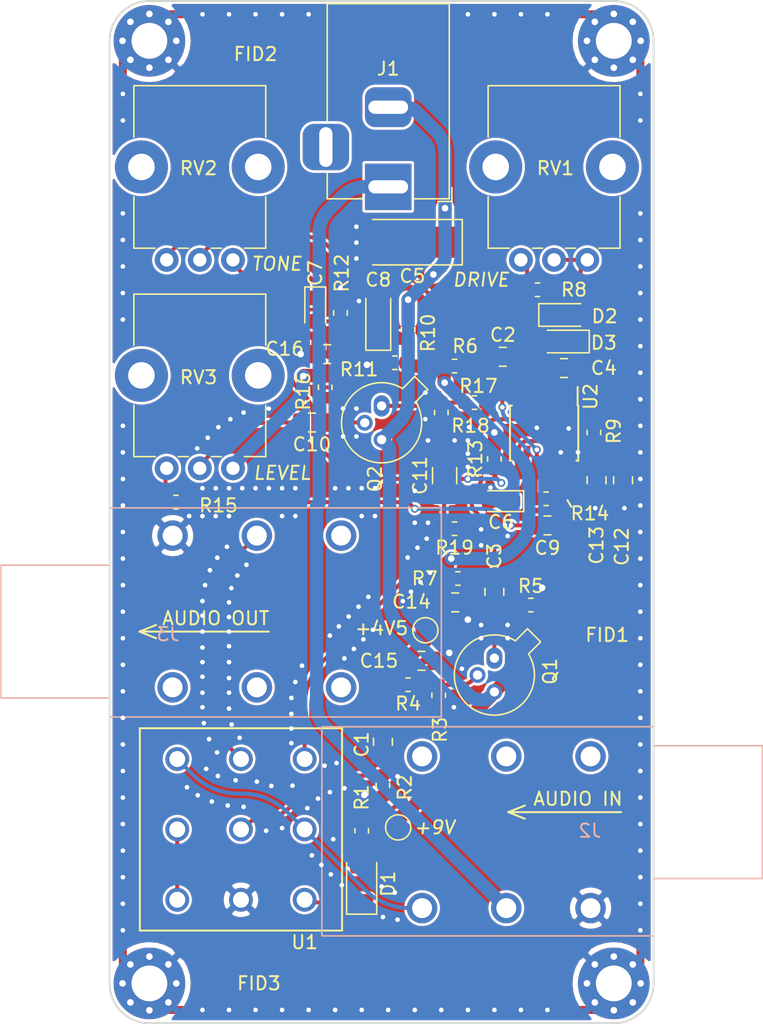
<source format=kicad_pcb>
(kicad_pcb (version 20171130) (host pcbnew 5.1.5-52549c5~84~ubuntu18.04.1)
  (title_block (title clasicOverdrive) (date 2019-11-30) (rev A) (company " Luis Ardila"))
  (layers (0 F.Cu signal) (31 B.Cu signal) (34 B.Paste user) (35 F.Paste user) (36 B.SilkS user) (37 F.SilkS user) (38 B.Mask user) (39 F.Mask user) (44 Edge.Cuts user))
  (net 0 "")
  (net 1 "Net-(C1-Pad2)")
  (net 2 "Net-(C1-Pad1)")
  (net 3 "Net-(C2-Pad1)")
  (net 4 "Net-(C2-Pad2)")
  (net 5 "Net-(C3-Pad2)")
  (net 6 "Net-(C3-Pad1)")
  (net 7 "Net-(C4-Pad2)")
  (net 8 GND)
  (net 9 +9V)
  (net 10 "Net-(C6-Pad1)")
  (net 11 "Net-(C7-Pad1)")
  (net 12 "Net-(C7-Pad2)")
  (net 13 +4V5)
  (net 14 "Net-(C9-Pad2)")
  (net 15 "Net-(C9-Pad1)")
  (net 16 "Net-(C10-Pad1)")
  (net 17 "Net-(C10-Pad2)")
  (net 18 "Net-(C11-Pad1)")
  (net 19 "Net-(C11-Pad2)")
  (net 20 "Net-(D1-Pad1)")
  (net 21 "Net-(D1-Pad2)")
  (net 22 "Net-(Q1-Pad2)")
  (net 23 "Net-(R8-Pad1)")
  (net 24 "Net-(R14-Pad2)")
  (net 25 "Net-(R15-Pad1)")
  (net 26 "Net-(Q2-Pad1)")
  (net 27 "Net-(U1-Pad3)")
  (net 28 "Net-(J2-PadT)")
  (net 29 "Net-(J3-PadR)")
  (net 30 GNDPWR)
  (module clasicOverdrive:Jack_6.35mm_Amphenol_ACJS-MHOM (layer B.Cu) (at 146.04 131.335)
    (fp_text reference J2 (at -4.8 1.4) (layer B.SilkS) (effects (justify mirror)))
    (fp_text value AudioJack3_Switch hide)
    (pad R thru_hole circle (at -11.1 7.23) (size 2.3 2.3) (drill 1.5) (layers *.Cu *.Mask) (net 30 GNDPWR))
    (pad S thru_hole circle (at -4.75 7.23) (size 2.3 2.3) (drill 1.5) (layers *.Cu *.Mask) (net 8 GND))
    (pad T thru_hole circle (at -17.45 7.23) (size 2.3 2.3) (drill 1.5) (layers *.Cu *.Mask) (net 28 "Net-(J2-PadT)"))
    (pad SN thru_hole circle (at -4.75 -4.2) (size 2.3 2.3) (drill 1.5) (layers *.Cu *.Mask))
    (pad RN thru_hole circle (at -11.1 -4.2) (size 2.3 2.3) (drill 1.5) (layers *.Cu *.Mask))
    (pad TN thru_hole circle (at -17.45 -4.2) (size 2.3 2.3) (drill 1.5) (layers *.Cu *.Mask))
  )
  (module clasicOverdrive:Jack_6.35mm_Amphenol_ACJS-MHOM (layer B.Cu) (at 105.04 117.735 180)
    (fp_text reference J3 (at -4.4 -0.2) (layer B.SilkS) (effects (justify mirror)))
    (fp_text value AudioJack3_Switch hide)
    (pad R thru_hole circle (at -11.1 7.23 180) (size 2.3 2.3) (drill 1.5) (layers *.Cu *.Mask) (net 29 "Net-(J3-PadR)"))
    (pad S thru_hole circle (at -4.75 7.23 180) (size 2.3 2.3) (drill 1.5) (layers *.Cu *.Mask) (net 8 GND))
    (pad T thru_hole circle (at -17.45 7.23 180) (size 2.3 2.3) (drill 1.5) (layers *.Cu *.Mask))
    (pad SN thru_hole circle (at -4.75 -4.2 180) (size 2.3 2.3) (drill 1.5) (layers *.Cu *.Mask))
    (pad RN thru_hole circle (at -11.1 -4.2 180) (size 2.3 2.3) (drill 1.5) (layers *.Cu *.Mask))
    (pad TN thru_hole circle (at -17.45 -4.2 180) (size 2.3 2.3) (drill 1.5) (layers *.Cu *.Mask))
  )
  (module clasicOverdrive:LA_LOGO_MASK (layer F.Cu) (at 123.54 145.235)
    (fp_text reference T1 hide)
    (fp_text value LA_LOGO)
  )
  (module Fiducial:Fiducial_1mm_Mask2mm (layer F.Cu) (at 113.04 144.235)
    (fp_text reference FID3 (at 3.25 0) (layer F.SilkS))
    (fp_text value Fiducial)
    (pad "" smd circle (at 0 0) (size 1 1) (layers F.Cu F.Mask) (clearance 0.5))
  )
  (module Fiducial:Fiducial_1mm_Mask2mm (layer F.Cu) (at 113.04 74.235)
    (fp_text reference FID2 (at 3 0) (layer F.SilkS))
    (fp_text value Fiducial)
    (pad "" smd circle (at 0 0) (size 1 1) (layers F.Cu F.Mask) (clearance 0.5))
  )
  (module Fiducial:Fiducial_1mm_Mask2mm (layer F.Cu) (at 142.54 115.735)
    (fp_text reference FID1 (at 0 2.25) (layer F.SilkS))
    (fp_text value Fiducial)
    (pad "" smd circle (at 0 0) (size 1 1) (layers F.Cu F.Mask) (clearance 0.5))
  )
  (module MountingHole:MountingHole_2.7mm_M2.5_Pad_Via (layer F.Cu) (at 143.04 144.235)
    (fp_text reference H4 hide)
    (fp_text value MountingHole_Pad)
    (pad 1 thru_hole circle (at 1.431891 -1.431891) (size 0.8 0.8) (drill 0.5) (layers *.Cu *.Mask) (net 8 GND))
    (pad 1 thru_hole circle (at 0 -2.025) (size 0.8 0.8) (drill 0.5) (layers *.Cu *.Mask) (net 8 GND))
    (pad 1 thru_hole circle (at -1.431891 -1.431891) (size 0.8 0.8) (drill 0.5) (layers *.Cu *.Mask) (net 8 GND))
    (pad 1 thru_hole circle (at -2.025 0) (size 0.8 0.8) (drill 0.5) (layers *.Cu *.Mask) (net 8 GND))
    (pad 1 thru_hole circle (at -1.431891 1.431891) (size 0.8 0.8) (drill 0.5) (layers *.Cu *.Mask) (net 8 GND))
    (pad 1 thru_hole circle (at 0 2.025) (size 0.8 0.8) (drill 0.5) (layers *.Cu *.Mask) (net 8 GND))
    (pad 1 thru_hole circle (at 1.431891 1.431891) (size 0.8 0.8) (drill 0.5) (layers *.Cu *.Mask) (net 8 GND))
    (pad 1 thru_hole circle (at 2.025 0) (size 0.8 0.8) (drill 0.5) (layers *.Cu *.Mask) (net 8 GND))
    (pad 1 thru_hole circle (at 0 0) (size 5.4 5.4) (drill 2.7) (layers *.Cu *.Mask) (net 8 GND))
  )
  (module MountingHole:MountingHole_2.7mm_M2.5_Pad_Via (layer F.Cu) (at 143.04 73.235)
    (fp_text reference H3 hide)
    (fp_text value MountingHole_Pad)
    (pad 1 thru_hole circle (at 1.431891 -1.431891) (size 0.8 0.8) (drill 0.5) (layers *.Cu *.Mask) (net 8 GND))
    (pad 1 thru_hole circle (at 0 -2.025) (size 0.8 0.8) (drill 0.5) (layers *.Cu *.Mask) (net 8 GND))
    (pad 1 thru_hole circle (at -1.431891 -1.431891) (size 0.8 0.8) (drill 0.5) (layers *.Cu *.Mask) (net 8 GND))
    (pad 1 thru_hole circle (at -2.025 0) (size 0.8 0.8) (drill 0.5) (layers *.Cu *.Mask) (net 8 GND))
    (pad 1 thru_hole circle (at -1.431891 1.431891) (size 0.8 0.8) (drill 0.5) (layers *.Cu *.Mask) (net 8 GND))
    (pad 1 thru_hole circle (at 0 2.025) (size 0.8 0.8) (drill 0.5) (layers *.Cu *.Mask) (net 8 GND))
    (pad 1 thru_hole circle (at 1.431891 1.431891) (size 0.8 0.8) (drill 0.5) (layers *.Cu *.Mask) (net 8 GND))
    (pad 1 thru_hole circle (at 2.025 0) (size 0.8 0.8) (drill 0.5) (layers *.Cu *.Mask) (net 8 GND))
    (pad 1 thru_hole circle (at 0 0) (size 5.4 5.4) (drill 2.7) (layers *.Cu *.Mask) (net 8 GND))
  )
  (module MountingHole:MountingHole_2.7mm_M2.5_Pad_Via (layer F.Cu) (at 108.04 144.235)
    (fp_text reference H2 hide)
    (fp_text value MountingHole_Pad)
    (pad 1 thru_hole circle (at 1.431891 -1.431891) (size 0.8 0.8) (drill 0.5) (layers *.Cu *.Mask) (net 8 GND))
    (pad 1 thru_hole circle (at 0 -2.025) (size 0.8 0.8) (drill 0.5) (layers *.Cu *.Mask) (net 8 GND))
    (pad 1 thru_hole circle (at -1.431891 -1.431891) (size 0.8 0.8) (drill 0.5) (layers *.Cu *.Mask) (net 8 GND))
    (pad 1 thru_hole circle (at -2.025 0) (size 0.8 0.8) (drill 0.5) (layers *.Cu *.Mask) (net 8 GND))
    (pad 1 thru_hole circle (at -1.431891 1.431891) (size 0.8 0.8) (drill 0.5) (layers *.Cu *.Mask) (net 8 GND))
    (pad 1 thru_hole circle (at 0 2.025) (size 0.8 0.8) (drill 0.5) (layers *.Cu *.Mask) (net 8 GND))
    (pad 1 thru_hole circle (at 1.431891 1.431891) (size 0.8 0.8) (drill 0.5) (layers *.Cu *.Mask) (net 8 GND))
    (pad 1 thru_hole circle (at 2.025 0) (size 0.8 0.8) (drill 0.5) (layers *.Cu *.Mask) (net 8 GND))
    (pad 1 thru_hole circle (at 0 0) (size 5.4 5.4) (drill 2.7) (layers *.Cu *.Mask) (net 8 GND))
  )
  (module MountingHole:MountingHole_2.7mm_M2.5_Pad_Via (layer F.Cu) (at 108.04 73.235)
    (fp_text reference H1 hide)
    (fp_text value MountingHole_Pad)
    (pad 1 thru_hole circle (at 1.431891 -1.431891) (size 0.8 0.8) (drill 0.5) (layers *.Cu *.Mask) (net 8 GND))
    (pad 1 thru_hole circle (at 0 -2.025) (size 0.8 0.8) (drill 0.5) (layers *.Cu *.Mask) (net 8 GND))
    (pad 1 thru_hole circle (at -1.431891 -1.431891) (size 0.8 0.8) (drill 0.5) (layers *.Cu *.Mask) (net 8 GND))
    (pad 1 thru_hole circle (at -2.025 0) (size 0.8 0.8) (drill 0.5) (layers *.Cu *.Mask) (net 8 GND))
    (pad 1 thru_hole circle (at -1.431891 1.431891) (size 0.8 0.8) (drill 0.5) (layers *.Cu *.Mask) (net 8 GND))
    (pad 1 thru_hole circle (at 0 2.025) (size 0.8 0.8) (drill 0.5) (layers *.Cu *.Mask) (net 8 GND))
    (pad 1 thru_hole circle (at 1.431891 1.431891) (size 0.8 0.8) (drill 0.5) (layers *.Cu *.Mask) (net 8 GND))
    (pad 1 thru_hole circle (at 2.025 0) (size 0.8 0.8) (drill 0.5) (layers *.Cu *.Mask) (net 8 GND))
    (pad 1 thru_hole circle (at 0 0) (size 5.4 5.4) (drill 2.7) (layers *.Cu *.Mask) (net 8 GND))
  )
  (module Package_TO_SOT_THT:TO-18-3 (layer F.Cu) (at 134.04 119.735 270)
    (fp_text reference Q1 (at 1 -4.2 270) (layer F.SilkS))
    (fp_text value 2N2222)
    (pad 1 thru_hole oval (at 0 0 270) (size 1.6 1.2) (drill 0.7) (layers *.Cu *.Mask) (net 5 "Net-(C3-Pad2)"))
    (pad 2 thru_hole oval (at 1.27 1.27 270) (size 1.2 1.2) (drill 0.7) (layers *.Cu *.Mask) (net 22 "Net-(Q1-Pad2)"))
    (pad 3 thru_hole oval (at 2.54 0 270) (size 1.2 1.2) (drill 0.7) (layers *.Cu *.Mask) (net 9 +9V))
  )
  (module Package_TO_SOT_THT:TO-18-3 (layer F.Cu) (at 125.54 100.735 270)
    (fp_text reference Q2 (at 5.5 0.5 270) (layer F.SilkS))
    (fp_text value 2N2222)
    (pad 1 thru_hole oval (at 0 0 270) (size 1.6 1.2) (drill 0.7) (layers *.Cu *.Mask) (net 26 "Net-(Q2-Pad1)"))
    (pad 2 thru_hole oval (at 1.27 1.27 270) (size 1.2 1.2) (drill 0.7) (layers *.Cu *.Mask) (net 16 "Net-(C10-Pad1)"))
    (pad 3 thru_hole oval (at 2.54 0 270) (size 1.2 1.2) (drill 0.7) (layers *.Cu *.Mask) (net 9 +9V))
  )
  (module Package_SO:SOIC-8_3.9x4.9mm_P1.27mm (layer F.Cu) (at 137.79 102.785 270)
    (fp_text reference U2 (at -2.75 -3.5 270) (layer F.SilkS))
    (fp_text value LM4562)
    (pad 1 smd rect (at -2.7 -1.905 270) (size 1.55 0.6) (layers F.Cu F.Paste F.Mask) (net 7 "Net-(C4-Pad2)"))
    (pad 2 smd rect (at -2.7 -0.635 270) (size 1.55 0.6) (layers F.Cu F.Paste F.Mask) (net 4 "Net-(C2-Pad2)"))
    (pad 3 smd rect (at -2.7 0.635 270) (size 1.55 0.6) (layers F.Cu F.Paste F.Mask) (net 6 "Net-(C3-Pad1)"))
    (pad 4 smd rect (at -2.7 1.905 270) (size 1.55 0.6) (layers F.Cu F.Paste F.Mask) (net 8 GND))
    (pad 5 smd rect (at 2.7 1.905 270) (size 1.55 0.6) (layers F.Cu F.Paste F.Mask) (net 10 "Net-(C6-Pad1)"))
    (pad 6 smd rect (at 2.7 0.635 270) (size 1.55 0.6) (layers F.Cu F.Paste F.Mask) (net 24 "Net-(R14-Pad2)"))
    (pad 7 smd rect (at 2.7 -0.635 270) (size 1.55 0.6) (layers F.Cu F.Paste F.Mask) (net 14 "Net-(C9-Pad2)"))
    (pad 8 smd rect (at 2.7 -1.905 270) (size 1.55 0.6) (layers F.Cu F.Paste F.Mask) (net 9 +9V))
  )
  (module Diode_SMD:D_SOD-323_HandSoldering (layer F.Cu) (at 139.29 93.885)
    (fp_text reference D2 (at 3.055 0.1) (layer F.SilkS))
    (fp_text value 1N4148)
    (pad 1 smd rect (at -1.25 0) (size 1 1) (layers F.Cu F.Paste F.Mask) (net 4 "Net-(C2-Pad2)"))
    (pad 2 smd rect (at 1.25 0) (size 1 1) (layers F.Cu F.Paste F.Mask) (net 7 "Net-(C4-Pad2)"))
  )
  (module Diode_SMD:D_SOD-323_HandSoldering (layer F.Cu) (at 139.29 95.885 180)
    (fp_text reference D3 (at -3 -0.1 180) (layer F.SilkS))
    (fp_text value 1N4148)
    (pad 2 smd rect (at 1.25 0 180) (size 1 1) (layers F.Cu F.Paste F.Mask) (net 4 "Net-(C2-Pad2)"))
    (pad 1 smd rect (at -1.25 0 180) (size 1 1) (layers F.Cu F.Paste F.Mask) (net 7 "Net-(C4-Pad2)"))
  )
  (module Capacitor_SMD:C_0805_2012Metric (layer F.Cu) (at 125.64 126.035 270)
    (fp_text reference C1 (at 0.2 1.6 90) (layer F.SilkS))
    (fp_text value 22n)
    (pad 2 smd roundrect (at 0.9375 0 270) (size 0.975 1.4) (layers F.Cu F.Paste F.Mask) (net 1 "Net-(C1-Pad2)"))
    (pad 1 smd roundrect (at -0.9375 0 270) (size 0.975 1.4) (layers F.Cu F.Paste F.Mask) (net 2 "Net-(C1-Pad1)"))
  )
  (module Capacitor_SMD:C_0805_2012Metric (layer F.Cu) (at 134.6775 97.035)
    (fp_text reference C2 (at 0 -1.65) (layer F.SilkS))
    (fp_text value "47 n")
    (pad 1 smd roundrect (at -0.9375 0) (size 0.975 1.4) (layers F.Cu F.Paste F.Mask) (net 3 "Net-(C2-Pad1)"))
    (pad 2 smd roundrect (at 0.9375 0) (size 0.975 1.4) (layers F.Cu F.Paste F.Mask) (net 4 "Net-(C2-Pad2)"))
  )
  (module Capacitor_SMD:C_0805_2012Metric (layer F.Cu) (at 134.04 114.735 270)
    (fp_text reference C3 (at -2.7 0 90) (layer F.SilkS))
    (fp_text value 1u)
    (pad 1 smd roundrect (at -0.9375 0 270) (size 0.975 1.4) (layers F.Cu F.Paste F.Mask) (net 6 "Net-(C3-Pad1)"))
    (pad 2 smd roundrect (at 0.9375 0 270) (size 0.975 1.4) (layers F.Cu F.Paste F.Mask) (net 5 "Net-(C3-Pad2)"))
  )
  (module Capacitor_SMD:C_0805_2012Metric (layer F.Cu) (at 139.29 97.885)
    (fp_text reference C4 (at 3 0) (layer F.SilkS))
    (fp_text value 51p)
    (pad 2 smd roundrect (at 0.9375 0) (size 0.975 1.4) (layers F.Cu F.Paste F.Mask) (net 7 "Net-(C4-Pad2)"))
    (pad 1 smd roundrect (at -0.9375 0) (size 0.975 1.4) (layers F.Cu F.Paste F.Mask) (net 4 "Net-(C2-Pad2)"))
  )
  (module Capacitor_SMD:C_0805_2012Metric (layer F.Cu) (at 138.04 109.735)
    (fp_text reference C9 (at 0 1.7) (layer F.SilkS))
    (fp_text value 1u)
    (pad 2 smd roundrect (at 0.9375 0) (size 0.975 1.4) (layers F.Cu F.Paste F.Mask) (net 14 "Net-(C9-Pad2)"))
    (pad 1 smd roundrect (at -0.9375 0) (size 0.975 1.4) (layers F.Cu F.Paste F.Mask) (net 15 "Net-(C9-Pad1)"))
  )
  (module Capacitor_SMD:C_0805_2012Metric (layer F.Cu) (at 120.29 101.985 180)
    (fp_text reference C10 (at 0 -1.65) (layer F.SilkS))
    (fp_text value 0.1u)
    (pad 1 smd roundrect (at -0.9375 0 180) (size 0.975 1.4) (layers F.Cu F.Paste F.Mask) (net 16 "Net-(C10-Pad1)"))
    (pad 2 smd roundrect (at 0.9375 0 180) (size 0.975 1.4) (layers F.Cu F.Paste F.Mask) (net 17 "Net-(C10-Pad2)"))
  )
  (module Capacitor_SMD:C_1206_3216Metric (layer F.Cu) (at 130.29 105.985 270)
    (fp_text reference C11 (at 0 1.85 90) (layer F.SilkS))
    (fp_text value 10u)
    (pad 1 smd roundrect (at -1.4 0 270) (size 1.25 1.75) (layers F.Cu F.Paste F.Mask) (roundrect_rratio 0.2) (net 18 "Net-(C11-Pad1)"))
    (pad 2 smd roundrect (at 1.4 0 270) (size 1.25 1.75) (layers F.Cu F.Paste F.Mask) (roundrect_rratio 0.2) (net 19 "Net-(C11-Pad2)"))
  )
  (module LED_SMD:LED_1206_3216Metric (layer F.Cu) (at 124.04 136.735 90)
    (fp_text reference D1 (at 0 2 90) (layer F.SilkS))
    (fp_text value LED)
    (pad 2 smd roundrect (at 1.4 0 90) (size 1.25 1.75) (layers F.Cu F.Paste F.Mask) (roundrect_rratio 0.2) (net 21 "Net-(D1-Pad2)"))
    (pad 1 smd roundrect (at -1.4 0 90) (size 1.25 1.75) (layers F.Cu F.Paste F.Mask) (roundrect_rratio 0.2) (net 20 "Net-(D1-Pad1)"))
  )
  (module Connector_BarrelJack:BarrelJack_Horizontal (layer F.Cu) (at 126.04 84.235 270)
    (fp_text reference J1 (at -8.9 0 180) (layer F.SilkS))
    (fp_text value Jack-DC)
    (pad 3 thru_hole roundrect (at -3 4.7 270) (size 3.5 3.5) (drill oval 3 1) (layers *.Cu *.Mask))
    (pad 2 thru_hole roundrect (at -6 0 270) (size 3 3.5) (drill oval 1 3) (layers *.Cu *.Mask) (net 9 +9V))
    (pad 1 thru_hole rect (at 0 0 270) (size 3.5 3.5) (drill oval 1 3) (layers *.Cu *.Mask) (net 30 GNDPWR))
  )
  (module Resistor_SMD:R_0603_1608Metric (layer F.Cu) (at 124.04 132.735 270)
    (fp_text reference R1 (at -2.5 0 90) (layer F.SilkS))
    (fp_text value 4.7k)
    (pad 1 smd roundrect (at -0.7875 0 270) (size 0.875 0.95) (layers F.Cu F.Paste F.Mask) (net 9 +9V))
    (pad 2 smd roundrect (at 0.7875 0 270) (size 0.875 0.95) (layers F.Cu F.Paste F.Mask) (net 21 "Net-(D1-Pad2)"))
  )
  (module Resistor_SMD:R_0603_1608Metric (layer F.Cu) (at 125.64 129.3225 90)
    (fp_text reference R2 (at -0.1625 1.65 90) (layer F.SilkS))
    (fp_text value 511k)
    (pad 2 smd roundrect (at 0.7875 0 90) (size 0.875 0.95) (layers F.Cu F.Paste F.Mask) (net 1 "Net-(C1-Pad2)"))
    (pad 1 smd roundrect (at -0.7875 0 90) (size 0.875 0.95) (layers F.Cu F.Paste F.Mask) (net 8 GND))
  )
  (module Resistor_SMD:R_0603_1608Metric (layer F.Cu) (at 129.84 122.535 270)
    (fp_text reference R3 (at 2.6 -0.1 90) (layer F.SilkS))
    (fp_text value 1k)
    (pad 1 smd roundrect (at -0.7875 0 270) (size 0.875 0.95) (layers F.Cu F.Paste F.Mask) (net 22 "Net-(Q1-Pad2)"))
    (pad 2 smd roundrect (at 0.7875 0 270) (size 0.875 0.95) (layers F.Cu F.Paste F.Mask) (net 2 "Net-(C1-Pad1)"))
  )
  (module Resistor_SMD:R_0603_1608Metric (layer F.Cu) (at 127.54 121.735 180)
    (fp_text reference R4 (at 0 -1.43) (layer F.SilkS))
    (fp_text value 511k)
    (pad 2 smd roundrect (at 0.7875 0 180) (size 0.875 0.95) (layers F.Cu F.Paste F.Mask) (net 13 +4V5))
    (pad 1 smd roundrect (at -0.7875 0 180) (size 0.875 0.95) (layers F.Cu F.Paste F.Mask) (net 22 "Net-(Q1-Pad2)"))
  )
  (module Resistor_SMD:R_0603_1608Metric (layer F.Cu) (at 136.79 115.735)
    (fp_text reference R5 (at 0 -1.43) (layer F.SilkS))
    (fp_text value 10k)
    (pad 2 smd roundrect (at 0.7875 0) (size 0.875 0.95) (layers F.Cu F.Paste F.Mask) (net 8 GND))
    (pad 1 smd roundrect (at -0.7875 0) (size 0.875 0.95) (layers F.Cu F.Paste F.Mask) (net 5 "Net-(C3-Pad2)"))
  )
  (module Resistor_SMD:R_0603_1608Metric (layer F.Cu) (at 131.04 97.735)
    (fp_text reference R6 (at 0.8 -1.5) (layer F.SilkS))
    (fp_text value 4.7k)
    (pad 2 smd roundrect (at 0.7875 0) (size 0.875 0.95) (layers F.Cu F.Paste F.Mask) (net 3 "Net-(C2-Pad1)"))
    (pad 1 smd roundrect (at -0.7875 0) (size 0.875 0.95) (layers F.Cu F.Paste F.Mask) (net 13 +4V5))
  )
  (module Resistor_SMD:R_0603_1608Metric (layer F.Cu) (at 131.29 113.735 180)
    (fp_text reference R7 (at 2.5 0) (layer F.SilkS))
    (fp_text value 10k)
    (pad 1 smd roundrect (at -0.7875 0 180) (size 0.875 0.95) (layers F.Cu F.Paste F.Mask) (net 6 "Net-(C3-Pad1)"))
    (pad 2 smd roundrect (at 0.7875 0 180) (size 0.875 0.95) (layers F.Cu F.Paste F.Mask) (net 13 +4V5))
  )
  (module Resistor_SMD:R_0603_1608Metric (layer F.Cu) (at 137.29 91.985)
    (fp_text reference R8 (at 2.75 0) (layer F.SilkS))
    (fp_text value 51k)
    (pad 1 smd roundrect (at -0.7875 0) (size 0.875 0.95) (layers F.Cu F.Paste F.Mask) (net 23 "Net-(R8-Pad1)"))
    (pad 2 smd roundrect (at 0.7875 0) (size 0.875 0.95) (layers F.Cu F.Paste F.Mask) (net 4 "Net-(C2-Pad2)"))
  )
  (module Resistor_SMD:R_0603_1608Metric (layer F.Cu) (at 141.54 102.735 90)
    (fp_text reference R9 (at 0.1 1.5 90) (layer F.SilkS))
    (fp_text value 1k)
    (pad 2 smd roundrect (at 0.7875 0 90) (size 0.875 0.95) (layers F.Cu F.Paste F.Mask) (net 7 "Net-(C4-Pad2)"))
    (pad 1 smd roundrect (at -0.7875 0 90) (size 0.875 0.95) (layers F.Cu F.Paste F.Mask) (net 10 "Net-(C6-Pad1)"))
  )
  (module Resistor_SMD:R_0603_1608Metric (layer F.Cu) (at 127.54 94.985 270)
    (fp_text reference R10 (at 0.25 -1.5 90) (layer F.SilkS))
    (fp_text value 10k)
    (pad 2 smd roundrect (at 0.7875 0 270) (size 0.875 0.95) (layers F.Cu F.Paste F.Mask) (net 13 +4V5))
    (pad 1 smd roundrect (at -0.7875 0 270) (size 0.875 0.95) (layers F.Cu F.Paste F.Mask) (net 9 +9V))
  )
  (module Resistor_SMD:R_0603_1608Metric (layer F.Cu) (at 126.54 97.485 180)
    (fp_text reference R11 (at 2.7 -0.5) (layer F.SilkS))
    (fp_text value 10k)
    (pad 1 smd roundrect (at -0.7875 0 180) (size 0.875 0.95) (layers F.Cu F.Paste F.Mask) (net 13 +4V5))
    (pad 2 smd roundrect (at 0.7875 0 180) (size 0.875 0.95) (layers F.Cu F.Paste F.Mask) (net 8 GND))
  )
  (module Resistor_SMD:R_0603_1608Metric (layer F.Cu) (at 122.44 93.735 90)
    (fp_text reference R12 (at 3 0.1 90) (layer F.SilkS))
    (fp_text value 220)
    (pad 2 smd roundrect (at 0.7875 0 90) (size 0.875 0.95) (layers F.Cu F.Paste F.Mask) (net 8 GND))
    (pad 1 smd roundrect (at -0.7875 0 90) (size 0.875 0.95) (layers F.Cu F.Paste F.Mask) (net 12 "Net-(C7-Pad2)"))
  )
  (module Resistor_SMD:R_0603_1608Metric (layer F.Cu) (at 134.04 104.735 90)
    (fp_text reference R13 (at 0 -1.43 90) (layer F.SilkS))
    (fp_text value 10k)
    (pad 1 smd roundrect (at -0.7875 0 90) (size 0.875 0.95) (layers F.Cu F.Paste F.Mask) (net 10 "Net-(C6-Pad1)"))
    (pad 2 smd roundrect (at 0.7875 0 90) (size 0.875 0.95) (layers F.Cu F.Paste F.Mask) (net 13 +4V5))
  )
  (module Resistor_SMD:R_0603_1608Metric (layer F.Cu) (at 137.94 107.735 180)
    (fp_text reference R14 (at -3.3 -1.1) (layer F.SilkS))
    (fp_text value 1k)
    (pad 2 smd roundrect (at 0.7875 0 180) (size 0.875 0.95) (layers F.Cu F.Paste F.Mask) (net 24 "Net-(R14-Pad2)"))
    (pad 1 smd roundrect (at -0.7875 0 180) (size 0.875 0.95) (layers F.Cu F.Paste F.Mask) (net 14 "Net-(C9-Pad2)"))
  )
  (module Resistor_SMD:R_0603_1608Metric (layer F.Cu) (at 110.04 107.985)
    (fp_text reference R15 (at 3.2 0.25) (layer F.SilkS))
    (fp_text value 1k)
    (pad 1 smd roundrect (at -0.7875 0) (size 0.875 0.95) (layers F.Cu F.Paste F.Mask) (net 25 "Net-(R15-Pad1)"))
    (pad 2 smd roundrect (at 0.7875 0) (size 0.875 0.95) (layers F.Cu F.Paste F.Mask) (net 15 "Net-(C9-Pad1)"))
  )
  (module Resistor_SMD:R_0603_1608Metric (layer F.Cu) (at 121.29 99.335 270)
    (fp_text reference R16 (at 0.3 1.65 90) (layer F.SilkS))
    (fp_text value 511k)
    (pad 2 smd roundrect (at 0.7875 0 270) (size 0.875 0.95) (layers F.Cu F.Paste F.Mask) (net 16 "Net-(C10-Pad1)"))
    (pad 1 smd roundrect (at -0.7875 0 270) (size 0.875 0.95) (layers F.Cu F.Paste F.Mask) (net 13 +4V5))
  )
  (module Resistor_SMD:R_0603_1608Metric (layer F.Cu) (at 132.54 100.485 180)
    (fp_text reference R17 (at -0.3 1.25) (layer F.SilkS))
    (fp_text value 10k)
    (pad 2 smd roundrect (at 0.7875 0 180) (size 0.875 0.95) (layers F.Cu F.Paste F.Mask) (net 26 "Net-(Q2-Pad1)"))
    (pad 1 smd roundrect (at -0.7875 0 180) (size 0.875 0.95) (layers F.Cu F.Paste F.Mask) (net 8 GND))
  )
  (module Resistor_SMD:R_0603_1608Metric (layer F.Cu) (at 130.04 101.235 90)
    (fp_text reference R18 (at -1 2.2 180) (layer F.SilkS))
    (fp_text value 100)
    (pad 1 smd roundrect (at -0.7875 0 90) (size 0.875 0.95) (layers F.Cu F.Paste F.Mask) (net 18 "Net-(C11-Pad1)"))
    (pad 2 smd roundrect (at 0.7875 0 90) (size 0.875 0.95) (layers F.Cu F.Paste F.Mask) (net 26 "Net-(Q2-Pad1)"))
  )
  (module Resistor_SMD:R_0603_1608Metric (layer F.Cu) (at 131.04 109.985 180)
    (fp_text reference R19 (at 0 -1.43) (layer F.SilkS))
    (fp_text value 10k)
    (pad 1 smd roundrect (at -0.7875 0 180) (size 0.875 0.95) (layers F.Cu F.Paste F.Mask) (net 8 GND))
    (pad 2 smd roundrect (at 0.7875 0 180) (size 0.875 0.95) (layers F.Cu F.Paste F.Mask) (net 19 "Net-(C11-Pad2)"))
  )
  (module TestPoint:TestPoint_Pad_D1.5mm (layer F.Cu) (at 126.79 132.485)
    (fp_text reference TP1 hide)
    (fp_text value 9V)
    (fp_text user +9V (at 2.75 0) (layer F.SilkS) (effects (font (thickness 0.15) italic)))
    (pad 1 smd circle (at 0 0) (size 1.5 1.5) (layers F.Cu F.Mask) (net 9 +9V))
  )
  (module TestPoint:TestPoint_Pad_D1.5mm (layer F.Cu) (at 128.84 117.635)
    (fp_text reference TP2 hide)
    (fp_text value 4V5)
    (fp_text user +4V5 (at -3.3 -0.15) (layer F.SilkS))
    (pad 1 smd circle (at 0 0) (size 1.5 1.5) (layers F.Cu F.Mask) (net 13 +4V5))
  )
  (module clasicOverdrive:Foot_Switch_E-Switch_FS57003PLT2B2M2QE (layer F.Cu) (at 114.94 132.635 90)
    (fp_text reference U1 (at -8.5 4.8 180) (layer F.SilkS))
    (fp_text value foot_switch)
    (pad 9 thru_hole circle (at 5.3 -4.8 90) (size 1.8 1.8) (drill 1.2) (layers *.Cu *.Mask) (net 28 "Net-(J2-PadT)"))
    (pad 8 thru_hole circle (at 5.3 0 90) (size 1.8 1.8) (drill 1.2) (layers *.Cu *.Mask) (net 29 "Net-(J3-PadR)"))
    (pad 7 thru_hole circle (at 5.3 4.8 90) (size 1.8 1.8) (drill 1.2) (layers *.Cu *.Mask) (net 19 "Net-(C11-Pad2)"))
    (pad 6 thru_hole circle (at 0 -4.8 90) (size 1.8 1.8) (drill 1.2) (layers *.Cu *.Mask) (net 27 "Net-(U1-Pad3)"))
    (pad 5 thru_hole circle (at 0 0 90) (size 1.8 1.8) (drill 1.2) (layers *.Cu *.Mask) (net 1 "Net-(C1-Pad2)"))
    (pad 4 thru_hole circle (at 0 4.8 90) (size 1.8 1.8) (drill 1.2) (layers *.Cu *.Mask) (net 28 "Net-(J2-PadT)"))
    (pad 3 thru_hole circle (at -5.3 -4.8 90) (size 1.8 1.8) (drill 1.2) (layers *.Cu *.Mask) (net 27 "Net-(U1-Pad3)"))
    (pad 2 thru_hole circle (at -5.3 0 90) (size 1.8 1.8) (drill 1.2) (layers *.Cu *.Mask) (net 8 GND))
    (pad 1 thru_hole circle (at -5.3 4.8 90) (size 1.8 1.8) (drill 1.2) (layers *.Cu *.Mask) (net 20 "Net-(D1-Pad1)"))
  )
  (module Capacitor_SMD:C_0805_2012Metric (layer F.Cu) (at 143.74 106.335 270)
    (fp_text reference C12 (at 5 0.1 90) (layer F.SilkS))
    (fp_text value 1u)
    (pad 2 smd roundrect (at 0.9375 0 270) (size 0.975 1.4) (layers F.Cu F.Paste F.Mask) (net 8 GND))
    (pad 1 smd roundrect (at -0.9375 0 270) (size 0.975 1.4) (layers F.Cu F.Paste F.Mask) (net 9 +9V))
  )
  (module Potentiometer_THT:Potentiometer_Bourns_PTV09A-1_Single_Vertical (layer F.Cu) (at 141.04 89.735 90)
    (fp_text reference RV1 (at 6.9 -2.4 180) (layer F.SilkS))
    (fp_text value 500k)
    (fp_text user DRIVE (at -1.5 -8 180) (layer F.SilkS) (effects (font (thickness 0.15) italic)))
    (pad "" np_thru_hole circle (at 7 1.9 90) (size 4 4) (drill 2) (layers *.Cu *.Mask))
    (pad "" np_thru_hole circle (at 7 -6.9 90) (size 4 4) (drill 2) (layers *.Cu *.Mask))
    (pad 1 thru_hole circle (at 0 0 90) (size 1.8 1.8) (drill 1) (layers *.Cu *.Mask) (net 7 "Net-(C4-Pad2)"))
    (pad 2 thru_hole circle (at 0 -2.5 90) (size 1.8 1.8) (drill 1) (layers *.Cu *.Mask) (net 7 "Net-(C4-Pad2)"))
    (pad 3 thru_hole circle (at 0 -5 90) (size 1.8 1.8) (drill 1) (layers *.Cu *.Mask) (net 23 "Net-(R8-Pad1)"))
  )
  (module Potentiometer_THT:Potentiometer_Bourns_PTV09A-1_Single_Vertical (layer F.Cu) (at 114.34 89.735 90)
    (fp_text reference RV2 (at 6.9 -2.6 180) (layer F.SilkS))
    (fp_text value 25k)
    (fp_text user TONE (at -0.3 3.3 180) (layer F.SilkS) (effects (font (thickness 0.15) italic)))
    (pad 3 thru_hole circle (at 0 -5 90) (size 1.8 1.8) (drill 1) (layers *.Cu *.Mask) (net 24 "Net-(R14-Pad2)"))
    (pad 2 thru_hole circle (at 0 -2.5 90) (size 1.8 1.8) (drill 1) (layers *.Cu *.Mask) (net 11 "Net-(C7-Pad1)"))
    (pad 1 thru_hole circle (at 0 0 90) (size 1.8 1.8) (drill 1) (layers *.Cu *.Mask) (net 10 "Net-(C6-Pad1)"))
    (pad "" np_thru_hole circle (at 7 -6.9 90) (size 4 4) (drill 2) (layers *.Cu *.Mask))
    (pad "" np_thru_hole circle (at 7 1.9 90) (size 4 4) (drill 2) (layers *.Cu *.Mask))
  )
  (module Potentiometer_THT:Potentiometer_Bourns_PTV09A-1_Single_Vertical (layer F.Cu) (at 114.34 105.435 90)
    (fp_text reference RV3 (at 6.85 -2.6 180) (layer F.SilkS))
    (fp_text value 100k)
    (fp_text user LEVEL (at -0.35 3.7 180) (layer F.SilkS) (effects (font (thickness 0.15) italic)))
    (pad "" np_thru_hole circle (at 7 1.9 90) (size 4 4) (drill 2) (layers *.Cu *.Mask))
    (pad "" np_thru_hole circle (at 7 -6.9 90) (size 4 4) (drill 2) (layers *.Cu *.Mask))
    (pad 1 thru_hole circle (at 0 0 90) (size 1.8 1.8) (drill 1) (layers *.Cu *.Mask) (net 13 +4V5))
    (pad 2 thru_hole circle (at 0 -2.5 90) (size 1.8 1.8) (drill 1) (layers *.Cu *.Mask) (net 17 "Net-(C10-Pad2)"))
    (pad 3 thru_hole circle (at 0 -5 90) (size 1.8 1.8) (drill 1) (layers *.Cu *.Mask) (net 25 "Net-(R15-Pad1)"))
  )
  (module Capacitor_SMD:C_0805_2012Metric (layer F.Cu) (at 141.74 106.335 270)
    (fp_text reference C13 (at 4.9 0 90) (layer F.SilkS))
    (fp_text value 0.1u)
    (pad 2 smd roundrect (at 0.9375 0 270) (size 0.975 1.4) (layers F.Cu F.Paste F.Mask) (net 8 GND))
    (pad 1 smd roundrect (at -0.9375 0 270) (size 0.975 1.4) (layers F.Cu F.Paste F.Mask) (net 9 +9V))
  )
  (module Capacitor_SMD:C_0805_2012Metric (layer F.Cu) (at 131.09 115.535)
    (fp_text reference C14 (at -3.3 -0.05) (layer F.SilkS))
    (fp_text value 0.1u)
    (pad 1 smd roundrect (at -0.9375 0) (size 0.975 1.4) (layers F.Cu F.Paste F.Mask) (net 13 +4V5))
    (pad 2 smd roundrect (at 0.9375 0) (size 0.975 1.4) (layers F.Cu F.Paste F.Mask) (net 8 GND))
  )
  (module Capacitor_SMD:C_0805_2012Metric (layer F.Cu) (at 128.54 119.935)
    (fp_text reference C15 (at -3.2 0) (layer F.SilkS))
    (fp_text value 0.1u)
    (pad 2 smd roundrect (at 0.9375 0) (size 0.975 1.4) (layers F.Cu F.Paste F.Mask) (net 8 GND))
    (pad 1 smd roundrect (at -0.9375 0) (size 0.975 1.4) (layers F.Cu F.Paste F.Mask) (net 13 +4V5))
  )
  (module Capacitor_SMD:C_0805_2012Metric (layer F.Cu) (at 121.44 96.835 180)
    (fp_text reference C16 (at 3.2 0.4) (layer F.SilkS))
    (fp_text value 0.1u)
    (pad 1 smd roundrect (at -0.9375 0 180) (size 0.975 1.4) (layers F.Cu F.Paste F.Mask) (net 13 +4V5))
    (pad 2 smd roundrect (at 0.9375 0 180) (size 0.975 1.4) (layers F.Cu F.Paste F.Mask) (net 8 GND))
  )
  (module Capacitor_Tantalum_SMD:CP_EIA-6032-28_Kemet-C (layer F.Cu) (at 127.86 88.405 180)
    (fp_text reference C5 (at 0 -2.55) (layer F.SilkS))
    (fp_text value 100u)
    (pad 1 smd roundrect (at -2.4625 0 180) (size 2.075 2.35) (layers F.Cu F.Paste F.Mask) (roundrect_rratio 0.120482) (net 9 +9V))
    (pad 2 smd roundrect (at 2.4625 0 180) (size 2.075 2.35) (layers F.Cu F.Paste F.Mask) (roundrect_rratio 0.120482) (net 8 GND))
  )
  (module Capacitor_Tantalum_SMD:CP_EIA-2012-12_Kemet-R (layer F.Cu) (at 134.54 107.91 180)
    (fp_text reference C6 (at 0 -1.58) (layer F.SilkS))
    (fp_text value 0.22u)
    (pad 2 smd roundrect (at 0.8875 0 180) (size 1.125 1.05) (layers F.Cu F.Paste F.Mask) (roundrect_rratio 0.238095) (net 8 GND))
    (pad 1 smd roundrect (at -0.8875 0 180) (size 1.125 1.05) (layers F.Cu F.Paste F.Mask) (roundrect_rratio 0.238095) (net 10 "Net-(C6-Pad1)"))
  )
  (module Capacitor_Tantalum_SMD:CP_EIA-2012-12_Kemet-R (layer F.Cu) (at 120.54 93.485 270)
    (fp_text reference C7 (at -2.75 0 90) (layer F.SilkS))
    (fp_text value 0.22u)
    (pad 1 smd roundrect (at -0.8875 0 270) (size 1.125 1.05) (layers F.Cu F.Paste F.Mask) (roundrect_rratio 0.238095) (net 11 "Net-(C7-Pad1)"))
    (pad 2 smd roundrect (at 0.8875 0 270) (size 1.125 1.05) (layers F.Cu F.Paste F.Mask) (roundrect_rratio 0.238095) (net 12 "Net-(C7-Pad2)"))
  )
  (module Capacitor_Tantalum_SMD:CP_EIA-3216-18_Kemet-A (layer F.Cu) (at 125.29 94.235 90)
    (fp_text reference C8 (at 3 0 180) (layer F.SilkS))
    (fp_text value 47u)
    (pad 1 smd roundrect (at -1.35 0 90) (size 1.4 1.35) (layers F.Cu F.Paste F.Mask) (roundrect_rratio 0.185185) (net 13 +4V5))
    (pad 2 smd roundrect (at 1.35 0 90) (size 1.4 1.35) (layers F.Cu F.Paste F.Mask) (roundrect_rratio 0.185185) (net 8 GND))
  )
  (gr_line (start 108.54 118.235) (end 107.29 117.735) (layer F.SilkS) (width 0.15))
  (gr_line (start 117.04 117.735) (end 107.29 117.735) (layer F.SilkS) (width 0.15))
  (gr_line (start 107.29 117.735) (end 108.54 117.235) (layer F.SilkS) (width 0.15))
  (gr_text "AUDIO OUT" (at 113.04 116.735) (layer F.SilkS) (effects (font (size 1 1))))
  (gr_line (start 136.34 131.835) (end 135.09 131.335) (layer F.SilkS) (width 0.15))
  (gr_line (start 135.09 131.335) (end 136.34 130.835) (layer F.SilkS) (width 0.15))
  (gr_line (start 143.59 131.335) (end 135.09 131.335) (layer F.SilkS) (width 0.15))
  (gr_text "AUDIO IN" (at 140.34 130.335) (layer F.SilkS) (effects (font (size 1 1))))
  (gr_arc (start 108.04 144.235) (end 105.04 144.235) (angle -90) (layer Edge.Cuts) (width 0.15))
  (gr_arc (start 143.04 144.235) (end 143.04 147.235) (angle -90) (layer Edge.Cuts) (width 0.15))
  (gr_arc (start 143.04 73.235) (end 146.04 73.235) (angle -90) (layer Edge.Cuts) (width 0.15))
  (gr_arc (start 108.04 73.235) (end 108.04 70.235) (angle -90) (layer Edge.Cuts) (width 0.15))
  (gr_line (start 139.54 107.835) (end 139.84 108.335) (layer F.SilkS) (width 0.15))
  (gr_line (start 146.04 144.235) (end 146.04 73.235) (layer Edge.Cuts) (width 0.15))
  (gr_line (start 105.04 73.235) (end 105.04 144.235) (layer Edge.Cuts) (width 0.15))
  (gr_line (start 143.04 70.235) (end 108.04 70.235) (layer Edge.Cuts) (width 0.15))
  (gr_line (start 108.04 147.235) (end 143.04 147.235) (layer Edge.Cuts) (width 0.15))
  (segment (start 125.64 126.9725) (end 125.64 128.535) (width 0.3) (layer F.Cu) (net 1))
  (segment (start 125.689999 128.585001) (end 125.74 128.535) (width 0.3) (layer F.Cu) (net 1))
  (segment (start 122.989999 128.585001) (end 125.689999 128.585001) (width 0.3) (layer F.Cu) (net 1))
  (segment (start 122.048019 128.677777) (end 122.281521 128.637261) (width 0.3) (layer F.Cu) (net 1))
  (segment (start 121.816786 128.729702) (end 122.048019 128.677777) (width 0.3) (layer F.Cu) (net 1))
  (segment (start 121.36335 128.86725) (end 121.58838 128.79291) (width 0.3) (layer F.Cu) (net 1))
  (segment (start 121.142239 128.952542) (end 121.36335 128.86725) (width 0.3) (layer F.Cu) (net 1))
  (segment (start 121.58838 128.79291) (end 121.816786 128.729702) (width 0.3) (layer F.Cu) (net 1))
  (segment (start 120.713893 129.155135) (end 120.92558 129.048581) (width 0.3) (layer F.Cu) (net 1))
  (segment (start 120.307468 129.398737) (end 120.507691 129.271947) (width 0.3) (layer F.Cu) (net 1))
  (segment (start 120.113707 129.535198) (end 120.307468 129.398737) (width 0.3) (layer F.Cu) (net 1))
  (segment (start 118.278143 131.259901) (end 118.371558 131.186998) (width 0.3) (layer F.Cu) (net 1))
  (segment (start 118.547105 131.027894) (end 119.575785 129.999214) (width 0.3) (layer F.Cu) (net 1))
  (segment (start 115.598845 132.078473) (end 115.701946 132.020067) (width 0.3) (layer F.Cu) (net 1))
  (segment (start 116.026674 131.876125) (end 116.139189 131.838955) (width 0.3) (layer F.Cu) (net 1))
  (segment (start 116.839999 131.735001) (end 116.958458 131.732092) (width 0.3) (layer F.Cu) (net 1))
  (segment (start 115.701946 132.020067) (end 115.807789 131.96679) (width 0.3) (layer F.Cu) (net 1))
  (segment (start 116.369009 131.781388) (end 116.48576 131.76113) (width 0.3) (layer F.Cu) (net 1))
  (segment (start 115.308437 132.283001) (end 115.401853 132.210099) (width 0.3) (layer F.Cu) (net 1))
  (segment (start 115.807789 131.96679) (end 115.916119 131.918771) (width 0.3) (layer F.Cu) (net 1))
  (segment (start 116.48576 131.76113) (end 116.603364 131.746625) (width 0.3) (layer F.Cu) (net 1))
  (segment (start 115.401853 132.210099) (end 115.498733 132.141868) (width 0.3) (layer F.Cu) (net 1))
  (segment (start 122.281521 128.637261) (end 122.51673 128.60825) (width 0.3) (layer F.Cu) (net 1))
  (segment (start 114.94 132.635) (end 115.132892 132.442107) (width 0.3) (layer F.Cu) (net 1))
  (segment (start 117.194237 131.70887) (end 117.310988 131.688612) (width 0.3) (layer F.Cu) (net 1))
  (segment (start 120.92558 129.048581) (end 121.142239 128.952542) (width 0.3) (layer F.Cu) (net 1))
  (segment (start 120.507691 129.271947) (end 120.713893 129.155135) (width 0.3) (layer F.Cu) (net 1))
  (segment (start 117.653322 131.593875) (end 117.763877 131.551229) (width 0.3) (layer F.Cu) (net 1))
  (segment (start 116.253392 131.807351) (end 116.369009 131.781388) (width 0.3) (layer F.Cu) (net 1))
  (segment (start 115.218712 132.360399) (end 115.308437 132.283001) (width 0.3) (layer F.Cu) (net 1))
  (segment (start 115.916119 131.918771) (end 116.026674 131.876125) (width 0.3) (layer F.Cu) (net 1))
  (segment (start 115.498733 132.141868) (end 115.598845 132.078473) (width 0.3) (layer F.Cu) (net 1))
  (segment (start 115.132892 132.442107) (end 115.218712 132.360399) (width 0.3) (layer F.Cu) (net 1))
  (segment (start 116.139189 131.838955) (end 116.253392 131.807351) (width 0.3) (layer F.Cu) (net 1))
  (segment (start 116.721539 131.737908) (end 116.839999 131.735001) (width 0.3) (layer F.Cu) (net 1))
  (segment (start 119.926876 129.681002) (end 120.113707 129.535198) (width 0.3) (layer F.Cu) (net 1))
  (segment (start 116.958458 131.732092) (end 117.076633 131.723375) (width 0.3) (layer F.Cu) (net 1))
  (segment (start 117.076633 131.723375) (end 117.194237 131.70887) (width 0.3) (layer F.Cu) (net 1))
  (segment (start 119.747424 129.835798) (end 119.926876 129.681002) (width 0.3) (layer F.Cu) (net 1))
  (segment (start 122.51673 128.60825) (end 122.753079 128.590816) (width 0.3) (layer F.Cu) (net 1))
  (segment (start 117.310988 131.688612) (end 117.426604 131.662649) (width 0.3) (layer F.Cu) (net 1))
  (segment (start 118.181263 131.328131) (end 118.278143 131.259901) (width 0.3) (layer F.Cu) (net 1))
  (segment (start 117.426604 131.662649) (end 117.540807 131.631045) (width 0.3) (layer F.Cu) (net 1))
  (segment (start 116.603364 131.746625) (end 116.721539 131.737908) (width 0.3) (layer F.Cu) (net 1))
  (segment (start 117.540807 131.631045) (end 117.653322 131.593875) (width 0.3) (layer F.Cu) (net 1))
  (segment (start 117.763877 131.551229) (end 117.872207 131.503209) (width 0.3) (layer F.Cu) (net 1))
  (segment (start 122.753079 128.590816) (end 122.989999 128.585001) (width 0.3) (layer F.Cu) (net 1))
  (segment (start 117.872207 131.503209) (end 117.97805 131.449932) (width 0.3) (layer F.Cu) (net 1))
  (segment (start 117.97805 131.449932) (end 118.081151 131.391526) (width 0.3) (layer F.Cu) (net 1))
  (segment (start 119.575785 129.999214) (end 119.747424 129.835798) (width 0.3) (layer F.Cu) (net 1))
  (segment (start 118.081151 131.391526) (end 118.181263 131.328131) (width 0.3) (layer F.Cu) (net 1))
  (segment (start 118.371558 131.186998) (end 118.461284 131.1096) (width 0.3) (layer F.Cu) (net 1))
  (segment (start 118.461284 131.1096) (end 118.547105 131.027894) (width 0.3) (layer F.Cu) (net 1))
  (segment (start 127.415 123.3225) (end 125.64 125.0975) (width 0.3) (layer F.Cu) (net 2))
  (segment (start 129.84 123.3225) (end 127.415 123.3225) (width 0.3) (layer F.Cu) (net 2))
  (segment (start 132.173946 97.388553) (end 131.8275 97.735) (width 0.3) (layer F.Cu) (net 3))
  (segment (start 132.173946 97.388553) (end 132.216855 97.347699) (width 0.3) (layer F.Cu) (net 3))
  (segment (start 132.216855 97.347699) (end 132.261718 97.309) (width 0.3) (layer F.Cu) (net 3))
  (segment (start 132.261718 97.309) (end 132.308426 97.272548) (width 0.3) (layer F.Cu) (net 3))
  (segment (start 132.308426 97.272548) (end 132.356866 97.238433) (width 0.3) (layer F.Cu) (net 3))
  (segment (start 132.356866 97.238433) (end 132.406922 97.206736) (width 0.3) (layer F.Cu) (net 3))
  (segment (start 132.406922 97.206736) (end 132.458473 97.177533) (width 0.3) (layer F.Cu) (net 3))
  (segment (start 132.458473 97.177533) (end 132.511394 97.150894) (width 0.3) (layer F.Cu) (net 3))
  (segment (start 132.511394 97.150894) (end 132.565559 97.126885) (width 0.3) (layer F.Cu) (net 3))
  (segment (start 132.565559 97.126885) (end 132.620837 97.105562) (width 0.3) (layer F.Cu) (net 3))
  (segment (start 132.620837 97.105562) (end 132.677095 97.086977) (width 0.3) (layer F.Cu) (net 3))
  (segment (start 132.677095 97.086977) (end 132.734196 97.071175) (width 0.3) (layer F.Cu) (net 3))
  (segment (start 132.734196 97.071175) (end 132.792004 97.058193) (width 0.3) (layer F.Cu) (net 3))
  (segment (start 132.792004 97.058193) (end 132.85038 97.048064) (width 0.3) (layer F.Cu) (net 3))
  (segment (start 132.85038 97.048064) (end 132.909182 97.040812) (width 0.3) (layer F.Cu) (net 3))
  (segment (start 132.909182 97.040812) (end 132.96827 97.036453) (width 0.3) (layer F.Cu) (net 3))
  (segment (start 132.96827 97.036453) (end 133.0275 97.035) (width 0.3) (layer F.Cu) (net 3))
  (segment (start 133.0275 97.035) (end 133.74 97.035) (width 0.3) (layer F.Cu) (net 3))
  (segment (start 138.425 97.9575) (end 138.3525 97.885) (width 0.3) (layer F.Cu) (net 4))
  (segment (start 138.425 100.085) (end 138.425 97.9575) (width 0.3) (layer F.Cu) (net 4))
  (segment (start 138.3525 96.1975) (end 138.04 95.885) (width 0.3) (layer F.Cu) (net 4))
  (segment (start 138.3525 97.885) (end 138.3525 96.1975) (width 0.3) (layer F.Cu) (net 4))
  (segment (start 138.04 95.885) (end 138.04 93.885) (width 0.3) (layer F.Cu) (net 4))
  (segment (start 138.04 92.0225) (end 138.0775 91.985) (width 0.3) (layer F.Cu) (net 4))
  (segment (start 138.04 93.885) (end 138.04 92.0225) (width 0.3) (layer F.Cu) (net 4))
  (segment (start 137.5025 97.035) (end 138.3525 97.885) (width 0.3) (layer F.Cu) (net 4))
  (segment (start 135.615 97.035) (end 137.5025 97.035) (width 0.3) (layer F.Cu) (net 4))
  (segment (start 134.04 118.635) (end 134.04 115.6725) (width 0.3) (layer F.Cu) (net 5))
  (segment (start 134.04 119.735) (end 134.04 118.635) (width 0.3) (layer F.Cu) (net 5))
  (segment (start 135.94 115.6725) (end 136.0025 115.735) (width 0.3) (layer F.Cu) (net 5))
  (segment (start 134.04 115.6725) (end 135.94 115.6725) (width 0.3) (layer F.Cu) (net 5))
  (segment (start 133.9775 113.735) (end 134.04 113.7975) (width 0.3) (layer F.Cu) (net 6))
  (segment (start 132.0775 113.735) (end 133.9775 113.735) (width 0.3) (layer F.Cu) (net 6))
  (segment (start 134.04 113.31) (end 134.04 113.7975) (width 0.3) (layer F.Cu) (net 6))
  (segment (start 133.041453 102.917768) (end 133.04 102.976998) (width 0.3) (layer F.Cu) (net 6))
  (segment (start 133.076175 102.683694) (end 133.063193 102.741502) (width 0.3) (layer F.Cu) (net 6))
  (segment (start 133.091977 102.626593) (end 133.076175 102.683694) (width 0.3) (layer F.Cu) (net 6))
  (segment (start 133.110562 102.570335) (end 133.091977 102.626593) (width 0.3) (layer F.Cu) (net 6))
  (segment (start 133.131885 102.515057) (end 133.110562 102.570335) (width 0.3) (layer F.Cu) (net 6))
  (segment (start 133.471353 102.047698) (end 133.428444 102.088552) (width 0.3) (layer F.Cu) (net 6))
  (segment (start 133.516216 102.008999) (end 133.471353 102.047698) (width 0.3) (layer F.Cu) (net 6))
  (segment (start 133.428444 102.088552) (end 133.393553 102.123444) (width 0.3) (layer F.Cu) (net 6))
  (segment (start 133.712971 101.877532) (end 133.66142 101.906735) (width 0.3) (layer F.Cu) (net 6))
  (segment (start 133.765893 101.850894) (end 133.712971 101.877532) (width 0.3) (layer F.Cu) (net 6))
  (segment (start 133.820057 101.826884) (end 133.765893 101.850894) (width 0.3) (layer F.Cu) (net 6))
  (segment (start 133.875335 101.805561) (end 133.820057 101.826884) (width 0.3) (layer F.Cu) (net 6))
  (segment (start 133.931593 101.786976) (end 133.875335 101.805561) (width 0.3) (layer F.Cu) (net 6))
  (segment (start 133.988694 101.771174) (end 133.931593 101.786976) (width 0.3) (layer F.Cu) (net 6))
  (segment (start 134.046503 101.758193) (end 133.988694 101.771174) (width 0.3) (layer F.Cu) (net 6))
  (segment (start 134.104878 101.748064) (end 134.046503 101.758193) (width 0.3) (layer F.Cu) (net 6))
  (segment (start 133.562924 101.972548) (end 133.516216 102.008999) (width 0.3) (layer F.Cu) (net 6))
  (segment (start 134.16368 101.740811) (end 134.104878 101.748064) (width 0.3) (layer F.Cu) (net 6))
  (segment (start 133.611364 101.938432) (end 133.562924 101.972548) (width 0.3) (layer F.Cu) (net 6))
  (segment (start 134.222768 101.736453) (end 134.16368 101.740811) (width 0.3) (layer F.Cu) (net 6))
  (segment (start 133.182533 102.407971) (end 133.155894 102.460892) (width 0.3) (layer F.Cu) (net 6))
  (segment (start 137.045399 101.266311) (end 137.029919 101.284256) (width 0.3) (layer F.Cu) (net 6))
  (segment (start 137.059979 101.247628) (end 137.045399 101.266311) (width 0.3) (layer F.Cu) (net 6))
  (segment (start 137.118245 101.144775) (end 137.108641 101.166441) (width 0.3) (layer F.Cu) (net 6))
  (segment (start 136.430404 101.683021) (end 136.373302 101.698824) (width 0.3) (layer F.Cu) (net 6))
  (segment (start 137.126774 101.122664) (end 137.118245 101.144775) (width 0.3) (layer F.Cu) (net 6))
  (segment (start 133.352699 102.166353) (end 133.314 102.211216) (width 0.3) (layer F.Cu) (net 6))
  (segment (start 136.486661 101.664436) (end 136.430404 101.683021) (width 0.3) (layer F.Cu) (net 6))
  (segment (start 137.134208 101.100161) (end 137.126774 101.122664) (width 0.3) (layer F.Cu) (net 6))
  (segment (start 136.541939 101.643113) (end 136.486661 101.664436) (width 0.3) (layer F.Cu) (net 6))
  (segment (start 137.108641 101.166441) (end 137.097985 101.18761) (width 0.3) (layer F.Cu) (net 6))
  (segment (start 133.063193 102.741502) (end 133.053064 102.799878) (width 0.3) (layer F.Cu) (net 6))
  (segment (start 137.155 100.96) (end 137.154417 100.983691) (width 0.3) (layer F.Cu) (net 6))
  (segment (start 136.315494 101.711805) (end 136.257119 101.721934) (width 0.3) (layer F.Cu) (net 6))
  (segment (start 137.140529 101.077321) (end 137.134208 101.100161) (width 0.3) (layer F.Cu) (net 6))
  (segment (start 137.155 100.085) (end 137.155 100.96) (width 0.3) (layer F.Cu) (net 6))
  (segment (start 137.086304 101.20823) (end 137.073625 101.228252) (width 0.3) (layer F.Cu) (net 6))
  (segment (start 133.045812 102.85868) (end 133.041453 102.917768) (width 0.3) (layer F.Cu) (net 6))
  (segment (start 137.152674 101.007326) (end 137.149773 101.030847) (width 0.3) (layer F.Cu) (net 6))
  (segment (start 137.097985 101.18761) (end 137.086304 101.20823) (width 0.3) (layer F.Cu) (net 6))
  (segment (start 133.053064 102.799878) (end 133.045812 102.85868) (width 0.3) (layer F.Cu) (net 6))
  (segment (start 137.154417 100.983691) (end 137.152674 101.007326) (width 0.3) (layer F.Cu) (net 6))
  (segment (start 136.257119 101.721934) (end 136.198317 101.729186) (width 0.3) (layer F.Cu) (net 6))
  (segment (start 137.149773 101.030847) (end 137.145721 101.054197) (width 0.3) (layer F.Cu) (net 6))
  (segment (start 137.145721 101.054197) (end 137.140529 101.077321) (width 0.3) (layer F.Cu) (net 6))
  (segment (start 133.155894 102.460892) (end 133.131885 102.515057) (width 0.3) (layer F.Cu) (net 6))
  (segment (start 137.029919 101.284256) (end 137.013578 101.301421) (width 0.3) (layer F.Cu) (net 6))
  (segment (start 133.66142 101.906735) (end 133.611364 101.938432) (width 0.3) (layer F.Cu) (net 6))
  (segment (start 136.799072 101.497449) (end 136.750632 101.531565) (width 0.3) (layer F.Cu) (net 6))
  (segment (start 133.314 102.211216) (end 133.277548 102.257924) (width 0.3) (layer F.Cu) (net 6))
  (segment (start 137.013578 101.301421) (end 136.933553 101.381446) (width 0.3) (layer F.Cu) (net 6))
  (segment (start 136.750632 101.531565) (end 136.700576 101.563262) (width 0.3) (layer F.Cu) (net 6))
  (segment (start 137.073625 101.228252) (end 137.059979 101.247628) (width 0.3) (layer F.Cu) (net 6))
  (segment (start 136.198317 101.729186) (end 136.139229 101.733545) (width 0.3) (layer F.Cu) (net 6))
  (segment (start 133.277548 102.257924) (end 133.243433 102.306364) (width 0.3) (layer F.Cu) (net 6))
  (segment (start 136.933553 101.381446) (end 136.890642 101.422299) (width 0.3) (layer F.Cu) (net 6))
  (segment (start 136.700576 101.563262) (end 136.649025 101.592465) (width 0.3) (layer F.Cu) (net 6))
  (segment (start 136.139229 101.733545) (end 136.08 101.735) (width 0.3) (layer F.Cu) (net 6))
  (segment (start 133.243433 102.306364) (end 133.211736 102.35642) (width 0.3) (layer F.Cu) (net 6))
  (segment (start 136.890642 101.422299) (end 136.845779 101.460998) (width 0.3) (layer F.Cu) (net 6))
  (segment (start 136.649025 101.592465) (end 136.596104 101.619104) (width 0.3) (layer F.Cu) (net 6))
  (segment (start 136.08 101.735) (end 134.281998 101.735) (width 0.3) (layer F.Cu) (net 6))
  (segment (start 133.211736 102.35642) (end 133.182533 102.407971) (width 0.3) (layer F.Cu) (net 6))
  (segment (start 136.845779 101.460998) (end 136.799072 101.497449) (width 0.3) (layer F.Cu) (net 6))
  (segment (start 136.596104 101.619104) (end 136.541939 101.643113) (width 0.3) (layer F.Cu) (net 6))
  (segment (start 136.373302 101.698824) (end 136.315494 101.711805) (width 0.3) (layer F.Cu) (net 6))
  (segment (start 133.393553 102.123444) (end 133.352699 102.166353) (width 0.3) (layer F.Cu) (net 6))
  (segment (start 134.281998 101.735) (end 134.222768 101.736453) (width 0.3) (layer F.Cu) (net 6))
  (segment (start 133.04 106.26) (end 133.04 102.976998) (width 0.3) (layer F.Cu) (net 6))
  (segment (start 133.04 106.26) (end 133.039127 106.295537) (width 0.3) (layer F.Cu) (net 6))
  (segment (start 133.039127 106.295537) (end 133.036512 106.33099) (width 0.3) (layer F.Cu) (net 6))
  (segment (start 133.036512 106.33099) (end 133.03216 106.366271) (width 0.3) (layer F.Cu) (net 6))
  (segment (start 133.03216 106.366271) (end 133.026083 106.401296) (width 0.3) (layer F.Cu) (net 6))
  (segment (start 133.026083 106.401296) (end 133.018294 106.435981) (width 0.3) (layer F.Cu) (net 6))
  (segment (start 133.018294 106.435981) (end 133.008812 106.470242) (width 0.3) (layer F.Cu) (net 6))
  (segment (start 133.008812 106.470242) (end 132.997661 106.503997) (width 0.3) (layer F.Cu) (net 6))
  (segment (start 132.997661 106.503997) (end 132.984868 106.537163) (width 0.3) (layer F.Cu) (net 6))
  (segment (start 132.984868 106.537163) (end 132.970462 106.569662) (width 0.3) (layer F.Cu) (net 6))
  (segment (start 132.970462 106.569662) (end 132.954479 106.601415) (width 0.3) (layer F.Cu) (net 6))
  (segment (start 132.954479 106.601415) (end 132.936957 106.632346) (width 0.3) (layer F.Cu) (net 6))
  (segment (start 132.936957 106.632346) (end 132.917938 106.662379) (width 0.3) (layer F.Cu) (net 6))
  (segment (start 132.917938 106.662379) (end 132.897469 106.691443) (width 0.3) (layer F.Cu) (net 6))
  (segment (start 132.897469 106.691443) (end 132.875598 106.719468) (width 0.3) (layer F.Cu) (net 6))
  (segment (start 132.875598 106.719468) (end 132.852379 106.746386) (width 0.3) (layer F.Cu) (net 6))
  (segment (start 132.852379 106.746386) (end 132.827867 106.772132) (width 0.3) (layer F.Cu) (net 6))
  (segment (start 132.34 107.56) (end 132.340871 107.524461) (width 0.3) (layer F.Cu) (net 6))
  (segment (start 132.340871 107.524461) (end 132.343486 107.489009) (width 0.3) (layer F.Cu) (net 6))
  (segment (start 132.343486 107.489009) (end 132.347838 107.453728) (width 0.3) (layer F.Cu) (net 6))
  (segment (start 132.347838 107.453728) (end 132.353915 107.418702) (width 0.3) (layer F.Cu) (net 6))
  (segment (start 132.353915 107.418702) (end 132.361704 107.384017) (width 0.3) (layer F.Cu) (net 6))
  (segment (start 132.361704 107.384017) (end 132.371185 107.349756) (width 0.3) (layer F.Cu) (net 6))
  (segment (start 132.371185 107.349756) (end 132.382336 107.316002) (width 0.3) (layer F.Cu) (net 6))
  (segment (start 132.382336 107.316002) (end 132.39513 107.282835) (width 0.3) (layer F.Cu) (net 6))
  (segment (start 132.39513 107.282835) (end 132.409536 107.250336) (width 0.3) (layer F.Cu) (net 6))
  (segment (start 132.409536 107.250336) (end 132.425519 107.218583) (width 0.3) (layer F.Cu) (net 6))
  (segment (start 132.425519 107.218583) (end 132.44304 107.187653) (width 0.3) (layer F.Cu) (net 6))
  (segment (start 132.44304 107.187653) (end 132.462059 107.157619) (width 0.3) (layer F.Cu) (net 6))
  (segment (start 132.462059 107.157619) (end 132.482528 107.128555) (width 0.3) (layer F.Cu) (net 6))
  (segment (start 132.482528 107.128555) (end 132.504399 107.10053) (width 0.3) (layer F.Cu) (net 6))
  (segment (start 132.504399 107.10053) (end 132.527618 107.073612) (width 0.3) (layer F.Cu) (net 6))
  (segment (start 132.527618 107.073612) (end 132.552131 107.047867) (width 0.3) (layer F.Cu) (net 6))
  (segment (start 132.552131 107.047867) (end 132.827867 106.772132) (width 0.3) (layer F.Cu) (net 6))
  (segment (start 132.552132 108.62788) (end 132.52762 108.602133) (width 0.3) (layer F.Cu) (net 6))
  (segment (start 132.52762 108.602133) (end 132.5044 108.575215) (width 0.3) (layer F.Cu) (net 6))
  (segment (start 132.5044 108.575215) (end 132.48253 108.547191) (width 0.3) (layer F.Cu) (net 6))
  (segment (start 132.48253 108.547191) (end 132.46206 108.518127) (width 0.3) (layer F.Cu) (net 6))
  (segment (start 132.46206 108.518127) (end 132.443042 108.488093) (width 0.3) (layer F.Cu) (net 6))
  (segment (start 132.443042 108.488093) (end 132.42552 108.457163) (width 0.3) (layer F.Cu) (net 6))
  (segment (start 132.42552 108.457163) (end 132.409537 108.42541) (width 0.3) (layer F.Cu) (net 6))
  (segment (start 132.409537 108.42541) (end 132.395131 108.392911) (width 0.3) (layer F.Cu) (net 6))
  (segment (start 132.395131 108.392911) (end 132.382337 108.359745) (width 0.3) (layer F.Cu) (net 6))
  (segment (start 132.382337 108.359745) (end 132.371186 108.32599) (width 0.3) (layer F.Cu) (net 6))
  (segment (start 132.371186 108.32599) (end 132.361705 108.291729) (width 0.3) (layer F.Cu) (net 6))
  (segment (start 132.361705 108.291729) (end 132.353916 108.257044) (width 0.3) (layer F.Cu) (net 6))
  (segment (start 132.353916 108.257044) (end 132.347839 108.222019) (width 0.3) (layer F.Cu) (net 6))
  (segment (start 132.347839 108.222019) (end 132.343487 108.186738) (width 0.3) (layer F.Cu) (net 6))
  (segment (start 132.343487 108.186738) (end 132.340872 108.151285) (width 0.3) (layer F.Cu) (net 6))
  (segment (start 132.340872 108.151285) (end 132.34 108.115748) (width 0.3) (layer F.Cu) (net 6))
  (segment (start 132.34 108.115748) (end 132.34 107.56) (width 0.3) (layer F.Cu) (net 6))
  (segment (start 134.04 110.415748) (end 134.04 113.31) (width 0.3) (layer F.Cu) (net 6))
  (segment (start 134.04 110.415748) (end 134.039127 110.380209) (width 0.3) (layer F.Cu) (net 6))
  (segment (start 134.039127 110.380209) (end 134.036512 110.344757) (width 0.3) (layer F.Cu) (net 6))
  (segment (start 134.036512 110.344757) (end 134.03216 110.309476) (width 0.3) (layer F.Cu) (net 6))
  (segment (start 134.03216 110.309476) (end 134.026083 110.27445) (width 0.3) (layer F.Cu) (net 6))
  (segment (start 134.026083 110.27445) (end 134.018294 110.239765) (width 0.3) (layer F.Cu) (net 6))
  (segment (start 134.018294 110.239765) (end 134.008813 110.205504) (width 0.3) (layer F.Cu) (net 6))
  (segment (start 134.008813 110.205504) (end 133.997662 110.17175) (width 0.3) (layer F.Cu) (net 6))
  (segment (start 133.997662 110.17175) (end 133.984868 110.138583) (width 0.3) (layer F.Cu) (net 6))
  (segment (start 133.984868 110.138583) (end 133.970462 110.106084) (width 0.3) (layer F.Cu) (net 6))
  (segment (start 133.970462 110.106084) (end 133.954479 110.074331) (width 0.3) (layer F.Cu) (net 6))
  (segment (start 133.954479 110.074331) (end 133.936957 110.0434) (width 0.3) (layer F.Cu) (net 6))
  (segment (start 133.936957 110.0434) (end 133.917939 110.013367) (width 0.3) (layer F.Cu) (net 6))
  (segment (start 133.917939 110.013367) (end 133.897469 109.984303) (width 0.3) (layer F.Cu) (net 6))
  (segment (start 133.897469 109.984303) (end 133.875599 109.956278) (width 0.3) (layer F.Cu) (net 6))
  (segment (start 133.875599 109.956278) (end 133.852379 109.92936) (width 0.3) (layer F.Cu) (net 6))
  (segment (start 133.852379 109.92936) (end 133.827867 109.903615) (width 0.3) (layer F.Cu) (net 6))
  (segment (start 133.827867 109.903615) (end 132.552132 108.62788) (width 0.3) (layer F.Cu) (net 6))
  (segment (start 138.54 89.735) (end 141.04 89.735) (width 0.3) (layer F.Cu) (net 7))
  (segment (start 140.54 93.885) (end 140.54 95.885) (width 0.3) (layer F.Cu) (net 7))
  (segment (start 139.695 98.4175) (end 140.2275 97.885) (width 0.3) (layer F.Cu) (net 7))
  (segment (start 139.695 100.085) (end 139.695 98.4175) (width 0.3) (layer F.Cu) (net 7))
  (segment (start 140.2275 96.1975) (end 140.54 95.885) (width 0.3) (layer F.Cu) (net 7))
  (segment (start 140.2275 97.885) (end 140.2275 96.1975) (width 0.3) (layer F.Cu) (net 7))
  (segment (start 141.065 101.9475) (end 141.54 101.9475) (width 0.3) (layer F.Cu) (net 7))
  (segment (start 139.836421 101.301421) (end 139.820079 101.284257) (width 0.3) (layer F.Cu) (net 7))
  (segment (start 139.820079 101.284257) (end 139.804599 101.266311) (width 0.3) (layer F.Cu) (net 7))
  (segment (start 139.804599 101.266311) (end 139.790019 101.247628) (width 0.3) (layer F.Cu) (net 7))
  (segment (start 139.790019 101.247628) (end 139.776373 101.228252) (width 0.3) (layer F.Cu) (net 7))
  (segment (start 139.776373 101.228252) (end 139.763694 101.20823) (width 0.3) (layer F.Cu) (net 7))
  (segment (start 139.763694 101.20823) (end 139.752013 101.18761) (width 0.3) (layer F.Cu) (net 7))
  (segment (start 139.752013 101.18761) (end 139.741357 101.166441) (width 0.3) (layer F.Cu) (net 7))
  (segment (start 139.741357 101.166441) (end 139.731753 101.144775) (width 0.3) (layer F.Cu) (net 7))
  (segment (start 139.731753 101.144775) (end 139.723224 101.122664) (width 0.3) (layer F.Cu) (net 7))
  (segment (start 139.723224 101.122664) (end 139.71579 101.100161) (width 0.3) (layer F.Cu) (net 7))
  (segment (start 139.71579 101.100161) (end 139.709469 101.077321) (width 0.3) (layer F.Cu) (net 7))
  (segment (start 139.709469 101.077321) (end 139.704277 101.054197) (width 0.3) (layer F.Cu) (net 7))
  (segment (start 139.704277 101.054197) (end 139.700225 101.030847) (width 0.3) (layer F.Cu) (net 7))
  (segment (start 139.700225 101.030847) (end 139.697324 101.007326) (width 0.3) (layer F.Cu) (net 7))
  (segment (start 139.697324 101.007326) (end 139.695581 100.983691) (width 0.3) (layer F.Cu) (net 7))
  (segment (start 139.695581 100.983691) (end 139.695 100.96) (width 0.3) (layer F.Cu) (net 7))
  (segment (start 139.695 100.96) (end 139.695 100.085) (width 0.3) (layer F.Cu) (net 7))
  (segment (start 140.9825 101.9475) (end 141.065 101.9475) (width 0.3) (layer F.Cu) (net 7))
  (segment (start 140.9825 101.9475) (end 140.92327 101.946045) (width 0.3) (layer F.Cu) (net 7))
  (segment (start 140.92327 101.946045) (end 140.864182 101.941687) (width 0.3) (layer F.Cu) (net 7))
  (segment (start 140.864182 101.941687) (end 140.80538 101.934434) (width 0.3) (layer F.Cu) (net 7))
  (segment (start 140.80538 101.934434) (end 140.747004 101.924305) (width 0.3) (layer F.Cu) (net 7))
  (segment (start 140.747004 101.924305) (end 140.689196 101.911324) (width 0.3) (layer F.Cu) (net 7))
  (segment (start 140.689196 101.911324) (end 140.632095 101.895522) (width 0.3) (layer F.Cu) (net 7))
  (segment (start 140.632095 101.895522) (end 140.575837 101.876937) (width 0.3) (layer F.Cu) (net 7))
  (segment (start 140.575837 101.876937) (end 140.520559 101.855614) (width 0.3) (layer F.Cu) (net 7))
  (segment (start 140.520559 101.855614) (end 140.466394 101.831604) (width 0.3) (layer F.Cu) (net 7))
  (segment (start 140.466394 101.831604) (end 140.413473 101.804966) (width 0.3) (layer F.Cu) (net 7))
  (segment (start 140.413473 101.804966) (end 140.361922 101.775763) (width 0.3) (layer F.Cu) (net 7))
  (segment (start 140.361922 101.775763) (end 140.311866 101.744065) (width 0.3) (layer F.Cu) (net 7))
  (segment (start 140.311866 101.744065) (end 140.263426 101.70995) (width 0.3) (layer F.Cu) (net 7))
  (segment (start 140.263426 101.70995) (end 140.216718 101.673499) (width 0.3) (layer F.Cu) (net 7))
  (segment (start 140.216718 101.673499) (end 140.171855 101.6348) (width 0.3) (layer F.Cu) (net 7))
  (segment (start 140.171855 101.6348) (end 140.128946 101.593946) (width 0.3) (layer F.Cu) (net 7))
  (segment (start 140.128946 101.593946) (end 139.836421 101.301421) (width 0.3) (layer F.Cu) (net 7))
  (segment (start 140.54 90.235) (end 140.54 93.885) (width 0.3) (layer F.Cu) (net 7))
  (segment (start 141.04 89.735) (end 140.54 90.235) (width 0.3) (layer F.Cu) (net 7))
  (via (at 114.24 124.735) (size 0.6) (drill 0.35) (layers F.Cu B.Cu) (net 8))
  (via (at 114.215985 114.460915) (size 0.6) (drill 0.35) (layers F.Cu B.Cu) (net 8))
  (via (at 114.666369 113.508346) (size 0.6) (drill 0.35) (layers F.Cu B.Cu) (net 8))
  (via (at 115.352133 112.707079) (size 0.6) (drill 0.35) (layers F.Cu B.Cu) (net 8))
  (via (at 113.882447 111.348337) (size 0.6) (drill 0.35) (layers F.Cu B.Cu) (net 8))
  (via (at 113.159857 112.171008) (size 0.6) (drill 0.35) (layers F.Cu B.Cu) (net 8))
  (via (at 113.14 126.835) (size 0.6) (drill 0.35) (layers F.Cu B.Cu) (net 8))
  (via (at 112.600143 113.111859) (size 0.6) (drill 0.35) (layers F.Cu B.Cu) (net 8))
  (via (at 126.541197 137.39406) (size 0.6) (drill 0.35) (layers F.Cu B.Cu) (net 8))
  (via (at 121.896088 133.376874) (size 0.6) (drill 0.35) (layers F.Cu B.Cu) (net 8))
  (via (at 117.231932 129.363483) (size 0.6) (drill 0.35) (layers F.Cu B.Cu) (net 8))
  (via (at 113.200691 128.610343) (size 0.6) (drill 0.35) (layers F.Cu B.Cu) (net 8))
  (via (at 112.321797 128.07382) (size 0.6) (drill 0.35) (layers F.Cu B.Cu) (net 8))
  (via (at 110.870939 129.46443) (size 0.6) (drill 0.35) (layers F.Cu B.Cu) (net 8))
  (via (at 111.681657 130.06692) (size 0.6) (drill 0.35) (layers F.Cu B.Cu) (net 8))
  (via (at 120.284074 134.593288) (size 0.6) (drill 0.35) (layers F.Cu B.Cu) (net 8))
  (via (at 120.999249 135.308463) (size 0.6) (drill 0.35) (layers F.Cu B.Cu) (net 8))
  (via (at 121.714424 136.023638) (size 0.6) (drill 0.35) (layers F.Cu B.Cu) (net 8))
  (via (at 120.746804 130.312435) (size 0.6) (drill 0.35) (layers F.Cu B.Cu) (net 8))
  (via (at 121.642103 129.831542) (size 0.6) (drill 0.35) (layers F.Cu B.Cu) (net 8))
  (via (at 118.823007 129.337777) (size 0.6) (drill 0.35) (layers F.Cu B.Cu) (net 8))
  (via (at 145.04 90.235) (size 0.6) (drill 0.35) (layers F.Cu B.Cu) (net 8))
  (via (at 145.04 86.235) (size 0.6) (drill 0.35) (layers F.Cu B.Cu) (net 8))
  (via (at 145.04 92.235) (size 0.6) (drill 0.35) (layers F.Cu B.Cu) (net 8))
  (via (at 145.04 88.235) (size 0.6) (drill 0.35) (layers F.Cu B.Cu) (net 8))
  (via (at 145.04 98.235) (size 0.6) (drill 0.35) (layers F.Cu B.Cu) (net 8))
  (via (at 145.04 94.235) (size 0.6) (drill 0.35) (layers F.Cu B.Cu) (net 8))
  (via (at 145.04 100.235) (size 0.6) (drill 0.35) (layers F.Cu B.Cu) (net 8))
  (via (at 145.04 96.235) (size 0.6) (drill 0.35) (layers F.Cu B.Cu) (net 8))
  (via (at 145.04 106.235) (size 0.6) (drill 0.35) (layers F.Cu B.Cu) (net 8))
  (via (at 145.04 102.235) (size 0.6) (drill 0.35) (layers F.Cu B.Cu) (net 8))
  (via (at 145.04 108.235) (size 0.6) (drill 0.35) (layers F.Cu B.Cu) (net 8))
  (via (at 145.04 104.235) (size 0.6) (drill 0.35) (layers F.Cu B.Cu) (net 8))
  (via (at 145.04 114.235) (size 0.6) (drill 0.35) (layers F.Cu B.Cu) (net 8))
  (via (at 145.04 110.235) (size 0.6) (drill 0.35) (layers F.Cu B.Cu) (net 8))
  (via (at 145.04 116.235) (size 0.6) (drill 0.35) (layers F.Cu B.Cu) (net 8))
  (via (at 145.04 112.235) (size 0.6) (drill 0.35) (layers F.Cu B.Cu) (net 8))
  (via (at 145.04 122.235) (size 0.6) (drill 0.35) (layers F.Cu B.Cu) (net 8))
  (via (at 145.04 118.235) (size 0.6) (drill 0.35) (layers F.Cu B.Cu) (net 8))
  (via (at 145.04 124.235) (size 0.6) (drill 0.35) (layers F.Cu B.Cu) (net 8))
  (via (at 145.04 120.235) (size 0.6) (drill 0.35) (layers F.Cu B.Cu) (net 8))
  (via (at 145.04 130.235) (size 0.6) (drill 0.35) (layers F.Cu B.Cu) (net 8))
  (via (at 145.04 126.235) (size 0.6) (drill 0.35) (layers F.Cu B.Cu) (net 8))
  (via (at 145.04 132.235) (size 0.6) (drill 0.35) (layers F.Cu B.Cu) (net 8))
  (via (at 145.04 128.235) (size 0.6) (drill 0.35) (layers F.Cu B.Cu) (net 8))
  (via (at 145.04 138.235) (size 0.6) (drill 0.35) (layers F.Cu B.Cu) (net 8))
  (via (at 145.04 134.235) (size 0.6) (drill 0.35) (layers F.Cu B.Cu) (net 8))
  (via (at 145.04 140.235) (size 0.6) (drill 0.35) (layers F.Cu B.Cu) (net 8))
  (via (at 145.04 136.235) (size 0.6) (drill 0.35) (layers F.Cu B.Cu) (net 8))
  (via (at 132.04 146.235) (size 0.6) (drill 0.35) (layers F.Cu B.Cu) (net 8))
  (via (at 128.04 146.235) (size 0.6) (drill 0.35) (layers F.Cu B.Cu) (net 8))
  (via (at 134.04 146.235) (size 0.6) (drill 0.35) (layers F.Cu B.Cu) (net 8))
  (via (at 130.04 146.235) (size 0.6) (drill 0.35) (layers F.Cu B.Cu) (net 8))
  (via (at 124.04 146.235) (size 0.6) (drill 0.35) (layers F.Cu B.Cu) (net 8))
  (via (at 120.04 146.235) (size 0.6) (drill 0.35) (layers F.Cu B.Cu) (net 8))
  (via (at 126.04 146.235) (size 0.6) (drill 0.35) (layers F.Cu B.Cu) (net 8))
  (via (at 122.04 146.235) (size 0.6) (drill 0.35) (layers F.Cu B.Cu) (net 8))
  (via (at 116.04 146.235) (size 0.6) (drill 0.35) (layers F.Cu B.Cu) (net 8))
  (via (at 112.04 146.235) (size 0.6) (drill 0.35) (layers F.Cu B.Cu) (net 8))
  (via (at 118.04 146.235) (size 0.6) (drill 0.35) (layers F.Cu B.Cu) (net 8))
  (via (at 114.04 146.235) (size 0.6) (drill 0.35) (layers F.Cu B.Cu) (net 8))
  (via (at 106.04 138.235) (size 0.6) (drill 0.35) (layers F.Cu B.Cu) (net 8))
  (via (at 106.04 134.235) (size 0.6) (drill 0.35) (layers F.Cu B.Cu) (net 8))
  (via (at 106.04 140.235) (size 0.6) (drill 0.35) (layers F.Cu B.Cu) (net 8))
  (via (at 106.04 136.235) (size 0.6) (drill 0.35) (layers F.Cu B.Cu) (net 8))
  (via (at 106.04 130.235) (size 0.6) (drill 0.35) (layers F.Cu B.Cu) (net 8))
  (via (at 106.04 126.235) (size 0.6) (drill 0.35) (layers F.Cu B.Cu) (net 8))
  (via (at 106.04 132.235) (size 0.6) (drill 0.35) (layers F.Cu B.Cu) (net 8))
  (via (at 106.04 128.235) (size 0.6) (drill 0.35) (layers F.Cu B.Cu) (net 8))
  (via (at 106.04 122.235) (size 0.6) (drill 0.35) (layers F.Cu B.Cu) (net 8))
  (via (at 106.04 118.235) (size 0.6) (drill 0.35) (layers F.Cu B.Cu) (net 8))
  (via (at 106.04 124.235) (size 0.6) (drill 0.35) (layers F.Cu B.Cu) (net 8))
  (via (at 106.04 120.235) (size 0.6) (drill 0.35) (layers F.Cu B.Cu) (net 8))
  (via (at 106.04 114.235) (size 0.6) (drill 0.35) (layers F.Cu B.Cu) (net 8))
  (via (at 106.04 110.235) (size 0.6) (drill 0.35) (layers F.Cu B.Cu) (net 8))
  (via (at 106.04 116.235) (size 0.6) (drill 0.35) (layers F.Cu B.Cu) (net 8))
  (via (at 106.04 112.235) (size 0.6) (drill 0.35) (layers F.Cu B.Cu) (net 8))
  (via (at 122.73348 119.755732) (size 0.6) (drill 0.35) (layers F.Cu B.Cu) (net 8))
  (via (at 123.450544 119.038668) (size 0.6) (drill 0.35) (layers F.Cu B.Cu) (net 8))
  (via (at 124.167608 118.321604) (size 0.6) (drill 0.35) (layers F.Cu B.Cu) (net 8))
  (via (at 124.884672 117.60454) (size 0.6) (drill 0.35) (layers F.Cu B.Cu) (net 8))
  (via (at 127.752928 114.736284) (size 0.6) (drill 0.35) (layers F.Cu B.Cu) (net 8))
  (via (at 128.469992 114.01922) (size 0.6) (drill 0.35) (layers F.Cu B.Cu) (net 8))
  (via (at 129.187056 113.302156) (size 0.6) (drill 0.35) (layers F.Cu B.Cu) (net 8))
  (via (at 128.245615 111.415169) (size 0.6) (drill 0.35) (layers F.Cu B.Cu) (net 8))
  (via (at 127.504708 112.156076) (size 0.6) (drill 0.35) (layers F.Cu B.Cu) (net 8))
  (via (at 124.541078 115.119706) (size 0.6) (drill 0.35) (layers F.Cu B.Cu) (net 8))
  (via (at 123.80017 115.860614) (size 0.6) (drill 0.35) (layers F.Cu B.Cu) (net 8))
  (via (at 123.059263 116.601521) (size 0.6) (drill 0.35) (layers F.Cu B.Cu) (net 8))
  (via (at 122.318355 117.342429) (size 0.6) (drill 0.35) (layers F.Cu B.Cu) (net 8))
  (via (at 119.54 120.306059) (size 0.6) (drill 0.35) (layers F.Cu B.Cu) (net 8))
  (segment (start 125.7525 97.485) (end 124.59 97.485) (width 0.6) (layer F.Cu) (net 8))
  (via (at 124.44 97.635) (size 1) (drill 0.5) (layers F.Cu B.Cu) (net 8))
  (segment (start 124.59 97.485) (end 124.44 97.635) (width 0.6) (layer F.Cu) (net 8))
  (via (at 137.64 114.435) (size 1) (drill 0.5) (layers F.Cu B.Cu) (net 8))
  (segment (start 137.5775 115.735) (end 137.5775 114.4975) (width 0.6) (layer F.Cu) (net 8))
  (segment (start 137.5775 114.4975) (end 137.64 114.435) (width 0.6) (layer F.Cu) (net 8))
  (via (at 124.24 130.035) (size 1) (drill 0.5) (layers F.Cu B.Cu) (net 8))
  (segment (start 125.64 130.11) (end 124.315 130.11) (width 0.6) (layer F.Cu) (net 8))
  (segment (start 124.315 130.11) (end 124.24 130.035) (width 0.6) (layer F.Cu) (net 8))
  (via (at 130.99 123.435) (size 0.6) (drill 0.35) (layers F.Cu B.Cu) (net 8))
  (via (at 131.59 120.535) (size 0.6) (drill 0.35) (layers F.Cu B.Cu) (net 8))
  (via (at 135.04 118.235) (size 0.6) (drill 0.35) (layers F.Cu B.Cu) (net 8))
  (via (at 135.04 117.235) (size 0.6) (drill 0.35) (layers F.Cu B.Cu) (net 8))
  (via (at 133.04 118.235) (size 0.6) (drill 0.35) (layers F.Cu B.Cu) (net 8))
  (via (at 133.04 117.235) (size 0.6) (drill 0.35) (layers F.Cu B.Cu) (net 8))
  (via (at 135.04 110.535) (size 0.6) (drill 0.35) (layers F.Cu B.Cu) (net 8))
  (via (at 133.04 111.235) (size 0.6) (drill 0.35) (layers F.Cu B.Cu) (net 8))
  (via (at 132.04 105.335) (size 0.6) (drill 0.35) (layers F.Cu B.Cu) (net 8))
  (via (at 132.04 104.335) (size 0.6) (drill 0.35) (layers F.Cu B.Cu) (net 8))
  (via (at 132.04 103.335) (size 0.6) (drill 0.35) (layers F.Cu B.Cu) (net 8))
  (via (at 132.14 102.335) (size 0.6) (drill 0.35) (layers F.Cu B.Cu) (net 8))
  (via (at 137.24 102.385) (size 0.6) (drill 0.35) (layers F.Cu B.Cu) (net 8))
  (via (at 140.34 104.235) (size 0.6) (drill 0.35) (layers F.Cu B.Cu) (net 8))
  (via (at 139.04 104.235) (size 0.6) (drill 0.35) (layers F.Cu B.Cu) (net 8))
  (via (at 112.04 106.935) (size 0.6) (drill 0.35) (layers F.Cu B.Cu) (net 8))
  (via (at 113.04 106.935) (size 0.6) (drill 0.35) (layers F.Cu B.Cu) (net 8))
  (via (at 114.04 106.935) (size 0.6) (drill 0.35) (layers F.Cu B.Cu) (net 8))
  (via (at 115.04 106.935) (size 0.6) (drill 0.35) (layers F.Cu B.Cu) (net 8))
  (via (at 116.04 106.935) (size 0.6) (drill 0.35) (layers F.Cu B.Cu) (net 8))
  (via (at 117.04 106.935) (size 0.6) (drill 0.35) (layers F.Cu B.Cu) (net 8))
  (via (at 118.04 106.935) (size 0.6) (drill 0.35) (layers F.Cu B.Cu) (net 8))
  (via (at 119.04 106.935) (size 0.6) (drill 0.35) (layers F.Cu B.Cu) (net 8))
  (via (at 122.04 106.935) (size 0.6) (drill 0.35) (layers F.Cu B.Cu) (net 8))
  (via (at 123.04 106.935) (size 0.6) (drill 0.35) (layers F.Cu B.Cu) (net 8))
  (via (at 124.04 106.935) (size 0.6) (drill 0.35) (layers F.Cu B.Cu) (net 8))
  (via (at 125.04 106.935) (size 0.6) (drill 0.35) (layers F.Cu B.Cu) (net 8))
  (via (at 128.04 107.135) (size 0.6) (drill 0.35) (layers F.Cu B.Cu) (net 8))
  (via (at 129.04 109.535) (size 0.6) (drill 0.35) (layers F.Cu B.Cu) (net 8))
  (via (at 128.04 109.535) (size 0.6) (drill 0.35) (layers F.Cu B.Cu) (net 8))
  (via (at 125.04 109.035) (size 0.6) (drill 0.35) (layers F.Cu B.Cu) (net 8))
  (via (at 124.04 109.035) (size 0.6) (drill 0.35) (layers F.Cu B.Cu) (net 8))
  (via (at 119.04 109.035) (size 0.6) (drill 0.35) (layers F.Cu B.Cu) (net 8))
  (via (at 118.04 109.035) (size 0.6) (drill 0.35) (layers F.Cu B.Cu) (net 8))
  (via (at 114.04 109.035) (size 0.6) (drill 0.35) (layers F.Cu B.Cu) (net 8))
  (via (at 113.04 109.035) (size 0.6) (drill 0.35) (layers F.Cu B.Cu) (net 8))
  (via (at 112.04 109.035) (size 0.6) (drill 0.35) (layers F.Cu B.Cu) (net 8))
  (via (at 111.04 109.035) (size 0.6) (drill 0.35) (layers F.Cu B.Cu) (net 8))
  (via (at 111.64 103.935) (size 0.6) (drill 0.35) (layers F.Cu B.Cu) (net 8))
  (via (at 112.44 103.135) (size 0.6) (drill 0.35) (layers F.Cu B.Cu) (net 8))
  (via (at 113.24 102.335) (size 0.6) (drill 0.35) (layers F.Cu B.Cu) (net 8))
  (via (at 114.14 101.735) (size 0.6) (drill 0.35) (layers F.Cu B.Cu) (net 8))
  (via (at 115.14 101.235) (size 0.6) (drill 0.35) (layers F.Cu B.Cu) (net 8))
  (via (at 117.04 100.935) (size 0.6) (drill 0.35) (layers F.Cu B.Cu) (net 8))
  (via (at 122.64 100.935) (size 0.6) (drill 0.35) (layers F.Cu B.Cu) (net 8))
  (via (at 123.64 100.935) (size 0.6) (drill 0.35) (layers F.Cu B.Cu) (net 8))
  (via (at 122.64 103.035) (size 0.6) (drill 0.35) (layers F.Cu B.Cu) (net 8))
  (via (at 123.64 103.035) (size 0.6) (drill 0.35) (layers F.Cu B.Cu) (net 8))
  (via (at 128.84 99.735) (size 0.6) (drill 0.35) (layers F.Cu B.Cu) (net 8))
  (via (at 128.84 101.735) (size 0.6) (drill 0.35) (layers F.Cu B.Cu) (net 8))
  (via (at 131.04 103.335) (size 0.6) (drill 0.35) (layers F.Cu B.Cu) (net 8))
  (via (at 129.04 103.335) (size 0.6) (drill 0.35) (layers F.Cu B.Cu) (net 8))
  (via (at 128.94 110.735) (size 0.6) (drill 0.35) (layers F.Cu B.Cu) (net 8))
  (via (at 127.14 115.435) (size 0.6) (drill 0.35) (layers F.Cu B.Cu) (net 8))
  (via (at 121.64 118.035) (size 0.6) (drill 0.35) (layers F.Cu B.Cu) (net 8))
  (via (at 119.44 96.835) (size 1) (drill 0.5) (layers F.Cu B.Cu) (net 8))
  (segment (start 120.5025 96.835) (end 119.44 96.835) (width 0.6) (layer F.Cu) (net 8))
  (via (at 130.64 119.335) (size 1) (drill 0.5) (layers F.Cu B.Cu) (net 8))
  (segment (start 129.4775 119.935) (end 130.04 119.935) (width 0.6) (layer F.Cu) (net 8))
  (segment (start 130.04 119.935) (end 130.64 119.335) (width 0.6) (layer F.Cu) (net 8))
  (segment (start 132.0275 115.535) (end 132.0275 116.8225) (width 0.6) (layer F.Cu) (net 8))
  (via (at 132.04 116.835) (size 1) (drill 0.5) (layers F.Cu B.Cu) (net 8))
  (segment (start 132.0275 116.8225) (end 132.04 116.835) (width 0.6) (layer F.Cu) (net 8))
  (segment (start 106.04 95.735) (end 106.04 94.235) (width 0.6) (layer F.Cu) (net 8))
  (segment (start 106.04 116.235) (end 106.04 108.235) (width 0.6) (layer F.Cu) (net 8))
  (segment (start 106.04 145.235) (end 106.04 116.235) (width 0.6) (layer F.Cu) (net 8))
  (segment (start 107.04 146.235) (end 106.04 145.235) (width 0.6) (layer F.Cu) (net 8))
  (segment (start 144.04 146.235) (end 138.04 146.235) (width 0.6) (layer F.Cu) (net 8))
  (segment (start 145.04 85.235) (end 145.04 145.235) (width 0.6) (layer F.Cu) (net 8))
  (segment (start 145.04 145.235) (end 144.04 146.235) (width 0.6) (layer F.Cu) (net 8))
  (segment (start 106.04 72.235) (end 106.04 77.235) (width 0.6) (layer F.Cu) (net 8))
  (segment (start 107.04 71.235) (end 106.04 72.235) (width 0.6) (layer F.Cu) (net 8))
  (segment (start 145.04 80.235) (end 145.04 79.235) (width 0.6) (layer F.Cu) (net 8))
  (segment (start 144.04 71.235) (end 138.04 71.235) (width 0.6) (layer F.Cu) (net 8))
  (segment (start 145.04 72.235) (end 144.04 71.235) (width 0.6) (layer F.Cu) (net 8))
  (segment (start 112.04 71.235) (end 107.04 71.235) (width 0.6) (layer F.Cu) (net 8))
  (via (at 112.04 71.235) (size 0.6) (drill 0.35) (layers F.Cu B.Cu) (net 8))
  (segment (start 114.04 71.235) (end 112.04 71.235) (width 0.6) (layer F.Cu) (net 8))
  (via (at 114.04 71.235) (size 0.6) (drill 0.35) (layers F.Cu B.Cu) (net 8))
  (segment (start 116.04 71.235) (end 114.04 71.235) (width 0.6) (layer F.Cu) (net 8))
  (via (at 116.04 71.235) (size 0.6) (drill 0.35) (layers F.Cu B.Cu) (net 8))
  (segment (start 118.04 71.235) (end 116.04 71.235) (width 0.6) (layer F.Cu) (net 8))
  (via (at 118.04 71.235) (size 0.6) (drill 0.35) (layers F.Cu B.Cu) (net 8))
  (segment (start 120.04 71.235) (end 118.04 71.235) (width 0.6) (layer F.Cu) (net 8))
  (via (at 120.04 71.235) (size 0.6) (drill 0.35) (layers F.Cu B.Cu) (net 8))
  (segment (start 132.04 71.235) (end 120.04 71.235) (width 0.6) (layer F.Cu) (net 8))
  (via (at 132.04 71.235) (size 0.6) (drill 0.35) (layers F.Cu B.Cu) (net 8))
  (segment (start 134.04 71.235) (end 132.04 71.235) (width 0.6) (layer F.Cu) (net 8))
  (via (at 134.04 71.235) (size 0.6) (drill 0.35) (layers F.Cu B.Cu) (net 8))
  (segment (start 136.04 71.235) (end 134.04 71.235) (width 0.6) (layer F.Cu) (net 8))
  (via (at 136.04 71.235) (size 0.6) (drill 0.35) (layers F.Cu B.Cu) (net 8))
  (segment (start 138.04 71.235) (end 136.04 71.235) (width 0.6) (layer F.Cu) (net 8))
  (via (at 138.04 71.235) (size 0.6) (drill 0.35) (layers F.Cu B.Cu) (net 8))
  (segment (start 106.04 77.235) (end 106.04 79.235) (width 0.6) (layer F.Cu) (net 8))
  (via (at 106.04 77.235) (size 0.6) (drill 0.35) (layers F.Cu B.Cu) (net 8))
  (segment (start 106.04 79.235) (end 106.04 79.735) (width 0.6) (layer F.Cu) (net 8))
  (via (at 106.04 79.235) (size 0.6) (drill 0.35) (layers F.Cu B.Cu) (net 8))
  (segment (start 106.04 86.235) (end 106.04 85.735) (width 0.6) (layer F.Cu) (net 8))
  (via (at 106.04 86.235) (size 0.6) (drill 0.35) (layers F.Cu B.Cu) (net 8))
  (segment (start 106.04 88.235) (end 106.04 86.235) (width 0.6) (layer F.Cu) (net 8))
  (via (at 106.04 88.235) (size 0.6) (drill 0.35) (layers F.Cu B.Cu) (net 8))
  (segment (start 106.04 90.235) (end 106.04 88.235) (width 0.6) (layer F.Cu) (net 8))
  (via (at 106.04 90.235) (size 0.6) (drill 0.35) (layers F.Cu B.Cu) (net 8))
  (segment (start 106.04 92.235) (end 106.04 90.235) (width 0.6) (layer F.Cu) (net 8))
  (via (at 106.04 92.235) (size 0.6) (drill 0.35) (layers F.Cu B.Cu) (net 8))
  (segment (start 106.04 94.235) (end 106.04 92.235) (width 0.6) (layer F.Cu) (net 8))
  (via (at 106.04 94.235) (size 0.6) (drill 0.35) (layers F.Cu B.Cu) (net 8))
  (segment (start 106.04 102.235) (end 106.04 101.735) (width 0.6) (layer F.Cu) (net 8))
  (via (at 106.04 102.235) (size 0.6) (drill 0.35) (layers F.Cu B.Cu) (net 8))
  (segment (start 106.04 104.235) (end 106.04 102.235) (width 0.6) (layer F.Cu) (net 8))
  (via (at 106.04 104.235) (size 0.6) (drill 0.35) (layers F.Cu B.Cu) (net 8))
  (segment (start 106.04 106.235) (end 106.04 104.235) (width 0.6) (layer F.Cu) (net 8))
  (via (at 106.04 106.235) (size 0.6) (drill 0.35) (layers F.Cu B.Cu) (net 8))
  (segment (start 106.04 108.235) (end 106.04 106.235) (width 0.6) (layer F.Cu) (net 8))
  (via (at 106.04 108.235) (size 0.6) (drill 0.35) (layers F.Cu B.Cu) (net 8))
  (segment (start 145.04 79.235) (end 145.04 77.235) (width 0.6) (layer F.Cu) (net 8))
  (via (at 145.04 79.235) (size 0.6) (drill 0.35) (layers F.Cu B.Cu) (net 8))
  (segment (start 145.04 77.235) (end 145.04 72.235) (width 0.6) (layer F.Cu) (net 8))
  (via (at 145.04 77.235) (size 0.6) (drill 0.35) (layers F.Cu B.Cu) (net 8))
  (segment (start 136.04 146.235) (end 107.04 146.235) (width 0.6) (layer F.Cu) (net 8))
  (via (at 136.04 146.235) (size 0.6) (drill 0.35) (layers F.Cu B.Cu) (net 8))
  (segment (start 138.04 146.235) (end 136.04 146.235) (width 0.6) (layer F.Cu) (net 8))
  (via (at 138.04 146.235) (size 0.6) (drill 0.35) (layers F.Cu B.Cu) (net 8))
  (via (at 121.24 127.835) (size 0.6) (drill 0.35) (layers F.Cu B.Cu) (net 8))
  (via (at 122.14 127.635) (size 0.6) (drill 0.35) (layers F.Cu B.Cu) (net 8))
  (via (at 122.74 129.535) (size 0.6) (drill 0.35) (layers F.Cu B.Cu) (net 8))
  (via (at 126.74 128.635) (size 0.6) (drill 0.35) (layers F.Cu B.Cu) (net 8))
  (via (at 116.14 129.035) (size 0.6) (drill 0.35) (layers F.Cu B.Cu) (net 8))
  (via (at 114.54 128.935) (size 0.6) (drill 0.35) (layers F.Cu B.Cu) (net 8))
  (via (at 112.74 130.535) (size 0.6) (drill 0.35) (layers F.Cu B.Cu) (net 8))
  (via (at 113.94 130.835) (size 0.6) (drill 0.35) (layers F.Cu B.Cu) (net 8))
  (via (at 115.14 130.935) (size 0.6) (drill 0.35) (layers F.Cu B.Cu) (net 8))
  (via (at 118.04 132.535) (size 0.6) (drill 0.35) (layers F.Cu B.Cu) (net 8))
  (via (at 116.84 132.735) (size 0.6) (drill 0.35) (layers F.Cu B.Cu) (net 8))
  (via (at 122.54 136.835) (size 0.6) (drill 0.35) (layers F.Cu B.Cu) (net 8))
  (via (at 125.64 139.235) (size 0.6) (drill 0.35) (layers F.Cu B.Cu) (net 8))
  (via (at 126.74 139.435) (size 0.6) (drill 0.35) (layers F.Cu B.Cu) (net 8))
  (via (at 125.54 136.935) (size 0.6) (drill 0.35) (layers F.Cu B.Cu) (net 8))
  (via (at 119.94 131.035) (size 0.6) (drill 0.35) (layers F.Cu B.Cu) (net 8))
  (via (at 112.24 114.235) (size 0.6) (drill 0.35) (layers F.Cu B.Cu) (net 8))
  (via (at 112.04 115.435) (size 0.6) (drill 0.35) (layers F.Cu B.Cu) (net 8))
  (via (at 112.04 116.535) (size 0.6) (drill 0.35) (layers F.Cu B.Cu) (net 8))
  (via (at 112.04 117.735) (size 0.6) (drill 0.35) (layers F.Cu B.Cu) (net 8))
  (via (at 112.04 118.935) (size 0.6) (drill 0.35) (layers F.Cu B.Cu) (net 8))
  (via (at 112.04 120.035) (size 0.6) (drill 0.35) (layers F.Cu B.Cu) (net 8))
  (via (at 112.04 121.135) (size 0.6) (drill 0.35) (layers F.Cu B.Cu) (net 8))
  (via (at 114.04 115.535) (size 0.6) (drill 0.35) (layers F.Cu B.Cu) (net 8))
  (via (at 114.04 116.635) (size 0.6) (drill 0.35) (layers F.Cu B.Cu) (net 8))
  (via (at 114.04 117.735) (size 0.6) (drill 0.35) (layers F.Cu B.Cu) (net 8))
  (via (at 114.04 118.835) (size 0.6) (drill 0.35) (layers F.Cu B.Cu) (net 8))
  (via (at 114.04 120.035) (size 0.6) (drill 0.35) (layers F.Cu B.Cu) (net 8))
  (via (at 114.04 121.235) (size 0.6) (drill 0.35) (layers F.Cu B.Cu) (net 8))
  (via (at 112.04 122.335) (size 0.6) (drill 0.35) (layers F.Cu B.Cu) (net 8))
  (via (at 112.04 123.435) (size 0.6) (drill 0.35) (layers F.Cu B.Cu) (net 8))
  (via (at 112.14 124.635) (size 0.6) (drill 0.35) (layers F.Cu B.Cu) (net 8))
  (via (at 112.54 125.835) (size 0.6) (drill 0.35) (layers F.Cu B.Cu) (net 8))
  (via (at 114.04 122.335) (size 0.6) (drill 0.35) (layers F.Cu B.Cu) (net 8))
  (via (at 114.04 123.535) (size 0.6) (drill 0.35) (layers F.Cu B.Cu) (net 8))
  (via (at 114.84 125.735) (size 0.6) (drill 0.35) (layers F.Cu B.Cu) (net 8))
  (via (at 119.04 121.535) (size 0.6) (drill 0.35) (layers F.Cu B.Cu) (net 8))
  (via (at 118.74 122.735) (size 0.6) (drill 0.35) (layers F.Cu B.Cu) (net 8))
  (via (at 118.74 123.935) (size 0.6) (drill 0.35) (layers F.Cu B.Cu) (net 8))
  (via (at 118.74 125.035) (size 0.6) (drill 0.35) (layers F.Cu B.Cu) (net 8))
  (via (at 118.74 126.135) (size 0.6) (drill 0.35) (layers F.Cu B.Cu) (net 8))
  (via (at 139.64 102.435) (size 0.6) (drill 0.35) (layers F.Cu B.Cu) (net 8))
  (via (at 141.64 108.435) (size 0.6) (drill 0.35) (layers F.Cu B.Cu) (net 8))
  (segment (start 141.74 107.2725) (end 141.74 108.335) (width 0.6) (layer F.Cu) (net 8))
  (segment (start 141.74 108.335) (end 141.64 108.435) (width 0.6) (layer F.Cu) (net 8))
  (via (at 143.84 108.435) (size 0.6) (drill 0.35) (layers F.Cu B.Cu) (net 8))
  (segment (start 143.74 107.2725) (end 143.74 108.335) (width 0.6) (layer F.Cu) (net 8))
  (segment (start 143.74 108.335) (end 143.84 108.435) (width 0.6) (layer F.Cu) (net 8))
  (via (at 133.04 110.035) (size 0.6) (drill 0.35) (layers F.Cu B.Cu) (net 8))
  (segment (start 131.8275 109.985) (end 132.99 109.985) (width 0.6) (layer F.Cu) (net 8))
  (segment (start 132.99 109.985) (end 133.04 110.035) (width 0.6) (layer F.Cu) (net 8))
  (via (at 122.44 91.835) (size 0.6) (drill 0.35) (layers F.Cu B.Cu) (net 8))
  (segment (start 122.44 92.9475) (end 122.44 91.835) (width 0.6) (layer F.Cu) (net 8))
  (via (at 123.84 92.835) (size 0.6) (drill 0.35) (layers F.Cu B.Cu) (net 8))
  (segment (start 125.29 92.885) (end 123.89 92.885) (width 0.6) (layer F.Cu) (net 8))
  (segment (start 123.89 92.885) (end 123.84 92.835) (width 0.6) (layer F.Cu) (net 8))
  (segment (start 125.3975 88.405) (end 123.67 88.405) (width 0.6) (layer F.Cu) (net 8))
  (via (at 123.64 88.435) (size 0.6) (drill 0.35) (layers F.Cu B.Cu) (net 8))
  (segment (start 123.67 88.405) (end 123.64 88.435) (width 0.6) (layer F.Cu) (net 8))
  (via (at 123.64 87.235) (size 0.6) (drill 0.35) (layers F.Cu B.Cu) (net 8))
  (via (at 123.64 89.635) (size 0.6) (drill 0.35) (layers F.Cu B.Cu) (net 8))
  (segment (start 125.04 89.635) (end 123.64 89.635) (width 0.6) (layer F.Cu) (net 8))
  (segment (start 125.3975 88.405) (end 125.3975 89.2775) (width 0.6) (layer F.Cu) (net 8))
  (segment (start 125.3975 89.2775) (end 125.04 89.635) (width 0.6) (layer F.Cu) (net 8))
  (segment (start 124.2275 87.235) (end 125.3975 88.405) (width 0.6) (layer F.Cu) (net 8))
  (segment (start 123.64 87.235) (end 124.2275 87.235) (width 0.6) (layer F.Cu) (net 8))
  (via (at 133.745769 106.885) (size 0.6) (drill 0.35) (layers F.Cu B.Cu) (net 8))
  (segment (start 133.6525 107.91) (end 133.6525 106.978269) (width 0.3) (layer F.Cu) (net 8))
  (segment (start 133.6525 106.978269) (end 133.745769 106.885) (width 0.3) (layer F.Cu) (net 8))
  (segment (start 124.515 131.9475) (end 124.04 131.9475) (width 1) (layer F.Cu) (net 9))
  (via (at 127.54 92.735) (size 1) (drill 0.5) (layers F.Cu B.Cu) (net 9))
  (segment (start 134.639999 121.675001) (end 134.04 122.275) (width 1) (layer F.Cu) (net 9))
  (segment (start 138.750796 117.564203) (end 134.639999 121.675001) (width 1) (layer F.Cu) (net 9))
  (segment (start 138.750796 117.564203) (end 138.91421 117.392562) (width 1) (layer F.Cu) (net 9))
  (segment (start 138.91421 117.392562) (end 139.069006 117.213111) (width 1) (layer F.Cu) (net 9))
  (segment (start 139.069006 117.213111) (end 139.214811 117.02628) (width 1) (layer F.Cu) (net 9))
  (segment (start 139.214811 117.02628) (end 139.351272 116.832519) (width 1) (layer F.Cu) (net 9))
  (segment (start 139.351272 116.832519) (end 139.478062 116.632297) (width 1) (layer F.Cu) (net 9))
  (segment (start 139.478062 116.632297) (end 139.594874 116.426094) (width 1) (layer F.Cu) (net 9))
  (segment (start 139.594874 116.426094) (end 139.701428 116.214408) (width 1) (layer F.Cu) (net 9))
  (segment (start 139.701428 116.214408) (end 139.797467 115.997748) (width 1) (layer F.Cu) (net 9))
  (segment (start 139.797467 115.997748) (end 139.882759 115.776637) (width 1) (layer F.Cu) (net 9))
  (segment (start 139.882759 115.776637) (end 139.957099 115.551608) (width 1) (layer F.Cu) (net 9))
  (segment (start 139.957099 115.551608) (end 140.020307 115.323201) (width 1) (layer F.Cu) (net 9))
  (segment (start 140.020307 115.323201) (end 140.072232 115.091969) (width 1) (layer F.Cu) (net 9))
  (segment (start 140.072232 115.091969) (end 140.112749 114.858467) (width 1) (layer F.Cu) (net 9))
  (segment (start 140.112749 114.858467) (end 140.141759 114.623258) (width 1) (layer F.Cu) (net 9))
  (segment (start 140.141759 114.623258) (end 140.159193 114.386909) (width 1) (layer F.Cu) (net 9))
  (segment (start 140.159193 114.386909) (end 140.16501 114.14999) (width 1) (layer F.Cu) (net 9))
  (segment (start 140.023588 107.256762) (end 140.039929 107.273926) (width 1) (layer F.Cu) (net 9))
  (segment (start 140.039929 107.273926) (end 140.055409 107.291871) (width 1) (layer F.Cu) (net 9))
  (segment (start 140.055409 107.291871) (end 140.069989 107.310554) (width 1) (layer F.Cu) (net 9))
  (segment (start 140.069989 107.310554) (end 140.083635 107.32993) (width 1) (layer F.Cu) (net 9))
  (segment (start 140.083635 107.32993) (end 140.096314 107.349952) (width 1) (layer F.Cu) (net 9))
  (segment (start 140.096314 107.349952) (end 140.107996 107.370573) (width 1) (layer F.Cu) (net 9))
  (segment (start 140.107996 107.370573) (end 140.118651 107.391741) (width 1) (layer F.Cu) (net 9))
  (segment (start 140.118651 107.391741) (end 140.128255 107.413407) (width 1) (layer F.Cu) (net 9))
  (segment (start 140.128255 107.413407) (end 140.136784 107.435518) (width 1) (layer F.Cu) (net 9))
  (segment (start 140.136784 107.435518) (end 140.144218 107.458021) (width 1) (layer F.Cu) (net 9))
  (segment (start 140.144218 107.458021) (end 140.150539 107.480862) (width 1) (layer F.Cu) (net 9))
  (segment (start 140.150539 107.480862) (end 140.155731 107.503985) (width 1) (layer F.Cu) (net 9))
  (segment (start 140.155731 107.503985) (end 140.159783 107.527336) (width 1) (layer F.Cu) (net 9))
  (segment (start 140.159783 107.527336) (end 140.162684 107.550857) (width 1) (layer F.Cu) (net 9))
  (segment (start 140.162684 107.550857) (end 140.164428 107.574491) (width 1) (layer F.Cu) (net 9))
  (segment (start 140.164428 107.574491) (end 140.16501 107.598184) (width 1) (layer F.Cu) (net 9))
  (segment (start 140.16501 107.598184) (end 140.16501 114.14999) (width 1) (layer F.Cu) (net 9))
  (segment (start 139.695 106.728174) (end 139.695 105.485) (width 1) (layer F.Cu) (net 9))
  (segment (start 139.695 106.728174) (end 139.69558 106.751865) (width 1) (layer F.Cu) (net 9))
  (segment (start 139.69558 106.751865) (end 139.697324 106.7755) (width 1) (layer F.Cu) (net 9))
  (segment (start 139.697324 106.7755) (end 139.700225 106.799021) (width 1) (layer F.Cu) (net 9))
  (segment (start 139.700225 106.799021) (end 139.704276 106.822371) (width 1) (layer F.Cu) (net 9))
  (segment (start 139.704276 106.822371) (end 139.709469 106.845495) (width 1) (layer F.Cu) (net 9))
  (segment (start 139.709469 106.845495) (end 139.71579 106.868335) (width 1) (layer F.Cu) (net 9))
  (segment (start 139.71579 106.868335) (end 139.723224 106.890838) (width 1) (layer F.Cu) (net 9))
  (segment (start 139.723224 106.890838) (end 139.731753 106.912949) (width 1) (layer F.Cu) (net 9))
  (segment (start 139.731753 106.912949) (end 139.741357 106.934615) (width 1) (layer F.Cu) (net 9))
  (segment (start 139.741357 106.934615) (end 139.752012 106.955784) (width 1) (layer F.Cu) (net 9))
  (segment (start 139.752012 106.955784) (end 139.763693 106.976404) (width 1) (layer F.Cu) (net 9))
  (segment (start 139.763693 106.976404) (end 139.776372 106.996427) (width 1) (layer F.Cu) (net 9))
  (segment (start 139.776372 106.996427) (end 139.790019 107.015803) (width 1) (layer F.Cu) (net 9))
  (segment (start 139.790019 107.015803) (end 139.804599 107.034486) (width 1) (layer F.Cu) (net 9))
  (segment (start 139.804599 107.034486) (end 139.820079 107.052431) (width 1) (layer F.Cu) (net 9))
  (segment (start 139.820079 107.052431) (end 139.836421 107.069595) (width 1) (layer F.Cu) (net 9))
  (segment (start 139.836421 107.069595) (end 140.023588 107.256762) (width 1) (layer F.Cu) (net 9))
  (segment (start 141.6525 105.485) (end 141.74 105.3975) (width 0.6) (layer F.Cu) (net 9))
  (segment (start 139.695 105.485) (end 141.6525 105.485) (width 0.6) (layer F.Cu) (net 9))
  (segment (start 141.74 105.3975) (end 143.74 105.3975) (width 0.6) (layer F.Cu) (net 9))
  (segment (start 125.8775 131.9475) (end 124.04 131.9475) (width 1) (layer F.Cu) (net 9))
  (segment (start 126.231738 131.921369) (end 126.114134 131.935874) (width 1) (layer F.Cu) (net 9))
  (segment (start 126.348489 131.901111) (end 126.231738 131.921369) (width 1) (layer F.Cu) (net 9))
  (segment (start 126.464105 131.875148) (end 126.348489 131.901111) (width 1) (layer F.Cu) (net 9))
  (segment (start 126.578308 131.843544) (end 126.464105 131.875148) (width 1) (layer F.Cu) (net 9))
  (segment (start 127.118653 131.604026) (end 127.015551 131.662432) (width 1) (layer F.Cu) (net 9))
  (segment (start 127.218764 131.540631) (end 127.118653 131.604026) (width 1) (layer F.Cu) (net 9))
  (segment (start 127.315644 131.4724) (end 127.218764 131.540631) (width 1) (layer F.Cu) (net 9))
  (segment (start 127.40906 131.399498) (end 127.315644 131.4724) (width 1) (layer F.Cu) (net 9))
  (segment (start 127.498785 131.3221) (end 127.40906 131.399498) (width 1) (layer F.Cu) (net 9))
  (segment (start 132.143954 124.63419) (end 132.11235 124.748393) (width 1) (layer F.Cu) (net 9))
  (segment (start 131.5649 127.223144) (end 131.491998 127.31656) (width 1) (layer F.Cu) (net 9))
  (segment (start 131.633131 127.126264) (end 131.5649 127.223144) (width 1) (layer F.Cu) (net 9))
  (segment (start 132.383472 124.093845) (end 132.325066 124.196947) (width 1) (layer F.Cu) (net 9))
  (segment (start 132.325066 124.196947) (end 132.271789 124.30279) (width 1) (layer F.Cu) (net 9))
  (segment (start 132.271789 124.30279) (end 132.22377 124.41112) (width 1) (layer F.Cu) (net 9))
  (segment (start 132.22377 124.41112) (end 132.181124 124.521675) (width 1) (layer F.Cu) (net 9))
  (segment (start 132.181124 124.521675) (end 132.143954 124.63419) (width 1) (layer F.Cu) (net 9))
  (segment (start 132.11235 124.748393) (end 132.086387 124.86401) (width 1) (layer F.Cu) (net 9))
  (segment (start 132.446867 123.993734) (end 132.383472 124.093845) (width 1) (layer F.Cu) (net 9))
  (segment (start 134.04 122.335) (end 132.747106 123.627893) (width 1) (layer F.Cu) (net 9))
  (segment (start 125.995959 131.944591) (end 125.8775 131.9475) (width 1) (layer F.Cu) (net 9))
  (segment (start 126.114134 131.935874) (end 125.995959 131.944591) (width 1) (layer F.Cu) (net 9))
  (segment (start 132.747106 123.627893) (end 132.665398 123.713712) (width 1) (layer F.Cu) (net 9))
  (segment (start 134.04 122.275) (end 134.04 122.335) (width 1) (layer F.Cu) (net 9))
  (segment (start 131.4146 127.406285) (end 131.332893 127.492106) (width 1) (layer F.Cu) (net 9))
  (segment (start 127.584606 131.240393) (end 127.498785 131.3221) (width 1) (layer F.Cu) (net 9))
  (segment (start 131.332893 127.492106) (end 127.584606 131.240393) (width 1) (layer F.Cu) (net 9))
  (segment (start 132.066129 124.980761) (end 132.051624 125.098365) (width 1) (layer F.Cu) (net 9))
  (segment (start 131.856228 126.708879) (end 131.808209 126.817208) (width 1) (layer F.Cu) (net 9))
  (segment (start 131.967648 126.371605) (end 131.936044 126.485808) (width 1) (layer F.Cu) (net 9))
  (segment (start 131.936044 126.485808) (end 131.898874 126.598323) (width 1) (layer F.Cu) (net 9))
  (segment (start 132.588 123.803438) (end 132.515098 123.896854) (width 1) (layer F.Cu) (net 9))
  (segment (start 132.665398 123.713712) (end 132.588 123.803438) (width 1) (layer F.Cu) (net 9))
  (segment (start 132.515098 123.896854) (end 132.446867 123.993734) (width 1) (layer F.Cu) (net 9))
  (segment (start 132.051624 125.098365) (end 132.042907 125.21654) (width 1) (layer F.Cu) (net 9))
  (segment (start 132.042907 125.21654) (end 132.04 125.335) (width 1) (layer F.Cu) (net 9))
  (segment (start 126.690823 131.806374) (end 126.578308 131.843544) (width 1) (layer F.Cu) (net 9))
  (segment (start 132.04 125.335) (end 132.04 125.785) (width 1) (layer F.Cu) (net 9))
  (segment (start 132.086387 124.86401) (end 132.066129 124.980761) (width 1) (layer F.Cu) (net 9))
  (segment (start 132.028374 126.021634) (end 132.013869 126.139238) (width 1) (layer F.Cu) (net 9))
  (segment (start 126.909708 131.715709) (end 126.801379 131.763728) (width 1) (layer F.Cu) (net 9))
  (segment (start 127.015551 131.662432) (end 126.909708 131.715709) (width 1) (layer F.Cu) (net 9))
  (segment (start 132.013869 126.139238) (end 131.993611 126.255989) (width 1) (layer F.Cu) (net 9))
  (segment (start 132.04 125.785) (end 132.037091 125.903459) (width 1) (layer F.Cu) (net 9))
  (segment (start 132.037091 125.903459) (end 132.028374 126.021634) (width 1) (layer F.Cu) (net 9))
  (segment (start 131.993611 126.255989) (end 131.967648 126.371605) (width 1) (layer F.Cu) (net 9))
  (segment (start 131.898874 126.598323) (end 131.856228 126.708879) (width 1) (layer F.Cu) (net 9))
  (segment (start 126.801379 131.763728) (end 126.690823 131.806374) (width 1) (layer F.Cu) (net 9))
  (segment (start 131.754932 126.923051) (end 131.696526 127.026153) (width 1) (layer F.Cu) (net 9))
  (segment (start 131.808209 126.817208) (end 131.754932 126.923051) (width 1) (layer F.Cu) (net 9))
  (segment (start 131.491998 127.31656) (end 131.4146 127.406285) (width 1) (layer F.Cu) (net 9))
  (segment (start 131.696526 127.026153) (end 131.633131 127.126264) (width 1) (layer F.Cu) (net 9))
  (segment (start 128.039999 92.235001) (end 127.54 92.735) (width 1) (layer B.Cu) (net 9))
  (via (at 130.3225 85.8425) (size 1) (drill 0.5) (layers F.Cu B.Cu) (net 9))
  (segment (start 130.3225 85.8425) (end 130.3225 88.405) (width 1) (layer F.Cu) (net 9))
  (segment (start 127.54 92.735) (end 127.54 94.1975) (width 1) (layer F.Cu) (net 9))
  (segment (start 129.44 90.835) (end 128.039999 92.235001) (width 1) (layer B.Cu) (net 9))
  (via (at 129.44 90.835) (size 1) (drill 0.5) (layers F.Cu B.Cu) (net 9))
  (segment (start 127.34 78.235) (end 126.04 78.235) (width 1) (layer B.Cu) (net 9))
  (segment (start 127.34 78.235) (end 127.399229 78.236454) (width 1) (layer B.Cu) (net 9))
  (segment (start 127.399229 78.236454) (end 127.458317 78.240812) (width 1) (layer B.Cu) (net 9))
  (segment (start 127.458317 78.240812) (end 127.517119 78.248065) (width 1) (layer B.Cu) (net 9))
  (segment (start 127.517119 78.248065) (end 127.575494 78.258194) (width 1) (layer B.Cu) (net 9))
  (segment (start 127.575494 78.258194) (end 127.633302 78.271175) (width 1) (layer B.Cu) (net 9))
  (segment (start 127.633302 78.271175) (end 127.690404 78.286977) (width 1) (layer B.Cu) (net 9))
  (segment (start 127.690404 78.286977) (end 127.746661 78.305562) (width 1) (layer B.Cu) (net 9))
  (segment (start 127.746661 78.305562) (end 127.801939 78.326885) (width 1) (layer B.Cu) (net 9))
  (segment (start 127.801939 78.326885) (end 127.856104 78.350895) (width 1) (layer B.Cu) (net 9))
  (segment (start 127.856104 78.350895) (end 127.909025 78.377533) (width 1) (layer B.Cu) (net 9))
  (segment (start 127.909025 78.377533) (end 127.960576 78.406736) (width 1) (layer B.Cu) (net 9))
  (segment (start 127.960576 78.406736) (end 128.010632 78.438434) (width 1) (layer B.Cu) (net 9))
  (segment (start 128.010632 78.438434) (end 128.059072 78.472549) (width 1) (layer B.Cu) (net 9))
  (segment (start 128.059072 78.472549) (end 128.105779 78.509) (width 1) (layer B.Cu) (net 9))
  (segment (start 128.105779 78.509) (end 128.150642 78.547699) (width 1) (layer B.Cu) (net 9))
  (segment (start 128.150642 78.547699) (end 128.193553 78.588553) (width 1) (layer B.Cu) (net 9))
  (segment (start 130.3225 81.7175) (end 130.3225 85.8425) (width 1) (layer B.Cu) (net 9))
  (segment (start 130.3225 81.7175) (end 130.319591 81.59904) (width 1) (layer B.Cu) (net 9))
  (segment (start 130.319591 81.59904) (end 130.310874 81.480865) (width 1) (layer B.Cu) (net 9))
  (segment (start 130.310874 81.480865) (end 130.296369 81.363261) (width 1) (layer B.Cu) (net 9))
  (segment (start 130.296369 81.363261) (end 130.276111 81.24651) (width 1) (layer B.Cu) (net 9))
  (segment (start 130.276111 81.24651) (end 130.250149 81.130893) (width 1) (layer B.Cu) (net 9))
  (segment (start 130.250149 81.130893) (end 130.218544 81.01669) (width 1) (layer B.Cu) (net 9))
  (segment (start 130.218544 81.01669) (end 130.181374 80.904175) (width 1) (layer B.Cu) (net 9))
  (segment (start 130.181374 80.904175) (end 130.138728 80.79362) (width 1) (layer B.Cu) (net 9))
  (segment (start 130.138728 80.79362) (end 130.090709 80.68529) (width 1) (layer B.Cu) (net 9))
  (segment (start 130.090709 80.68529) (end 130.037432 80.579447) (width 1) (layer B.Cu) (net 9))
  (segment (start 130.037432 80.579447) (end 129.979026 80.476345) (width 1) (layer B.Cu) (net 9))
  (segment (start 129.979026 80.476345) (end 129.915631 80.376234) (width 1) (layer B.Cu) (net 9))
  (segment (start 129.915631 80.376234) (end 129.8474 80.279354) (width 1) (layer B.Cu) (net 9))
  (segment (start 129.8474 80.279354) (end 129.774498 80.185938) (width 1) (layer B.Cu) (net 9))
  (segment (start 129.774498 80.185938) (end 129.6971 80.096212) (width 1) (layer B.Cu) (net 9))
  (segment (start 129.6971 80.096212) (end 129.615393 80.010393) (width 1) (layer B.Cu) (net 9))
  (segment (start 129.615393 80.010393) (end 128.193553 78.588553) (width 1) (layer B.Cu) (net 9))
  (segment (start 129.968946 90.306053) (end 129.44 90.835) (width 1) (layer B.Cu) (net 9))
  (segment (start 129.968946 90.306053) (end 130.009799 90.263142) (width 1) (layer B.Cu) (net 9))
  (segment (start 130.009799 90.263142) (end 130.048498 90.218279) (width 1) (layer B.Cu) (net 9))
  (segment (start 130.048498 90.218279) (end 130.084949 90.171571) (width 1) (layer B.Cu) (net 9))
  (segment (start 130.084949 90.171571) (end 130.119064 90.123131) (width 1) (layer B.Cu) (net 9))
  (segment (start 130.119064 90.123131) (end 130.150762 90.073076) (width 1) (layer B.Cu) (net 9))
  (segment (start 130.150762 90.073076) (end 130.179965 90.021525) (width 1) (layer B.Cu) (net 9))
  (segment (start 130.179965 90.021525) (end 130.206603 89.968604) (width 1) (layer B.Cu) (net 9))
  (segment (start 130.206603 89.968604) (end 130.230613 89.914439) (width 1) (layer B.Cu) (net 9))
  (segment (start 130.230613 89.914439) (end 130.251936 89.859161) (width 1) (layer B.Cu) (net 9))
  (segment (start 130.251936 89.859161) (end 130.270521 89.802904) (width 1) (layer B.Cu) (net 9))
  (segment (start 130.270521 89.802904) (end 130.286323 89.745802) (width 1) (layer B.Cu) (net 9))
  (segment (start 130.286323 89.745802) (end 130.299305 89.687994) (width 1) (layer B.Cu) (net 9))
  (segment (start 130.299305 89.687994) (end 130.309434 89.629619) (width 1) (layer B.Cu) (net 9))
  (segment (start 130.309434 89.629619) (end 130.316686 89.570817) (width 1) (layer B.Cu) (net 9))
  (segment (start 130.316686 89.570817) (end 130.321045 89.511729) (width 1) (layer B.Cu) (net 9))
  (segment (start 130.321045 89.511729) (end 130.3225 89.4525) (width 1) (layer B.Cu) (net 9))
  (segment (start 130.3225 89.4525) (end 130.3225 85.8425) (width 1) (layer B.Cu) (net 9))
  (segment (start 129.968946 90.306053) (end 129.44 90.835) (width 1) (layer F.Cu) (net 9))
  (segment (start 129.968946 90.306053) (end 130.009799 90.263142) (width 1) (layer F.Cu) (net 9))
  (segment (start 130.009799 90.263142) (end 130.048498 90.218279) (width 1) (layer F.Cu) (net 9))
  (segment (start 130.048498 90.218279) (end 130.084949 90.171571) (width 1) (layer F.Cu) (net 9))
  (segment (start 130.084949 90.171571) (end 130.119064 90.123131) (width 1) (layer F.Cu) (net 9))
  (segment (start 130.119064 90.123131) (end 130.150762 90.073076) (width 1) (layer F.Cu) (net 9))
  (segment (start 130.150762 90.073076) (end 130.179965 90.021525) (width 1) (layer F.Cu) (net 9))
  (segment (start 130.179965 90.021525) (end 130.206603 89.968604) (width 1) (layer F.Cu) (net 9))
  (segment (start 130.206603 89.968604) (end 130.230613 89.914439) (width 1) (layer F.Cu) (net 9))
  (segment (start 130.230613 89.914439) (end 130.251936 89.859161) (width 1) (layer F.Cu) (net 9))
  (segment (start 130.251936 89.859161) (end 130.270521 89.802904) (width 1) (layer F.Cu) (net 9))
  (segment (start 130.270521 89.802904) (end 130.286323 89.745802) (width 1) (layer F.Cu) (net 9))
  (segment (start 130.286323 89.745802) (end 130.299305 89.687994) (width 1) (layer F.Cu) (net 9))
  (segment (start 130.299305 89.687994) (end 130.309434 89.629619) (width 1) (layer F.Cu) (net 9))
  (segment (start 130.309434 89.629619) (end 130.316686 89.570817) (width 1) (layer F.Cu) (net 9))
  (segment (start 130.316686 89.570817) (end 130.321045 89.511729) (width 1) (layer F.Cu) (net 9))
  (segment (start 130.321045 89.511729) (end 130.3225 89.4525) (width 1) (layer F.Cu) (net 9))
  (segment (start 130.3225 89.4525) (end 130.3225 88.405) (width 1) (layer F.Cu) (net 9))
  (segment (start 126.832893 101.982106) (end 125.54 103.275) (width 1) (layer B.Cu) (net 9))
  (segment (start 126.832893 101.982106) (end 126.9146 101.896285) (width 1) (layer B.Cu) (net 9))
  (segment (start 126.9146 101.896285) (end 126.991998 101.80656) (width 1) (layer B.Cu) (net 9))
  (segment (start 126.991998 101.80656) (end 127.0649 101.713144) (width 1) (layer B.Cu) (net 9))
  (segment (start 127.0649 101.713144) (end 127.133131 101.616264) (width 1) (layer B.Cu) (net 9))
  (segment (start 127.133131 101.616264) (end 127.196526 101.516153) (width 1) (layer B.Cu) (net 9))
  (segment (start 127.196526 101.516153) (end 127.254932 101.413051) (width 1) (layer B.Cu) (net 9))
  (segment (start 127.254932 101.413051) (end 127.308209 101.307208) (width 1) (layer B.Cu) (net 9))
  (segment (start 127.308209 101.307208) (end 127.356228 101.198879) (width 1) (layer B.Cu) (net 9))
  (segment (start 127.356228 101.198879) (end 127.398874 101.088323) (width 1) (layer B.Cu) (net 9))
  (segment (start 127.398874 101.088323) (end 127.436044 100.975808) (width 1) (layer B.Cu) (net 9))
  (segment (start 127.436044 100.975808) (end 127.467648 100.861605) (width 1) (layer B.Cu) (net 9))
  (segment (start 127.467648 100.861605) (end 127.493611 100.745989) (width 1) (layer B.Cu) (net 9))
  (segment (start 127.493611 100.745989) (end 127.513869 100.629238) (width 1) (layer B.Cu) (net 9))
  (segment (start 127.513869 100.629238) (end 127.528374 100.511634) (width 1) (layer B.Cu) (net 9))
  (segment (start 127.528374 100.511634) (end 127.537091 100.393459) (width 1) (layer B.Cu) (net 9))
  (segment (start 127.537091 100.393459) (end 127.54 100.275) (width 1) (layer B.Cu) (net 9))
  (segment (start 127.54 100.275) (end 127.54 92.735) (width 1) (layer B.Cu) (net 9))
  (segment (start 126.139999 103.974999) (end 126.139708 103.963152) (width 1) (layer B.Cu) (net 9))
  (segment (start 126.139708 103.963152) (end 126.138836 103.951335) (width 1) (layer B.Cu) (net 9))
  (segment (start 126.138836 103.951335) (end 126.137385 103.939575) (width 1) (layer B.Cu) (net 9))
  (segment (start 126.137385 103.939575) (end 126.13536 103.927899) (width 1) (layer B.Cu) (net 9))
  (segment (start 126.13536 103.927899) (end 126.132763 103.916338) (width 1) (layer B.Cu) (net 9))
  (segment (start 126.132763 103.916338) (end 126.129603 103.904917) (width 1) (layer B.Cu) (net 9))
  (segment (start 126.129603 103.904917) (end 126.125886 103.893666) (width 1) (layer B.Cu) (net 9))
  (segment (start 126.125886 103.893666) (end 126.121621 103.88261) (width 1) (layer B.Cu) (net 9))
  (segment (start 126.121621 103.88261) (end 126.116819 103.871777) (width 1) (layer B.Cu) (net 9))
  (segment (start 126.116819 103.871777) (end 126.111492 103.861193) (width 1) (layer B.Cu) (net 9))
  (segment (start 126.111492 103.861193) (end 126.105651 103.850883) (width 1) (layer B.Cu) (net 9))
  (segment (start 126.105651 103.850883) (end 126.099312 103.840872) (width 1) (layer B.Cu) (net 9))
  (segment (start 126.099312 103.840872) (end 126.092488 103.831184) (width 1) (layer B.Cu) (net 9))
  (segment (start 126.092488 103.831184) (end 126.085198 103.821842) (width 1) (layer B.Cu) (net 9))
  (segment (start 126.085198 103.821842) (end 126.077458 103.812869) (width 1) (layer B.Cu) (net 9))
  (segment (start 126.077458 103.812869) (end 126.069288 103.804288) (width 1) (layer B.Cu) (net 9))
  (segment (start 126.069288 103.804288) (end 125.54 103.275) (width 1) (layer B.Cu) (net 9))
  (segment (start 126.847105 117.242105) (end 126.765397 117.156285) (width 1) (layer B.Cu) (net 9))
  (segment (start 126.765397 117.156285) (end 126.687998 117.066559) (width 1) (layer B.Cu) (net 9))
  (segment (start 126.687998 117.066559) (end 126.615096 116.973144) (width 1) (layer B.Cu) (net 9))
  (segment (start 126.615096 116.973144) (end 126.546865 116.876264) (width 1) (layer B.Cu) (net 9))
  (segment (start 126.546865 116.876264) (end 126.483471 116.776152) (width 1) (layer B.Cu) (net 9))
  (segment (start 126.483471 116.776152) (end 126.425064 116.673051) (width 1) (layer B.Cu) (net 9))
  (segment (start 126.425064 116.673051) (end 126.371787 116.567208) (width 1) (layer B.Cu) (net 9))
  (segment (start 126.371787 116.567208) (end 126.323768 116.458878) (width 1) (layer B.Cu) (net 9))
  (segment (start 126.323768 116.458878) (end 126.281122 116.348322) (width 1) (layer B.Cu) (net 9))
  (segment (start 126.281122 116.348322) (end 126.243952 116.235808) (width 1) (layer B.Cu) (net 9))
  (segment (start 126.243952 116.235808) (end 126.212348 116.121604) (width 1) (layer B.Cu) (net 9))
  (segment (start 126.212348 116.121604) (end 126.186385 116.005988) (width 1) (layer B.Cu) (net 9))
  (segment (start 126.186385 116.005988) (end 126.166127 115.889237) (width 1) (layer B.Cu) (net 9))
  (segment (start 126.166127 115.889237) (end 126.151622 115.771633) (width 1) (layer B.Cu) (net 9))
  (segment (start 126.151622 115.771633) (end 126.142905 115.653458) (width 1) (layer B.Cu) (net 9))
  (segment (start 126.142905 115.653458) (end 126.139999 115.534999) (width 1) (layer B.Cu) (net 9))
  (segment (start 126.139999 115.534999) (end 126.139999 103.974999) (width 1) (layer B.Cu) (net 9))
  (segment (start 132.979999 122.874999) (end 132.920769 122.873544) (width 1) (layer B.Cu) (net 9))
  (segment (start 132.920769 122.873544) (end 132.861681 122.869186) (width 1) (layer B.Cu) (net 9))
  (segment (start 132.861681 122.869186) (end 132.802879 122.861933) (width 1) (layer B.Cu) (net 9))
  (segment (start 132.802879 122.861933) (end 132.744503 122.851804) (width 1) (layer B.Cu) (net 9))
  (segment (start 132.744503 122.851804) (end 132.686695 122.838823) (width 1) (layer B.Cu) (net 9))
  (segment (start 132.686695 122.838823) (end 132.629594 122.823021) (width 1) (layer B.Cu) (net 9))
  (segment (start 132.629594 122.823021) (end 132.573336 122.804436) (width 1) (layer B.Cu) (net 9))
  (segment (start 132.573336 122.804436) (end 132.518058 122.783113) (width 1) (layer B.Cu) (net 9))
  (segment (start 132.518058 122.783113) (end 132.463893 122.759103) (width 1) (layer B.Cu) (net 9))
  (segment (start 132.463893 122.759103) (end 132.410972 122.732465) (width 1) (layer B.Cu) (net 9))
  (segment (start 132.410972 122.732465) (end 132.359421 122.703262) (width 1) (layer B.Cu) (net 9))
  (segment (start 132.359421 122.703262) (end 132.309365 122.671564) (width 1) (layer B.Cu) (net 9))
  (segment (start 132.309365 122.671564) (end 132.260925 122.637449) (width 1) (layer B.Cu) (net 9))
  (segment (start 132.260925 122.637449) (end 132.214217 122.600998) (width 1) (layer B.Cu) (net 9))
  (segment (start 132.214217 122.600998) (end 132.169354 122.562299) (width 1) (layer B.Cu) (net 9))
  (segment (start 132.169354 122.562299) (end 132.126445 122.521445) (width 1) (layer B.Cu) (net 9))
  (segment (start 132.126445 122.521445) (end 126.847105 117.242105) (width 1) (layer B.Cu) (net 9))
  (segment (start 133.510711 122.804288) (end 134.04 122.275) (width 1) (layer B.Cu) (net 9))
  (segment (start 133.510711 122.804288) (end 133.502128 122.812458) (width 1) (layer B.Cu) (net 9))
  (segment (start 133.502128 122.812458) (end 133.493156 122.820198) (width 1) (layer B.Cu) (net 9))
  (segment (start 133.493156 122.820198) (end 133.483814 122.827488) (width 1) (layer B.Cu) (net 9))
  (segment (start 133.483814 122.827488) (end 133.474126 122.834311) (width 1) (layer B.Cu) (net 9))
  (segment (start 133.474126 122.834311) (end 133.464115 122.840651) (width 1) (layer B.Cu) (net 9))
  (segment (start 133.464115 122.840651) (end 133.453805 122.846491) (width 1) (layer B.Cu) (net 9))
  (segment (start 133.453805 122.846491) (end 133.443221 122.851819) (width 1) (layer B.Cu) (net 9))
  (segment (start 133.443221 122.851819) (end 133.432388 122.856621) (width 1) (layer B.Cu) (net 9))
  (segment (start 133.432388 122.856621) (end 133.421333 122.860886) (width 1) (layer B.Cu) (net 9))
  (segment (start 133.421333 122.860886) (end 133.410081 122.864603) (width 1) (layer B.Cu) (net 9))
  (segment (start 133.410081 122.864603) (end 133.398661 122.867763) (width 1) (layer B.Cu) (net 9))
  (segment (start 133.398661 122.867763) (end 133.387099 122.870359) (width 1) (layer B.Cu) (net 9))
  (segment (start 133.387099 122.870359) (end 133.375424 122.872385) (width 1) (layer B.Cu) (net 9))
  (segment (start 133.375424 122.872385) (end 133.363664 122.873836) (width 1) (layer B.Cu) (net 9))
  (segment (start 133.363664 122.873836) (end 133.351846 122.874707) (width 1) (layer B.Cu) (net 9))
  (segment (start 133.351846 122.874707) (end 133.340001 122.874999) (width 1) (layer B.Cu) (net 9))
  (segment (start 133.340001 122.874999) (end 132.979999 122.874999) (width 1) (layer B.Cu) (net 9))
  (segment (start 135.8475 105.5225) (end 135.885 105.485) (width 0.3) (layer F.Cu) (net 10))
  (segment (start 134.04 105.5225) (end 135.8475 105.5225) (width 0.3) (layer F.Cu) (net 10))
  (segment (start 135.79 105.58) (end 135.885 105.485) (width 0.3) (layer F.Cu) (net 10))
  (segment (start 141.54 103.5225) (end 141.402498 103.384998) (width 0.3) (layer F.Cu) (net 10))
  (via (at 132.04 106.235) (size 0.6) (drill 0.35) (layers F.Cu B.Cu) (net 10))
  (segment (start 136.14858 103.526419) (end 136.165743 103.510076) (width 0.3) (layer F.Cu) (net 10))
  (segment (start 136.165743 103.510076) (end 136.183688 103.494597) (width 0.3) (layer F.Cu) (net 10))
  (segment (start 136.183688 103.494597) (end 136.202371 103.480016) (width 0.3) (layer F.Cu) (net 10))
  (segment (start 136.202371 103.480016) (end 136.221748 103.46637) (width 0.3) (layer F.Cu) (net 10))
  (segment (start 136.221748 103.46637) (end 136.24177 103.453691) (width 0.3) (layer F.Cu) (net 10))
  (segment (start 136.24177 103.453691) (end 136.26239 103.44201) (width 0.3) (layer F.Cu) (net 10))
  (segment (start 136.26239 103.44201) (end 136.283559 103.431355) (width 0.3) (layer F.Cu) (net 10))
  (segment (start 136.283559 103.431355) (end 136.305225 103.421751) (width 0.3) (layer F.Cu) (net 10))
  (segment (start 136.305225 103.421751) (end 136.327336 103.413222) (width 0.3) (layer F.Cu) (net 10))
  (segment (start 136.327336 103.413222) (end 136.349839 103.405788) (width 0.3) (layer F.Cu) (net 10))
  (segment (start 136.349839 103.405788) (end 136.37268 103.399467) (width 0.3) (layer F.Cu) (net 10))
  (segment (start 136.37268 103.399467) (end 136.395803 103.394275) (width 0.3) (layer F.Cu) (net 10))
  (segment (start 136.395803 103.394275) (end 136.419154 103.390223) (width 0.3) (layer F.Cu) (net 10))
  (segment (start 136.419154 103.390223) (end 136.442675 103.387322) (width 0.3) (layer F.Cu) (net 10))
  (segment (start 136.442675 103.387322) (end 136.466309 103.385579) (width 0.3) (layer F.Cu) (net 10))
  (segment (start 136.466309 103.385579) (end 136.490002 103.384998) (width 0.3) (layer F.Cu) (net 10))
  (segment (start 136.490002 103.384998) (end 141.402498 103.384998) (width 0.3) (layer F.Cu) (net 10))
  (segment (start 135.885 103.99) (end 135.885 105.485) (width 0.3) (layer F.Cu) (net 10))
  (segment (start 135.885 103.99) (end 135.885581 103.966307) (width 0.3) (layer F.Cu) (net 10))
  (segment (start 135.885581 103.966307) (end 135.887324 103.942673) (width 0.3) (layer F.Cu) (net 10))
  (segment (start 135.887324 103.942673) (end 135.890225 103.919152) (width 0.3) (layer F.Cu) (net 10))
  (segment (start 135.890225 103.919152) (end 135.894277 103.895801) (width 0.3) (layer F.Cu) (net 10))
  (segment (start 135.894277 103.895801) (end 135.899469 103.872678) (width 0.3) (layer F.Cu) (net 10))
  (segment (start 135.899469 103.872678) (end 135.90579 103.849837) (width 0.3) (layer F.Cu) (net 10))
  (segment (start 135.90579 103.849837) (end 135.913224 103.827334) (width 0.3) (layer F.Cu) (net 10))
  (segment (start 135.913224 103.827334) (end 135.921753 103.805223) (width 0.3) (layer F.Cu) (net 10))
  (segment (start 135.921753 103.805223) (end 135.931357 103.783557) (width 0.3) (layer F.Cu) (net 10))
  (segment (start 135.931357 103.783557) (end 135.942012 103.762389) (width 0.3) (layer F.Cu) (net 10))
  (segment (start 135.942012 103.762389) (end 135.953694 103.741768) (width 0.3) (layer F.Cu) (net 10))
  (segment (start 135.953694 103.741768) (end 135.966373 103.721746) (width 0.3) (layer F.Cu) (net 10))
  (segment (start 135.966373 103.721746) (end 135.980019 103.70237) (width 0.3) (layer F.Cu) (net 10))
  (segment (start 135.980019 103.70237) (end 135.994599 103.683687) (width 0.3) (layer F.Cu) (net 10))
  (segment (start 135.994599 103.683687) (end 136.010079 103.665741) (width 0.3) (layer F.Cu) (net 10))
  (segment (start 136.010079 103.665741) (end 136.026421 103.648578) (width 0.3) (layer F.Cu) (net 10))
  (segment (start 136.026421 103.648578) (end 136.14858 103.526419) (width 0.3) (layer F.Cu) (net 10))
  (segment (start 135.577867 106.697132) (end 135.602378 106.671385) (width 0.3) (layer F.Cu) (net 10))
  (segment (start 135.602378 106.671385) (end 135.625598 106.644467) (width 0.3) (layer F.Cu) (net 10))
  (segment (start 135.625598 106.644467) (end 135.647468 106.616443) (width 0.3) (layer F.Cu) (net 10))
  (segment (start 135.647468 106.616443) (end 135.667938 106.587379) (width 0.3) (layer F.Cu) (net 10))
  (segment (start 135.667938 106.587379) (end 135.686956 106.557345) (width 0.3) (layer F.Cu) (net 10))
  (segment (start 135.686956 106.557345) (end 135.704478 106.526415) (width 0.3) (layer F.Cu) (net 10))
  (segment (start 135.704478 106.526415) (end 135.720461 106.494662) (width 0.3) (layer F.Cu) (net 10))
  (segment (start 135.720461 106.494662) (end 135.734867 106.462163) (width 0.3) (layer F.Cu) (net 10))
  (segment (start 135.734867 106.462163) (end 135.747661 106.428997) (width 0.3) (layer F.Cu) (net 10))
  (segment (start 135.747661 106.428997) (end 135.758812 106.395242) (width 0.3) (layer F.Cu) (net 10))
  (segment (start 135.758812 106.395242) (end 135.768293 106.360981) (width 0.3) (layer F.Cu) (net 10))
  (segment (start 135.768293 106.360981) (end 135.776082 106.326296) (width 0.3) (layer F.Cu) (net 10))
  (segment (start 135.776082 106.326296) (end 135.78216 106.291271) (width 0.3) (layer F.Cu) (net 10))
  (segment (start 135.78216 106.291271) (end 135.786511 106.25599) (width 0.3) (layer F.Cu) (net 10))
  (segment (start 135.786511 106.25599) (end 135.789126 106.220537) (width 0.3) (layer F.Cu) (net 10))
  (segment (start 135.789126 106.220537) (end 135.79 106.185) (width 0.3) (layer F.Cu) (net 10))
  (segment (start 135.79 106.185) (end 135.79 105.58) (width 0.3) (layer F.Cu) (net 10))
  (segment (start 135.19 107.385) (end 135.19 107.985) (width 0.3) (layer F.Cu) (net 10))
  (segment (start 135.19 107.385) (end 135.190871 107.349461) (width 0.3) (layer F.Cu) (net 10))
  (segment (start 135.190871 107.349461) (end 135.193486 107.314009) (width 0.3) (layer F.Cu) (net 10))
  (segment (start 135.193486 107.314009) (end 135.197838 107.278728) (width 0.3) (layer F.Cu) (net 10))
  (segment (start 135.197838 107.278728) (end 135.203915 107.243702) (width 0.3) (layer F.Cu) (net 10))
  (segment (start 135.203915 107.243702) (end 135.211704 107.209017) (width 0.3) (layer F.Cu) (net 10))
  (segment (start 135.211704 107.209017) (end 135.221185 107.174756) (width 0.3) (layer F.Cu) (net 10))
  (segment (start 135.221185 107.174756) (end 135.232336 107.141002) (width 0.3) (layer F.Cu) (net 10))
  (segment (start 135.232336 107.141002) (end 135.24513 107.107835) (width 0.3) (layer F.Cu) (net 10))
  (segment (start 135.24513 107.107835) (end 135.259536 107.075336) (width 0.3) (layer F.Cu) (net 10))
  (segment (start 135.259536 107.075336) (end 135.275519 107.043583) (width 0.3) (layer F.Cu) (net 10))
  (segment (start 135.275519 107.043583) (end 135.29304 107.012653) (width 0.3) (layer F.Cu) (net 10))
  (segment (start 135.29304 107.012653) (end 135.312059 106.982619) (width 0.3) (layer F.Cu) (net 10))
  (segment (start 135.312059 106.982619) (end 135.332528 106.953555) (width 0.3) (layer F.Cu) (net 10))
  (segment (start 135.332528 106.953555) (end 135.354399 106.92553) (width 0.3) (layer F.Cu) (net 10))
  (segment (start 135.354399 106.92553) (end 135.377618 106.898612) (width 0.3) (layer F.Cu) (net 10))
  (segment (start 135.377618 106.898612) (end 135.402131 106.872867) (width 0.3) (layer F.Cu) (net 10))
  (segment (start 135.402131 106.872867) (end 135.577867 106.697132) (width 0.3) (layer F.Cu) (net 10))
  (segment (start 131.615736 106.235) (end 132.04 106.235) (width 0.3) (layer F.Cu) (net 10))
  (segment (start 120.38708 102.38208) (end 120.38999 102.38499) (width 0.3) (layer F.Cu) (net 10))
  (segment (start 120.743543 103.738543) (end 120.702689 103.695632) (width 0.3) (layer F.Cu) (net 10))
  (segment (start 120.702689 103.695632) (end 120.66399 103.650769) (width 0.3) (layer F.Cu) (net 10))
  (segment (start 120.66399 103.650769) (end 120.627539 103.604061) (width 0.3) (layer F.Cu) (net 10))
  (segment (start 120.627539 103.604061) (end 120.593424 103.555621) (width 0.3) (layer F.Cu) (net 10))
  (segment (start 120.593424 103.555621) (end 120.561726 103.505566) (width 0.3) (layer F.Cu) (net 10))
  (segment (start 120.561726 103.505566) (end 120.532523 103.454015) (width 0.3) (layer F.Cu) (net 10))
  (segment (start 120.532523 103.454015) (end 120.505885 103.401094) (width 0.3) (layer F.Cu) (net 10))
  (segment (start 120.505885 103.401094) (end 120.481875 103.346929) (width 0.3) (layer F.Cu) (net 10))
  (segment (start 120.481875 103.346929) (end 120.460552 103.291651) (width 0.3) (layer F.Cu) (net 10))
  (segment (start 120.460552 103.291651) (end 120.441967 103.235394) (width 0.3) (layer F.Cu) (net 10))
  (segment (start 120.441967 103.235394) (end 120.426165 103.178292) (width 0.3) (layer F.Cu) (net 10))
  (segment (start 120.426165 103.178292) (end 120.413184 103.120484) (width 0.3) (layer F.Cu) (net 10))
  (segment (start 120.413184 103.120484) (end 120.403055 103.062109) (width 0.3) (layer F.Cu) (net 10))
  (segment (start 120.403055 103.062109) (end 120.395802 103.003307) (width 0.3) (layer F.Cu) (net 10))
  (segment (start 120.395802 103.003307) (end 120.391443 102.944219) (width 0.3) (layer F.Cu) (net 10))
  (segment (start 120.391443 102.944219) (end 120.38999 102.88499) (width 0.3) (layer F.Cu) (net 10))
  (segment (start 120.38999 102.88499) (end 120.38999 102.38499) (width 0.3) (layer F.Cu) (net 10))
  (segment (start 124.04 106.235) (end 131.615736 106.235) (width 0.3) (layer F.Cu) (net 10))
  (segment (start 124.04 106.235) (end 123.945232 106.232673) (width 0.3) (layer F.Cu) (net 10))
  (segment (start 123.945232 106.232673) (end 123.850692 106.225699) (width 0.3) (layer F.Cu) (net 10))
  (segment (start 123.850692 106.225699) (end 123.756608 106.214095) (width 0.3) (layer F.Cu) (net 10))
  (segment (start 123.756608 106.214095) (end 123.663208 106.197889) (width 0.3) (layer F.Cu) (net 10))
  (segment (start 123.663208 106.197889) (end 123.570714 106.177119) (width 0.3) (layer F.Cu) (net 10))
  (segment (start 123.570714 106.177119) (end 123.479352 106.151835) (width 0.3) (layer F.Cu) (net 10))
  (segment (start 123.479352 106.151835) (end 123.38934 106.122099) (width 0.3) (layer F.Cu) (net 10))
  (segment (start 123.38934 106.122099) (end 123.300895 106.087983) (width 0.3) (layer F.Cu) (net 10))
  (segment (start 123.300895 106.087983) (end 123.214232 106.049567) (width 0.3) (layer F.Cu) (net 10))
  (segment (start 123.214232 106.049567) (end 123.129557 106.006946) (width 0.3) (layer F.Cu) (net 10))
  (segment (start 123.129557 106.006946) (end 123.047076 105.960221) (width 0.3) (layer F.Cu) (net 10))
  (segment (start 123.047076 105.960221) (end 122.966987 105.909505) (width 0.3) (layer F.Cu) (net 10))
  (segment (start 122.966987 105.909505) (end 122.889483 105.85492) (width 0.3) (layer F.Cu) (net 10))
  (segment (start 122.889483 105.85492) (end 122.81475 105.796598) (width 0.3) (layer F.Cu) (net 10))
  (segment (start 122.81475 105.796598) (end 122.742969 105.73468) (width 0.3) (layer F.Cu) (net 10))
  (segment (start 122.742969 105.73468) (end 122.674314 105.669314) (width 0.3) (layer F.Cu) (net 10))
  (segment (start 122.674314 105.669314) (end 120.743543 103.738543) (width 0.3) (layer F.Cu) (net 10))
  (segment (start 120.38999 101.58499) (end 120.38999 102.38499) (width 0.3) (layer F.Cu) (net 10))
  (segment (start 120.38999 101.58499) (end 120.38708 101.46653) (width 0.3) (layer F.Cu) (net 10))
  (segment (start 120.38708 101.46653) (end 120.378363 101.348355) (width 0.3) (layer F.Cu) (net 10))
  (segment (start 120.378363 101.348355) (end 120.363858 101.230751) (width 0.3) (layer F.Cu) (net 10))
  (segment (start 120.363858 101.230751) (end 120.3436 101.114) (width 0.3) (layer F.Cu) (net 10))
  (segment (start 120.3436 101.114) (end 120.317638 100.998384) (width 0.3) (layer F.Cu) (net 10))
  (segment (start 120.317638 100.998384) (end 120.286033 100.88418) (width 0.3) (layer F.Cu) (net 10))
  (segment (start 120.286033 100.88418) (end 120.248863 100.771666) (width 0.3) (layer F.Cu) (net 10))
  (segment (start 120.248863 100.771666) (end 120.206218 100.66111) (width 0.3) (layer F.Cu) (net 10))
  (segment (start 120.206218 100.66111) (end 120.158198 100.55278) (width 0.3) (layer F.Cu) (net 10))
  (segment (start 120.158198 100.55278) (end 120.104921 100.446937) (width 0.3) (layer F.Cu) (net 10))
  (segment (start 120.104921 100.446937) (end 120.046515 100.343836) (width 0.3) (layer F.Cu) (net 10))
  (segment (start 120.046515 100.343836) (end 119.98312 100.243725) (width 0.3) (layer F.Cu) (net 10))
  (segment (start 119.98312 100.243725) (end 119.91489 100.146844) (width 0.3) (layer F.Cu) (net 10))
  (segment (start 119.91489 100.146844) (end 119.841988 100.053429) (width 0.3) (layer F.Cu) (net 10))
  (segment (start 119.841988 100.053429) (end 119.76459 99.963703) (width 0.3) (layer F.Cu) (net 10))
  (segment (start 119.76459 99.963703) (end 119.682883 99.877883) (width 0.3) (layer F.Cu) (net 10))
  (segment (start 118.589999 97.789112) (end 118.592907 97.907571) (width 0.3) (layer F.Cu) (net 10))
  (segment (start 118.592907 97.907571) (end 118.601624 98.025746) (width 0.3) (layer F.Cu) (net 10))
  (segment (start 118.601624 98.025746) (end 118.616129 98.14335) (width 0.3) (layer F.Cu) (net 10))
  (segment (start 118.616129 98.14335) (end 118.636387 98.260101) (width 0.3) (layer F.Cu) (net 10))
  (segment (start 118.636387 98.260101) (end 118.662349 98.375717) (width 0.3) (layer F.Cu) (net 10))
  (segment (start 118.662349 98.375717) (end 118.693954 98.48992) (width 0.3) (layer F.Cu) (net 10))
  (segment (start 118.693954 98.48992) (end 118.731124 98.602435) (width 0.3) (layer F.Cu) (net 10))
  (segment (start 118.731124 98.602435) (end 118.773769 98.71299) (width 0.3) (layer F.Cu) (net 10))
  (segment (start 118.773769 98.71299) (end 118.821789 98.82132) (width 0.3) (layer F.Cu) (net 10))
  (segment (start 118.821789 98.82132) (end 118.875066 98.927163) (width 0.3) (layer F.Cu) (net 10))
  (segment (start 118.875066 98.927163) (end 118.933472 99.030265) (width 0.3) (layer F.Cu) (net 10))
  (segment (start 118.933472 99.030265) (end 118.996867 99.130376) (width 0.3) (layer F.Cu) (net 10))
  (segment (start 118.996867 99.130376) (end 119.065097 99.227256) (width 0.3) (layer F.Cu) (net 10))
  (segment (start 119.065097 99.227256) (end 119.137999 99.320671) (width 0.3) (layer F.Cu) (net 10))
  (segment (start 119.137999 99.320671) (end 119.215397 99.410397) (width 0.3) (layer F.Cu) (net 10))
  (segment (start 119.215397 99.410397) (end 119.297105 99.496218) (width 0.3) (layer F.Cu) (net 10))
  (segment (start 119.297105 99.496218) (end 119.76459 99.963703) (width 0.3) (layer F.Cu) (net 10))
  (segment (start 117.882892 93.577892) (end 114.04 89.735) (width 0.3) (layer F.Cu) (net 10))
  (segment (start 117.882892 93.577892) (end 117.964599 93.663712) (width 0.3) (layer F.Cu) (net 10))
  (segment (start 117.964599 93.663712) (end 118.041997 93.753437) (width 0.3) (layer F.Cu) (net 10))
  (segment (start 118.041997 93.753437) (end 118.114899 93.846853) (width 0.3) (layer F.Cu) (net 10))
  (segment (start 118.114899 93.846853) (end 118.18313 93.943733) (width 0.3) (layer F.Cu) (net 10))
  (segment (start 118.18313 93.943733) (end 118.246525 94.043845) (width 0.3) (layer F.Cu) (net 10))
  (segment (start 118.246525 94.043845) (end 118.304931 94.146946) (width 0.3) (layer F.Cu) (net 10))
  (segment (start 118.304931 94.146946) (end 118.358208 94.252789) (width 0.3) (layer F.Cu) (net 10))
  (segment (start 118.358208 94.252789) (end 118.406227 94.361119) (width 0.3) (layer F.Cu) (net 10))
  (segment (start 118.406227 94.361119) (end 118.448873 94.471674) (width 0.3) (layer F.Cu) (net 10))
  (segment (start 118.448873 94.471674) (end 118.486043 94.584189) (width 0.3) (layer F.Cu) (net 10))
  (segment (start 118.486043 94.584189) (end 118.517647 94.698392) (width 0.3) (layer F.Cu) (net 10))
  (segment (start 118.517647 94.698392) (end 118.54361 94.814009) (width 0.3) (layer F.Cu) (net 10))
  (segment (start 118.54361 94.814009) (end 118.563868 94.93076) (width 0.3) (layer F.Cu) (net 10))
  (segment (start 118.563868 94.93076) (end 118.578373 95.048364) (width 0.3) (layer F.Cu) (net 10))
  (segment (start 118.578373 95.048364) (end 118.58709 95.166539) (width 0.3) (layer F.Cu) (net 10))
  (segment (start 118.58709 95.166539) (end 118.589999 95.284999) (width 0.3) (layer F.Cu) (net 10))
  (segment (start 118.589999 95.284999) (end 118.589999 97.789112) (width 0.3) (layer F.Cu) (net 10))
  (via (at 134.565 106.535) (size 0.6) (drill 0.35) (layers F.Cu B.Cu) (net 10))
  (segment (start 134.04 105.5225) (end 134.04 106.01) (width 0.3) (layer F.Cu) (net 10))
  (segment (start 134.04 106.01) (end 134.565 106.535) (width 0.3) (layer F.Cu) (net 10))
  (segment (start 134.065 106.235) (end 132.04 106.235) (width 0.3) (layer B.Cu) (net 10))
  (segment (start 134.065 106.235) (end 134.088691 106.235581) (width 0.3) (layer B.Cu) (net 10))
  (segment (start 134.088691 106.235581) (end 134.112326 106.237325) (width 0.3) (layer B.Cu) (net 10))
  (segment (start 134.112326 106.237325) (end 134.135847 106.240226) (width 0.3) (layer B.Cu) (net 10))
  (segment (start 134.135847 106.240226) (end 134.159197 106.244277) (width 0.3) (layer B.Cu) (net 10))
  (segment (start 134.159197 106.244277) (end 134.182321 106.24947) (width 0.3) (layer B.Cu) (net 10))
  (segment (start 134.182321 106.24947) (end 134.205161 106.255791) (width 0.3) (layer B.Cu) (net 10))
  (segment (start 134.205161 106.255791) (end 134.227664 106.263224) (width 0.3) (layer B.Cu) (net 10))
  (segment (start 134.227664 106.263224) (end 134.249775 106.271754) (width 0.3) (layer B.Cu) (net 10))
  (segment (start 134.249775 106.271754) (end 134.271441 106.281358) (width 0.3) (layer B.Cu) (net 10))
  (segment (start 134.271441 106.281358) (end 134.29261 106.292013) (width 0.3) (layer B.Cu) (net 10))
  (segment (start 134.29261 106.292013) (end 134.31323 106.303694) (width 0.3) (layer B.Cu) (net 10))
  (segment (start 134.31323 106.303694) (end 134.333252 106.316373) (width 0.3) (layer B.Cu) (net 10))
  (segment (start 134.333252 106.316373) (end 134.352628 106.330019) (width 0.3) (layer B.Cu) (net 10))
  (segment (start 134.352628 106.330019) (end 134.371311 106.3446) (width 0.3) (layer B.Cu) (net 10))
  (segment (start 134.371311 106.3446) (end 134.389256 106.360079) (width 0.3) (layer B.Cu) (net 10))
  (segment (start 134.389256 106.360079) (end 134.406421 106.376421) (width 0.3) (layer B.Cu) (net 10))
  (segment (start 134.406421 106.376421) (end 134.565 106.535) (width 0.3) (layer B.Cu) (net 10))
  (segment (start 112.439999 88.835001) (end 111.54 89.735) (width 0.3) (layer F.Cu) (net 11))
  (segment (start 118.979212 89.899212) (end 118.807571 89.735797) (width 0.3) (layer F.Cu) (net 11))
  (segment (start 118.807571 89.735797) (end 118.628119 89.581001) (width 0.3) (layer F.Cu) (net 11))
  (segment (start 118.628119 89.581001) (end 118.441288 89.435197) (width 0.3) (layer F.Cu) (net 11))
  (segment (start 118.441288 89.435197) (end 118.247528 89.298735) (width 0.3) (layer F.Cu) (net 11))
  (segment (start 118.247528 89.298735) (end 118.047305 89.171946) (width 0.3) (layer F.Cu) (net 11))
  (segment (start 118.047305 89.171946) (end 117.841103 89.055133) (width 0.3) (layer F.Cu) (net 11))
  (segment (start 117.841103 89.055133) (end 117.629417 88.948579) (width 0.3) (layer F.Cu) (net 11))
  (segment (start 117.629417 88.948579) (end 117.412757 88.852541) (width 0.3) (layer F.Cu) (net 11))
  (segment (start 117.412757 88.852541) (end 117.191646 88.767249) (width 0.3) (layer F.Cu) (net 11))
  (segment (start 117.191646 88.767249) (end 116.966617 88.692909) (width 0.3) (layer F.Cu) (net 11))
  (segment (start 116.966617 88.692909) (end 116.73821 88.6297) (width 0.3) (layer F.Cu) (net 11))
  (segment (start 116.73821 88.6297) (end 116.506978 88.577775) (width 0.3) (layer F.Cu) (net 11))
  (segment (start 116.506978 88.577775) (end 116.273476 88.537259) (width 0.3) (layer F.Cu) (net 11))
  (segment (start 116.273476 88.537259) (end 116.038267 88.508248) (width 0.3) (layer F.Cu) (net 11))
  (segment (start 116.038267 88.508248) (end 115.801918 88.490814) (width 0.3) (layer F.Cu) (net 11))
  (segment (start 115.801918 88.490814) (end 115.564999 88.484999) (width 0.3) (layer F.Cu) (net 11))
  (segment (start 112.577868 88.697131) (end 112.439999 88.835001) (width 0.3) (layer F.Cu) (net 11))
  (segment (start 112.577868 88.697131) (end 112.603613 88.672618) (width 0.3) (layer F.Cu) (net 11))
  (segment (start 112.603613 88.672618) (end 112.630531 88.649399) (width 0.3) (layer F.Cu) (net 11))
  (segment (start 112.630531 88.649399) (end 112.658556 88.627528) (width 0.3) (layer F.Cu) (net 11))
  (segment (start 112.658556 88.627528) (end 112.68762 88.607059) (width 0.3) (layer F.Cu) (net 11))
  (segment (start 112.68762 88.607059) (end 112.717654 88.58804) (width 0.3) (layer F.Cu) (net 11))
  (segment (start 112.717654 88.58804) (end 112.748584 88.570518) (width 0.3) (layer F.Cu) (net 11))
  (segment (start 112.748584 88.570518) (end 112.780337 88.554535) (width 0.3) (layer F.Cu) (net 11))
  (segment (start 112.780337 88.554535) (end 112.812836 88.54013) (width 0.3) (layer F.Cu) (net 11))
  (segment (start 112.812836 88.54013) (end 112.846003 88.527336) (width 0.3) (layer F.Cu) (net 11))
  (segment (start 112.846003 88.527336) (end 112.879757 88.516185) (width 0.3) (layer F.Cu) (net 11))
  (segment (start 112.879757 88.516185) (end 112.914018 88.506704) (width 0.3) (layer F.Cu) (net 11))
  (segment (start 112.914018 88.506704) (end 112.948703 88.498915) (width 0.3) (layer F.Cu) (net 11))
  (segment (start 112.948703 88.498915) (end 112.983729 88.492837) (width 0.3) (layer F.Cu) (net 11))
  (segment (start 112.983729 88.492837) (end 113.01901 88.488486) (width 0.3) (layer F.Cu) (net 11))
  (segment (start 113.01901 88.488486) (end 113.054462 88.485871) (width 0.3) (layer F.Cu) (net 11))
  (segment (start 113.054462 88.485871) (end 113.090001 88.484999) (width 0.3) (layer F.Cu) (net 11))
  (segment (start 113.090001 88.484999) (end 115.564999 88.484999) (width 0.3) (layer F.Cu) (net 11))
  (segment (start 120.54 91.96) (end 120.54 92.085) (width 0.3) (layer F.Cu) (net 11))
  (segment (start 120.54 91.96) (end 120.538545 91.90077) (width 0.3) (layer F.Cu) (net 11))
  (segment (start 120.538545 91.90077) (end 120.534187 91.841682) (width 0.3) (layer F.Cu) (net 11))
  (segment (start 120.534187 91.841682) (end 120.526934 91.78288) (width 0.3) (layer F.Cu) (net 11))
  (segment (start 120.526934 91.78288) (end 120.516805 91.724504) (width 0.3) (layer F.Cu) (net 11))
  (segment (start 120.516805 91.724504) (end 120.503824 91.666696) (width 0.3) (layer F.Cu) (net 11))
  (segment (start 120.503824 91.666696) (end 120.488022 91.609595) (width 0.3) (layer F.Cu) (net 11))
  (segment (start 120.488022 91.609595) (end 120.469437 91.553337) (width 0.3) (layer F.Cu) (net 11))
  (segment (start 120.469437 91.553337) (end 120.448114 91.498059) (width 0.3) (layer F.Cu) (net 11))
  (segment (start 120.448114 91.498059) (end 120.424104 91.443894) (width 0.3) (layer F.Cu) (net 11))
  (segment (start 120.424104 91.443894) (end 120.397466 91.390973) (width 0.3) (layer F.Cu) (net 11))
  (segment (start 120.397466 91.390973) (end 120.368263 91.339422) (width 0.3) (layer F.Cu) (net 11))
  (segment (start 120.368263 91.339422) (end 120.336565 91.289366) (width 0.3) (layer F.Cu) (net 11))
  (segment (start 120.336565 91.289366) (end 120.30245 91.240926) (width 0.3) (layer F.Cu) (net 11))
  (segment (start 120.30245 91.240926) (end 120.265999 91.194218) (width 0.3) (layer F.Cu) (net 11))
  (segment (start 120.265999 91.194218) (end 120.2273 91.149355) (width 0.3) (layer F.Cu) (net 11))
  (segment (start 120.2273 91.149355) (end 120.186446 91.106446) (width 0.3) (layer F.Cu) (net 11))
  (segment (start 120.186446 91.106446) (end 118.979212 89.899212) (width 0.3) (layer F.Cu) (net 11))
  (segment (start 122.29 94.3725) (end 122.44 94.5225) (width 0.3) (layer F.Cu) (net 12))
  (segment (start 120.54 94.3725) (end 122.29 94.3725) (width 0.3) (layer F.Cu) (net 12))
  (segment (start 127.5775 97.735) (end 127.3275 97.485) (width 1) (layer F.Cu) (net 13))
  (segment (start 130.2525 97.735) (end 127.5775 97.735) (width 1) (layer F.Cu) (net 13))
  (segment (start 127.54 97.2725) (end 127.3275 97.485) (width 1) (layer F.Cu) (net 13))
  (segment (start 127.54 95.7725) (end 127.54 97.2725) (width 1) (layer F.Cu) (net 13))
  (segment (start 127.4025 95.635) (end 127.54 95.7725) (width 1) (layer F.Cu) (net 13))
  (segment (start 125.29 95.635) (end 127.4025 95.635) (width 1) (layer F.Cu) (net 13))
  (segment (start 130.2525 97.735) (end 130.2525 98.9475) (width 1) (layer F.Cu) (net 13))
  (via (at 130.29 98.985) (size 1) (drill 0.5) (layers F.Cu B.Cu) (net 13))
  (segment (start 130.2525 98.9475) (end 130.29 98.985) (width 1) (layer F.Cu) (net 13))
  (via (at 130.79 112.235) (size 1) (drill 0.5) (layers F.Cu B.Cu) (net 13))
  (segment (start 130.5025 113.735) (end 130.5025 112.5225) (width 1) (layer F.Cu) (net 13))
  (segment (start 130.5025 112.5225) (end 130.79 112.235) (width 1) (layer F.Cu) (net 13))
  (via (at 134.04 102.735) (size 1) (drill 0.5) (layers F.Cu B.Cu) (net 13))
  (segment (start 134.04 103.9475) (end 134.04 102.735) (width 1) (layer F.Cu) (net 13))
  (segment (start 130.29 98.985) (end 134.04 102.735) (width 1) (layer B.Cu) (net 13))
  (via (at 119.63999 98.485) (size 1) (drill 0.5) (layers F.Cu B.Cu) (net 13))
  (segment (start 119.67749 98.4475) (end 119.63999 98.485) (width 1) (layer F.Cu) (net 13))
  (segment (start 130.5025 114.7725) (end 130.5025 113.735) (width 1) (layer F.Cu) (net 13))
  (segment (start 130.5025 114.7725) (end 130.496683 115.009419) (width 1) (layer F.Cu) (net 13))
  (segment (start 130.496683 115.009419) (end 130.479249 115.245768) (width 1) (layer F.Cu) (net 13))
  (segment (start 130.479249 115.245768) (end 130.450239 115.480977) (width 1) (layer F.Cu) (net 13))
  (segment (start 130.450239 115.480977) (end 130.409722 115.714479) (width 1) (layer F.Cu) (net 13))
  (segment (start 130.409722 115.714479) (end 130.357797 115.945711) (width 1) (layer F.Cu) (net 13))
  (segment (start 130.357797 115.945711) (end 130.294589 116.174118) (width 1) (layer F.Cu) (net 13))
  (segment (start 130.294589 116.174118) (end 130.220249 116.399147) (width 1) (layer F.Cu) (net 13))
  (segment (start 130.220249 116.399147) (end 130.134957 116.620258) (width 1) (layer F.Cu) (net 13))
  (segment (start 130.134957 116.620258) (end 130.038918 116.836918) (width 1) (layer F.Cu) (net 13))
  (segment (start 130.038918 116.836918) (end 129.932364 117.048604) (width 1) (layer F.Cu) (net 13))
  (segment (start 129.932364 117.048604) (end 129.815552 117.254807) (width 1) (layer F.Cu) (net 13))
  (segment (start 129.815552 117.254807) (end 129.688762 117.455029) (width 1) (layer F.Cu) (net 13))
  (segment (start 129.688762 117.455029) (end 129.552301 117.64879) (width 1) (layer F.Cu) (net 13))
  (segment (start 129.552301 117.64879) (end 129.406496 117.835621) (width 1) (layer F.Cu) (net 13))
  (segment (start 129.406496 117.835621) (end 129.2517 118.015072) (width 1) (layer F.Cu) (net 13))
  (segment (start 129.2517 118.015072) (end 129.088286 118.186713) (width 1) (layer F.Cu) (net 13))
  (segment (start 126.7525 121.5225) (end 126.7525 121.735) (width 1) (layer F.Cu) (net 13))
  (segment (start 126.7525 121.5225) (end 126.755407 121.40404) (width 1) (layer F.Cu) (net 13))
  (segment (start 126.755407 121.40404) (end 126.764124 121.285865) (width 1) (layer F.Cu) (net 13))
  (segment (start 126.764124 121.285865) (end 126.778629 121.168261) (width 1) (layer F.Cu) (net 13))
  (segment (start 126.778629 121.168261) (end 126.798887 121.05151) (width 1) (layer F.Cu) (net 13))
  (segment (start 126.798887 121.05151) (end 126.82485 120.935893) (width 1) (layer F.Cu) (net 13))
  (segment (start 126.82485 120.935893) (end 126.856454 120.82169) (width 1) (layer F.Cu) (net 13))
  (segment (start 126.856454 120.82169) (end 126.893624 120.709175) (width 1) (layer F.Cu) (net 13))
  (segment (start 126.893624 120.709175) (end 126.93627 120.59862) (width 1) (layer F.Cu) (net 13))
  (segment (start 126.93627 120.59862) (end 126.984289 120.49029) (width 1) (layer F.Cu) (net 13))
  (segment (start 126.984289 120.49029) (end 127.037566 120.384447) (width 1) (layer F.Cu) (net 13))
  (segment (start 127.037566 120.384447) (end 127.095972 120.281346) (width 1) (layer F.Cu) (net 13))
  (segment (start 127.095972 120.281346) (end 127.159367 120.181234) (width 1) (layer F.Cu) (net 13))
  (segment (start 127.159367 120.181234) (end 127.227598 120.084354) (width 1) (layer F.Cu) (net 13))
  (segment (start 127.227598 120.084354) (end 127.3005 119.990938) (width 1) (layer F.Cu) (net 13))
  (segment (start 127.3005 119.990938) (end 127.377898 119.901213) (width 1) (layer F.Cu) (net 13))
  (segment (start 127.377898 119.901213) (end 127.459606 119.815393) (width 1) (layer F.Cu) (net 13))
  (segment (start 127.459606 119.815393) (end 129.088286 118.186713) (width 1) (layer F.Cu) (net 13))
  (segment (start 121.997106 97.740393) (end 121.911285 97.8221) (width 1) (layer F.Cu) (net 13))
  (segment (start 121.911285 97.8221) (end 121.82156 97.899498) (width 1) (layer F.Cu) (net 13))
  (segment (start 121.82156 97.899498) (end 121.728144 97.9724) (width 1) (layer F.Cu) (net 13))
  (segment (start 121.728144 97.9724) (end 121.631264 98.040631) (width 1) (layer F.Cu) (net 13))
  (segment (start 121.631264 98.040631) (end 121.531153 98.104026) (width 1) (layer F.Cu) (net 13))
  (segment (start 121.531153 98.104026) (end 121.428051 98.162432) (width 1) (layer F.Cu) (net 13))
  (segment (start 121.428051 98.162432) (end 121.322208 98.215709) (width 1) (layer F.Cu) (net 13))
  (segment (start 121.322208 98.215709) (end 121.213879 98.263728) (width 1) (layer F.Cu) (net 13))
  (segment (start 121.213879 98.263728) (end 121.103323 98.306374) (width 1) (layer F.Cu) (net 13))
  (segment (start 121.103323 98.306374) (end 120.990808 98.343544) (width 1) (layer F.Cu) (net 13))
  (segment (start 120.990808 98.343544) (end 120.876605 98.375148) (width 1) (layer F.Cu) (net 13))
  (segment (start 120.876605 98.375148) (end 120.760989 98.401111) (width 1) (layer F.Cu) (net 13))
  (segment (start 120.760989 98.401111) (end 120.644238 98.421369) (width 1) (layer F.Cu) (net 13))
  (segment (start 120.644238 98.421369) (end 120.526634 98.435874) (width 1) (layer F.Cu) (net 13))
  (segment (start 120.526634 98.435874) (end 120.408459 98.444591) (width 1) (layer F.Cu) (net 13))
  (segment (start 120.408459 98.444591) (end 120.29 98.4475) (width 1) (layer F.Cu) (net 13))
  (segment (start 120.29 98.4475) (end 119.67749 98.4475) (width 1) (layer F.Cu) (net 13))
  (segment (start 125.1025 95.635) (end 125.29 95.635) (width 1) (layer F.Cu) (net 13))
  (segment (start 125.1025 95.635) (end 124.98404 95.637907) (width 1) (layer F.Cu) (net 13))
  (segment (start 124.98404 95.637907) (end 124.865865 95.646624) (width 1) (layer F.Cu) (net 13))
  (segment (start 124.865865 95.646624) (end 124.748261 95.661129) (width 1) (layer F.Cu) (net 13))
  (segment (start 124.748261 95.661129) (end 124.63151 95.681387) (width 1) (layer F.Cu) (net 13))
  (segment (start 124.63151 95.681387) (end 124.515893 95.70735) (width 1) (layer F.Cu) (net 13))
  (segment (start 124.515893 95.70735) (end 124.40169 95.738954) (width 1) (layer F.Cu) (net 13))
  (segment (start 124.40169 95.738954) (end 124.289175 95.776124) (width 1) (layer F.Cu) (net 13))
  (segment (start 124.289175 95.776124) (end 124.17862 95.81877) (width 1) (layer F.Cu) (net 13))
  (segment (start 124.17862 95.81877) (end 124.07029 95.866789) (width 1) (layer F.Cu) (net 13))
  (segment (start 124.07029 95.866789) (end 123.964447 95.920066) (width 1) (layer F.Cu) (net 13))
  (segment (start 123.964447 95.920066) (end 123.861346 95.978472) (width 1) (layer F.Cu) (net 13))
  (segment (start 123.861346 95.978472) (end 123.761234 96.041867) (width 1) (layer F.Cu) (net 13))
  (segment (start 123.761234 96.041867) (end 123.664354 96.110098) (width 1) (layer F.Cu) (net 13))
  (segment (start 123.664354 96.110098) (end 123.570938 96.183) (width 1) (layer F.Cu) (net 13))
  (segment (start 123.570938 96.183) (end 123.481213 96.260398) (width 1) (layer F.Cu) (net 13))
  (segment (start 123.481213 96.260398) (end 123.395393 96.342106) (width 1) (layer F.Cu) (net 13))
  (segment (start 123.395393 96.342106) (end 121.997106 97.740393) (width 1) (layer F.Cu) (net 13))
  (segment (start 118.932883 100.592116) (end 114.04 105.485) (width 1) (layer B.Cu) (net 13))
  (segment (start 118.932883 100.592116) (end 119.01459 100.506295) (width 1) (layer B.Cu) (net 13))
  (segment (start 119.01459 100.506295) (end 119.091988 100.41657) (width 1) (layer B.Cu) (net 13))
  (segment (start 119.091988 100.41657) (end 119.16489 100.323154) (width 1) (layer B.Cu) (net 13))
  (segment (start 119.16489 100.323154) (end 119.233121 100.226274) (width 1) (layer B.Cu) (net 13))
  (segment (start 119.233121 100.226274) (end 119.296516 100.126163) (width 1) (layer B.Cu) (net 13))
  (segment (start 119.296516 100.126163) (end 119.354922 100.023061) (width 1) (layer B.Cu) (net 13))
  (segment (start 119.354922 100.023061) (end 119.408199 99.917218) (width 1) (layer B.Cu) (net 13))
  (segment (start 119.408199 99.917218) (end 119.456218 99.808889) (width 1) (layer B.Cu) (net 13))
  (segment (start 119.456218 99.808889) (end 119.498864 99.698333) (width 1) (layer B.Cu) (net 13))
  (segment (start 119.498864 99.698333) (end 119.536034 99.585818) (width 1) (layer B.Cu) (net 13))
  (segment (start 119.536034 99.585818) (end 119.567638 99.471615) (width 1) (layer B.Cu) (net 13))
  (segment (start 119.567638 99.471615) (end 119.593601 99.355999) (width 1) (layer B.Cu) (net 13))
  (segment (start 119.593601 99.355999) (end 119.613859 99.239248) (width 1) (layer B.Cu) (net 13))
  (segment (start 119.613859 99.239248) (end 119.628364 99.121644) (width 1) (layer B.Cu) (net 13))
  (segment (start 119.628364 99.121644) (end 119.637081 99.003469) (width 1) (layer B.Cu) (net 13))
  (segment (start 119.637081 99.003469) (end 119.63999 98.88501) (width 1) (layer B.Cu) (net 13))
  (segment (start 119.63999 98.88501) (end 119.63999 98.485) (width 1) (layer B.Cu) (net 13))
  (segment (start 135.932893 104.627893) (end 134.04 102.735) (width 1) (layer B.Cu) (net 13))
  (segment (start 135.932893 104.627893) (end 136.0146 104.713713) (width 1) (layer B.Cu) (net 13))
  (segment (start 136.0146 104.713713) (end 136.091998 104.803438) (width 1) (layer B.Cu) (net 13))
  (segment (start 136.091998 104.803438) (end 136.1649 104.896854) (width 1) (layer B.Cu) (net 13))
  (segment (start 136.1649 104.896854) (end 136.233131 104.993734) (width 1) (layer B.Cu) (net 13))
  (segment (start 136.233131 104.993734) (end 136.296526 105.093846) (width 1) (layer B.Cu) (net 13))
  (segment (start 136.296526 105.093846) (end 136.354932 105.196947) (width 1) (layer B.Cu) (net 13))
  (segment (start 136.354932 105.196947) (end 136.408209 105.30279) (width 1) (layer B.Cu) (net 13))
  (segment (start 136.408209 105.30279) (end 136.456228 105.41112) (width 1) (layer B.Cu) (net 13))
  (segment (start 136.456228 105.41112) (end 136.498874 105.521675) (width 1) (layer B.Cu) (net 13))
  (segment (start 136.498874 105.521675) (end 136.536044 105.63419) (width 1) (layer B.Cu) (net 13))
  (segment (start 136.536044 105.63419) (end 136.567648 105.748393) (width 1) (layer B.Cu) (net 13))
  (segment (start 136.567648 105.748393) (end 136.593611 105.86401) (width 1) (layer B.Cu) (net 13))
  (segment (start 136.593611 105.86401) (end 136.613869 105.980761) (width 1) (layer B.Cu) (net 13))
  (segment (start 136.613869 105.980761) (end 136.628374 106.098365) (width 1) (layer B.Cu) (net 13))
  (segment (start 136.628374 106.098365) (end 136.637091 106.21654) (width 1) (layer B.Cu) (net 13))
  (segment (start 136.637091 106.21654) (end 136.64 106.335) (width 1) (layer B.Cu) (net 13))
  (segment (start 135.932893 111.142106) (end 136.0146 111.056285) (width 1) (layer B.Cu) (net 13))
  (segment (start 136.0146 111.056285) (end 136.091998 110.96656) (width 1) (layer B.Cu) (net 13))
  (segment (start 136.091998 110.96656) (end 136.1649 110.873144) (width 1) (layer B.Cu) (net 13))
  (segment (start 136.1649 110.873144) (end 136.233131 110.776264) (width 1) (layer B.Cu) (net 13))
  (segment (start 136.233131 110.776264) (end 136.296526 110.676153) (width 1) (layer B.Cu) (net 13))
  (segment (start 136.296526 110.676153) (end 136.354932 110.573051) (width 1) (layer B.Cu) (net 13))
  (segment (start 136.354932 110.573051) (end 136.408209 110.467208) (width 1) (layer B.Cu) (net 13))
  (segment (start 136.408209 110.467208) (end 136.456228 110.358879) (width 1) (layer B.Cu) (net 13))
  (segment (start 136.456228 110.358879) (end 136.498874 110.248323) (width 1) (layer B.Cu) (net 13))
  (segment (start 136.498874 110.248323) (end 136.536044 110.135808) (width 1) (layer B.Cu) (net 13))
  (segment (start 136.536044 110.135808) (end 136.567648 110.021605) (width 1) (layer B.Cu) (net 13))
  (segment (start 136.567648 110.021605) (end 136.593611 109.905989) (width 1) (layer B.Cu) (net 13))
  (segment (start 136.593611 109.905989) (end 136.613869 109.789238) (width 1) (layer B.Cu) (net 13))
  (segment (start 136.613869 109.789238) (end 136.628374 109.671634) (width 1) (layer B.Cu) (net 13))
  (segment (start 136.628374 109.671634) (end 136.637091 109.553459) (width 1) (layer B.Cu) (net 13))
  (segment (start 136.637091 109.553459) (end 136.64 109.435) (width 1) (layer B.Cu) (net 13))
  (segment (start 136.64 109.435) (end 136.64 106.335) (width 1) (layer B.Cu) (net 13))
  (segment (start 133.84 112.235) (end 130.79 112.235) (width 1) (layer B.Cu) (net 13))
  (segment (start 133.84 112.235) (end 133.958459 112.232091) (width 1) (layer B.Cu) (net 13))
  (segment (start 133.958459 112.232091) (end 134.076634 112.223374) (width 1) (layer B.Cu) (net 13))
  (segment (start 134.076634 112.223374) (end 134.194238 112.208868) (width 1) (layer B.Cu) (net 13))
  (segment (start 134.194238 112.208868) (end 134.310989 112.18861) (width 1) (layer B.Cu) (net 13))
  (segment (start 134.310989 112.18861) (end 134.426605 112.162648) (width 1) (layer B.Cu) (net 13))
  (segment (start 134.426605 112.162648) (end 134.540808 112.131043) (width 1) (layer B.Cu) (net 13))
  (segment (start 134.540808 112.131043) (end 134.653323 112.093873) (width 1) (layer B.Cu) (net 13))
  (segment (start 134.653323 112.093873) (end 134.763879 112.051227) (width 1) (layer B.Cu) (net 13))
  (segment (start 134.763879 112.051227) (end 134.872208 112.003208) (width 1) (layer B.Cu) (net 13))
  (segment (start 134.872208 112.003208) (end 134.978051 111.949931) (width 1) (layer B.Cu) (net 13))
  (segment (start 134.978051 111.949931) (end 135.081153 111.891525) (width 1) (layer B.Cu) (net 13))
  (segment (start 135.081153 111.891525) (end 135.181264 111.82813) (width 1) (layer B.Cu) (net 13))
  (segment (start 135.181264 111.82813) (end 135.278144 111.759899) (width 1) (layer B.Cu) (net 13))
  (segment (start 135.278144 111.759899) (end 135.371559 111.686997) (width 1) (layer B.Cu) (net 13))
  (segment (start 135.371559 111.686997) (end 135.461285 111.609599) (width 1) (layer B.Cu) (net 13))
  (segment (start 135.461285 111.609599) (end 135.547106 111.527892) (width 1) (layer B.Cu) (net 13))
  (segment (start 135.547106 111.527892) (end 135.932893 111.142106) (width 1) (layer B.Cu) (net 13))
  (segment (start 138.425 107.4325) (end 138.7275 107.735) (width 0.3) (layer F.Cu) (net 14))
  (segment (start 138.425 105.485) (end 138.425 107.4325) (width 0.3) (layer F.Cu) (net 14))
  (segment (start 138.7275 109.485) (end 138.9775 109.735) (width 0.3) (layer F.Cu) (net 14))
  (segment (start 138.7275 107.735) (end 138.7275 109.485) (width 0.3) (layer F.Cu) (net 14))
  (via (at 135.29 109.735) (size 0.6) (drill 0.35) (layers F.Cu B.Cu) (net 15))
  (via (at 128.04 108.485) (size 0.6) (drill 0.35) (layers F.Cu B.Cu) (net 15))
  (segment (start 137.1025 109.735) (end 135.29 109.735) (width 0.3) (layer F.Cu) (net 15))
  (segment (start 133.04 108.485) (end 128.04 108.485) (width 0.3) (layer B.Cu) (net 15))
  (segment (start 133.04 108.485) (end 133.158459 108.487908) (width 0.3) (layer B.Cu) (net 15))
  (segment (start 133.158459 108.487908) (end 133.276634 108.496625) (width 0.3) (layer B.Cu) (net 15))
  (segment (start 133.276634 108.496625) (end 133.394238 108.51113) (width 0.3) (layer B.Cu) (net 15))
  (segment (start 133.394238 108.51113) (end 133.510989 108.531388) (width 0.3) (layer B.Cu) (net 15))
  (segment (start 133.510989 108.531388) (end 133.626605 108.55735) (width 0.3) (layer B.Cu) (net 15))
  (segment (start 133.626605 108.55735) (end 133.740808 108.588955) (width 0.3) (layer B.Cu) (net 15))
  (segment (start 133.740808 108.588955) (end 133.853323 108.626125) (width 0.3) (layer B.Cu) (net 15))
  (segment (start 133.853323 108.626125) (end 133.963878 108.66877) (width 0.3) (layer B.Cu) (net 15))
  (segment (start 133.963878 108.66877) (end 134.072208 108.71679) (width 0.3) (layer B.Cu) (net 15))
  (segment (start 134.072208 108.71679) (end 134.178051 108.770067) (width 0.3) (layer B.Cu) (net 15))
  (segment (start 134.178051 108.770067) (end 134.281153 108.828473) (width 0.3) (layer B.Cu) (net 15))
  (segment (start 134.281153 108.828473) (end 134.381264 108.891868) (width 0.3) (layer B.Cu) (net 15))
  (segment (start 134.381264 108.891868) (end 134.478144 108.960098) (width 0.3) (layer B.Cu) (net 15))
  (segment (start 134.478144 108.960098) (end 134.571559 109.033) (width 0.3) (layer B.Cu) (net 15))
  (segment (start 134.571559 109.033) (end 134.661285 109.110398) (width 0.3) (layer B.Cu) (net 15))
  (segment (start 134.661285 109.110398) (end 134.747106 109.192106) (width 0.3) (layer B.Cu) (net 15))
  (segment (start 134.747106 109.192106) (end 135.29 109.735) (width 0.3) (layer B.Cu) (net 15))
  (segment (start 127.752132 108.197132) (end 128.04 108.485) (width 0.3) (layer F.Cu) (net 15))
  (segment (start 127.752132 108.197132) (end 127.726385 108.172619) (width 0.3) (layer F.Cu) (net 15))
  (segment (start 127.726385 108.172619) (end 127.699468 108.1494) (width 0.3) (layer F.Cu) (net 15))
  (segment (start 127.699468 108.1494) (end 127.671443 108.127529) (width 0.3) (layer F.Cu) (net 15))
  (segment (start 127.671443 108.127529) (end 127.642379 108.10706) (width 0.3) (layer F.Cu) (net 15))
  (segment (start 127.642379 108.10706) (end 127.612346 108.088042) (width 0.3) (layer F.Cu) (net 15))
  (segment (start 127.612346 108.088042) (end 127.581415 108.07052) (width 0.3) (layer F.Cu) (net 15))
  (segment (start 127.581415 108.07052) (end 127.549662 108.054537) (width 0.3) (layer F.Cu) (net 15))
  (segment (start 127.549662 108.054537) (end 127.517163 108.040131) (width 0.3) (layer F.Cu) (net 15))
  (segment (start 127.517163 108.040131) (end 127.483997 108.027337) (width 0.3) (layer F.Cu) (net 15))
  (segment (start 127.483997 108.027337) (end 127.450242 108.016186) (width 0.3) (layer F.Cu) (net 15))
  (segment (start 127.450242 108.016186) (end 127.415981 108.006705) (width 0.3) (layer F.Cu) (net 15))
  (segment (start 127.415981 108.006705) (end 127.381296 107.998916) (width 0.3) (layer F.Cu) (net 15))
  (segment (start 127.381296 107.998916) (end 127.346271 107.992839) (width 0.3) (layer F.Cu) (net 15))
  (segment (start 127.346271 107.992839) (end 127.31099 107.988487) (width 0.3) (layer F.Cu) (net 15))
  (segment (start 127.31099 107.988487) (end 127.275537 107.985872) (width 0.3) (layer F.Cu) (net 15))
  (segment (start 127.275537 107.985872) (end 127.24 107.985) (width 0.3) (layer F.Cu) (net 15))
  (segment (start 127.24 107.985) (end 110.8275 107.985) (width 0.3) (layer F.Cu) (net 15))
  (segment (start 124.25 101.985) (end 124.27 102.005) (width 0.3) (layer F.Cu) (net 16))
  (segment (start 121.2275 101.985) (end 124.25 101.985) (width 0.3) (layer F.Cu) (net 16))
  (segment (start 121.2275 100.085) (end 121.29 100.0225) (width 0.3) (layer F.Cu) (net 16))
  (segment (start 121.2275 101.985) (end 121.2275 100.085) (width 0.3) (layer F.Cu) (net 16))
  (segment (start 117.04 101.985) (end 119.3525 101.985) (width 0.3) (layer F.Cu) (net 17))
  (segment (start 117.04 101.985) (end 116.80308 101.990815) (width 0.3) (layer F.Cu) (net 17))
  (segment (start 116.80308 101.990815) (end 116.566731 102.008249) (width 0.3) (layer F.Cu) (net 17))
  (segment (start 116.566731 102.008249) (end 116.331522 102.03726) (width 0.3) (layer F.Cu) (net 17))
  (segment (start 116.331522 102.03726) (end 116.09802 102.077776) (width 0.3) (layer F.Cu) (net 17))
  (segment (start 116.09802 102.077776) (end 115.866787 102.129701) (width 0.3) (layer F.Cu) (net 17))
  (segment (start 115.866787 102.129701) (end 115.638381 102.192909) (width 0.3) (layer F.Cu) (net 17))
  (segment (start 115.638381 102.192909) (end 115.413351 102.267249) (width 0.3) (layer F.Cu) (net 17))
  (segment (start 115.413351 102.267249) (end 115.19224 102.352541) (width 0.3) (layer F.Cu) (net 17))
  (segment (start 115.19224 102.352541) (end 114.975581 102.44858) (width 0.3) (layer F.Cu) (net 17))
  (segment (start 114.975581 102.44858) (end 114.763894 102.555134) (width 0.3) (layer F.Cu) (net 17))
  (segment (start 114.763894 102.555134) (end 114.557692 102.671946) (width 0.3) (layer F.Cu) (net 17))
  (segment (start 114.557692 102.671946) (end 114.357469 102.798736) (width 0.3) (layer F.Cu) (net 17))
  (segment (start 114.357469 102.798736) (end 114.163708 102.935197) (width 0.3) (layer F.Cu) (net 17))
  (segment (start 114.163708 102.935197) (end 113.976877 103.081001) (width 0.3) (layer F.Cu) (net 17))
  (segment (start 113.976877 103.081001) (end 113.797425 103.235797) (width 0.3) (layer F.Cu) (net 17))
  (segment (start 113.797425 103.235797) (end 113.625786 103.399213) (width 0.3) (layer F.Cu) (net 17))
  (segment (start 113.625786 103.399213) (end 111.54 105.485) (width 0.3) (layer F.Cu) (net 17))
  (segment (start 130.04 104.335) (end 130.29 104.585) (width 0.3) (layer F.Cu) (net 18))
  (segment (start 130.04 102.0225) (end 130.04 104.335) (width 0.3) (layer F.Cu) (net 18))
  (segment (start 130.2525 107.4225) (end 130.29 107.385) (width 0.3) (layer F.Cu) (net 19))
  (segment (start 130.2525 109.985) (end 130.2525 107.4225) (width 0.3) (layer F.Cu) (net 19))
  (segment (start 129.939799 111.133142) (end 129.898946 111.176053) (width 0.3) (layer F.Cu) (net 19))
  (segment (start 130.229305 110.557994) (end 130.216324 110.615802) (width 0.3) (layer F.Cu) (net 19))
  (segment (start 130.239434 110.499619) (end 130.229305 110.557994) (width 0.3) (layer F.Cu) (net 19))
  (segment (start 130.2525 110.3225) (end 130.251045 110.381729) (width 0.3) (layer F.Cu) (net 19))
  (segment (start 130.251045 110.381729) (end 130.246687 110.440817) (width 0.3) (layer F.Cu) (net 19))
  (segment (start 130.2525 109.985) (end 130.2525 110.3225) (width 0.3) (layer F.Cu) (net 19))
  (segment (start 130.216324 110.615802) (end 130.200521 110.672904) (width 0.3) (layer F.Cu) (net 19))
  (segment (start 130.200521 110.672904) (end 130.181936 110.729161) (width 0.3) (layer F.Cu) (net 19))
  (segment (start 130.181936 110.729161) (end 130.160613 110.784439) (width 0.3) (layer F.Cu) (net 19))
  (segment (start 130.246687 110.440817) (end 130.239434 110.499619) (width 0.3) (layer F.Cu) (net 19))
  (segment (start 130.160613 110.784439) (end 130.136604 110.838604) (width 0.3) (layer F.Cu) (net 19))
  (segment (start 130.136604 110.838604) (end 130.109965 110.891525) (width 0.3) (layer F.Cu) (net 19))
  (segment (start 130.109965 110.891525) (end 130.080762 110.943076) (width 0.3) (layer F.Cu) (net 19))
  (segment (start 130.080762 110.943076) (end 130.049065 110.993132) (width 0.3) (layer F.Cu) (net 19))
  (segment (start 130.049065 110.993132) (end 130.014949 111.041572) (width 0.3) (layer F.Cu) (net 19))
  (segment (start 130.014949 111.041572) (end 129.978498 111.088279) (width 0.3) (layer F.Cu) (net 19))
  (segment (start 129.978498 111.088279) (end 129.939799 111.133142) (width 0.3) (layer F.Cu) (net 19))
  (segment (start 121.154213 119.920785) (end 129.898946 111.176053) (width 0.3) (layer F.Cu) (net 19))
  (segment (start 121.154213 119.920785) (end 120.990797 120.092424) (width 0.3) (layer F.Cu) (net 19))
  (segment (start 120.990797 120.092424) (end 120.836001 120.271876) (width 0.3) (layer F.Cu) (net 19))
  (segment (start 120.836001 120.271876) (end 120.690197 120.458707) (width 0.3) (layer F.Cu) (net 19))
  (segment (start 120.690197 120.458707) (end 120.553736 120.652468) (width 0.3) (layer F.Cu) (net 19))
  (segment (start 120.553736 120.652468) (end 120.426946 120.852691) (width 0.3) (layer F.Cu) (net 19))
  (segment (start 120.426946 120.852691) (end 120.310133 121.058893) (width 0.3) (layer F.Cu) (net 19))
  (segment (start 120.310133 121.058893) (end 120.20358 121.27058) (width 0.3) (layer F.Cu) (net 19))
  (segment (start 120.20358 121.27058) (end 120.107541 121.487239) (width 0.3) (layer F.Cu) (net 19))
  (segment (start 120.107541 121.487239) (end 120.022249 121.70835) (width 0.3) (layer F.Cu) (net 19))
  (segment (start 120.022249 121.70835) (end 119.947909 121.93338) (width 0.3) (layer F.Cu) (net 19))
  (segment (start 119.947909 121.93338) (end 119.884701 122.161786) (width 0.3) (layer F.Cu) (net 19))
  (segment (start 119.884701 122.161786) (end 119.832776 122.393019) (width 0.3) (layer F.Cu) (net 19))
  (segment (start 119.832776 122.393019) (end 119.792259 122.626521) (width 0.3) (layer F.Cu) (net 19))
  (segment (start 119.792259 122.626521) (end 119.763249 122.86173) (width 0.3) (layer F.Cu) (net 19))
  (segment (start 119.763249 122.86173) (end 119.745815 123.098079) (width 0.3) (layer F.Cu) (net 19))
  (segment (start 119.745815 123.098079) (end 119.74 123.334999) (width 0.3) (layer F.Cu) (net 19))
  (segment (start 119.74 123.334999) (end 119.74 127.335) (width 0.3) (layer F.Cu) (net 19))
  (segment (start 123.94 138.035) (end 124.04 138.135) (width 0.3) (layer F.Cu) (net 20))
  (segment (start 119.94 138.135) (end 119.74 137.935) (width 0.3) (layer F.Cu) (net 20))
  (segment (start 124.04 138.135) (end 119.94 138.135) (width 0.3) (layer F.Cu) (net 20))
  (segment (start 124.04 133.5225) (end 124.04 135.335) (width 0.3) (layer F.Cu) (net 21))
  (segment (start 128.34 121.7475) (end 128.3275 121.735) (width 0.3) (layer F.Cu) (net 22))
  (segment (start 129.84 121.7475) (end 128.34 121.7475) (width 0.3) (layer F.Cu) (net 22))
  (segment (start 132.381053 121.393946) (end 132.77 121.005) (width 0.3) (layer F.Cu) (net 22))
  (segment (start 132.381053 121.393946) (end 132.338142 121.434799) (width 0.3) (layer F.Cu) (net 22))
  (segment (start 132.338142 121.434799) (end 132.293279 121.473498) (width 0.3) (layer F.Cu) (net 22))
  (segment (start 132.293279 121.473498) (end 132.246572 121.509949) (width 0.3) (layer F.Cu) (net 22))
  (segment (start 132.246572 121.509949) (end 132.198132 121.544065) (width 0.3) (layer F.Cu) (net 22))
  (segment (start 132.198132 121.544065) (end 132.148076 121.575762) (width 0.3) (layer F.Cu) (net 22))
  (segment (start 132.148076 121.575762) (end 132.096525 121.604965) (width 0.3) (layer F.Cu) (net 22))
  (segment (start 132.096525 121.604965) (end 132.043604 121.631604) (width 0.3) (layer F.Cu) (net 22))
  (segment (start 132.043604 121.631604) (end 131.989439 121.655613) (width 0.3) (layer F.Cu) (net 22))
  (segment (start 131.989439 121.655613) (end 131.934161 121.676936) (width 0.3) (layer F.Cu) (net 22))
  (segment (start 131.934161 121.676936) (end 131.877904 121.695521) (width 0.3) (layer F.Cu) (net 22))
  (segment (start 131.877904 121.695521) (end 131.820802 121.711324) (width 0.3) (layer F.Cu) (net 22))
  (segment (start 131.820802 121.711324) (end 131.762994 121.724305) (width 0.3) (layer F.Cu) (net 22))
  (segment (start 131.762994 121.724305) (end 131.704619 121.734434) (width 0.3) (layer F.Cu) (net 22))
  (segment (start 131.704619 121.734434) (end 131.645817 121.741686) (width 0.3) (layer F.Cu) (net 22))
  (segment (start 131.645817 121.741686) (end 131.586729 121.746045) (width 0.3) (layer F.Cu) (net 22))
  (segment (start 131.586729 121.746045) (end 131.5275 121.7475) (width 0.3) (layer F.Cu) (net 22))
  (segment (start 131.5275 121.7475) (end 129.84 121.7475) (width 0.3) (layer F.Cu) (net 22))
  (segment (start 136.5025 90.1975) (end 136.04 89.735) (width 0.3) (layer F.Cu) (net 23))
  (segment (start 136.5025 91.985) (end 136.5025 90.1975) (width 0.3) (layer F.Cu) (net 23))
  (segment (start 137.155 107.7325) (end 137.1525 107.735) (width 0.3) (layer F.Cu) (net 24))
  (segment (start 137.155 105.485) (end 137.155 107.7325) (width 0.3) (layer F.Cu) (net 24))
  (via (at 134.64 100.835) (size 0.6) (drill 0.35) (layers F.Cu B.Cu) (net 24))
  (via (at 137.24 104.035) (size 0.6) (drill 0.35) (layers F.Cu B.Cu) (net 24))
  (segment (start 137.24 105.4) (end 137.155 105.485) (width 0.3) (layer F.Cu) (net 24))
  (segment (start 137.24 104.035) (end 137.24 105.4) (width 0.3) (layer F.Cu) (net 24))
  (segment (start 134.64 100.935) (end 134.64 100.835) (width 0.3) (layer B.Cu) (net 24))
  (segment (start 134.64 100.935) (end 134.641454 100.994229) (width 0.3) (layer B.Cu) (net 24))
  (segment (start 134.641454 100.994229) (end 134.645812 101.053317) (width 0.3) (layer B.Cu) (net 24))
  (segment (start 134.645812 101.053317) (end 134.653065 101.112119) (width 0.3) (layer B.Cu) (net 24))
  (segment (start 134.653065 101.112119) (end 134.663194 101.170494) (width 0.3) (layer B.Cu) (net 24))
  (segment (start 134.663194 101.170494) (end 134.676175 101.228302) (width 0.3) (layer B.Cu) (net 24))
  (segment (start 134.676175 101.228302) (end 134.691977 101.285404) (width 0.3) (layer B.Cu) (net 24))
  (segment (start 134.691977 101.285404) (end 134.710562 101.341661) (width 0.3) (layer B.Cu) (net 24))
  (segment (start 134.710562 101.341661) (end 134.731885 101.396939) (width 0.3) (layer B.Cu) (net 24))
  (segment (start 134.731885 101.396939) (end 134.755895 101.451104) (width 0.3) (layer B.Cu) (net 24))
  (segment (start 134.755895 101.451104) (end 134.782533 101.504025) (width 0.3) (layer B.Cu) (net 24))
  (segment (start 134.782533 101.504025) (end 134.811736 101.555576) (width 0.3) (layer B.Cu) (net 24))
  (segment (start 134.811736 101.555576) (end 134.843434 101.605632) (width 0.3) (layer B.Cu) (net 24))
  (segment (start 134.843434 101.605632) (end 134.877549 101.654072) (width 0.3) (layer B.Cu) (net 24))
  (segment (start 134.877549 101.654072) (end 134.914 101.700779) (width 0.3) (layer B.Cu) (net 24))
  (segment (start 134.914 101.700779) (end 134.952699 101.745642) (width 0.3) (layer B.Cu) (net 24))
  (segment (start 134.952699 101.745642) (end 134.993553 101.788553) (width 0.3) (layer B.Cu) (net 24))
  (segment (start 134.993553 101.788553) (end 137.24 104.035) (width 0.3) (layer B.Cu) (net 24))
  (segment (start 134.64 97.035) (end 134.64 100.835) (width 0.3) (layer F.Cu) (net 24))
  (segment (start 110.524229 88.258989) (end 110.570937 88.222537) (width 0.3) (layer F.Cu) (net 24))
  (segment (start 110.570937 88.222537) (end 110.619377 88.188422) (width 0.3) (layer F.Cu) (net 24))
  (segment (start 110.883348 88.055551) (end 110.939606 88.036966) (width 0.3) (layer F.Cu) (net 24))
  (segment (start 110.619377 88.188422) (end 110.669433 88.156725) (width 0.3) (layer F.Cu) (net 24))
  (segment (start 110.939606 88.036966) (end 110.996707 88.021164) (width 0.3) (layer F.Cu) (net 24))
  (segment (start 109.04 89.735) (end 110.436457 88.338542) (width 0.3) (layer F.Cu) (net 24))
  (segment (start 110.479366 88.297688) (end 110.524229 88.258989) (width 0.3) (layer F.Cu) (net 24))
  (segment (start 110.436457 88.338542) (end 110.479366 88.297688) (width 0.3) (layer F.Cu) (net 24))
  (segment (start 110.669433 88.156725) (end 110.720984 88.127522) (width 0.3) (layer F.Cu) (net 24))
  (segment (start 110.720984 88.127522) (end 110.773905 88.100883) (width 0.3) (layer F.Cu) (net 24))
  (segment (start 110.773905 88.100883) (end 110.82807 88.076874) (width 0.3) (layer F.Cu) (net 24))
  (segment (start 110.82807 88.076874) (end 110.883348 88.055551) (width 0.3) (layer F.Cu) (net 24))
  (segment (start 111.171693 87.990801) (end 111.230781 87.986442) (width 0.3) (layer F.Cu) (net 24))
  (segment (start 110.996707 88.021164) (end 111.054515 88.008182) (width 0.3) (layer F.Cu) (net 24))
  (segment (start 111.054515 88.008182) (end 111.112891 87.998053) (width 0.3) (layer F.Cu) (net 24))
  (segment (start 111.230781 87.986442) (end 111.290011 87.984989) (width 0.3) (layer F.Cu) (net 24))
  (segment (start 111.112891 87.998053) (end 111.171693 87.990801) (width 0.3) (layer F.Cu) (net 24))
  (segment (start 133.932893 94.127893) (end 134.014599 94.213713) (width 0.3) (layer F.Cu) (net 24))
  (segment (start 134.014599 94.213713) (end 134.091997 94.303439) (width 0.3) (layer F.Cu) (net 24))
  (segment (start 134.091997 94.303439) (end 134.1649 94.396854) (width 0.3) (layer F.Cu) (net 24))
  (segment (start 134.1649 94.396854) (end 134.23313 94.493735) (width 0.3) (layer F.Cu) (net 24))
  (segment (start 134.23313 94.493735) (end 134.296525 94.593846) (width 0.3) (layer F.Cu) (net 24))
  (segment (start 134.296525 94.593846) (end 134.354931 94.696947) (width 0.3) (layer F.Cu) (net 24))
  (segment (start 134.354931 94.696947) (end 134.408208 94.80279) (width 0.3) (layer F.Cu) (net 24))
  (segment (start 134.408208 94.80279) (end 134.456227 94.91112) (width 0.3) (layer F.Cu) (net 24))
  (segment (start 134.456227 94.91112) (end 134.498873 95.021676) (width 0.3) (layer F.Cu) (net 24))
  (segment (start 134.498873 95.021676) (end 134.536043 95.13419) (width 0.3) (layer F.Cu) (net 24))
  (segment (start 134.536043 95.13419) (end 134.567647 95.248394) (width 0.3) (layer F.Cu) (net 24))
  (segment (start 134.567647 95.248394) (end 134.59361 95.36401) (width 0.3) (layer F.Cu) (net 24))
  (segment (start 134.59361 95.36401) (end 134.613868 95.480761) (width 0.3) (layer F.Cu) (net 24))
  (segment (start 134.613868 95.480761) (end 134.628373 95.598365) (width 0.3) (layer F.Cu) (net 24))
  (segment (start 134.628373 95.598365) (end 134.63709 95.71654) (width 0.3) (layer F.Cu) (net 24))
  (segment (start 134.63709 95.71654) (end 134.64 95.835) (width 0.3) (layer F.Cu) (net 24))
  (segment (start 134.64 95.835) (end 134.64 97.035) (width 0.3) (layer F.Cu) (net 24))
  (segment (start 132.74 93.435) (end 132.799229 93.436454) (width 0.3) (layer F.Cu) (net 24))
  (segment (start 132.799229 93.436454) (end 132.858317 93.440812) (width 0.3) (layer F.Cu) (net 24))
  (segment (start 132.858317 93.440812) (end 132.917119 93.448065) (width 0.3) (layer F.Cu) (net 24))
  (segment (start 132.917119 93.448065) (end 132.975494 93.458194) (width 0.3) (layer F.Cu) (net 24))
  (segment (start 132.975494 93.458194) (end 133.033302 93.471175) (width 0.3) (layer F.Cu) (net 24))
  (segment (start 133.033302 93.471175) (end 133.090404 93.486977) (width 0.3) (layer F.Cu) (net 24))
  (segment (start 133.090404 93.486977) (end 133.146661 93.505562) (width 0.3) (layer F.Cu) (net 24))
  (segment (start 133.146661 93.505562) (end 133.201939 93.526885) (width 0.3) (layer F.Cu) (net 24))
  (segment (start 133.201939 93.526885) (end 133.256104 93.550895) (width 0.3) (layer F.Cu) (net 24))
  (segment (start 133.256104 93.550895) (end 133.309025 93.577533) (width 0.3) (layer F.Cu) (net 24))
  (segment (start 133.309025 93.577533) (end 133.360576 93.606736) (width 0.3) (layer F.Cu) (net 24))
  (segment (start 133.360576 93.606736) (end 133.410632 93.638434) (width 0.3) (layer F.Cu) (net 24))
  (segment (start 133.410632 93.638434) (end 133.459072 93.672549) (width 0.3) (layer F.Cu) (net 24))
  (segment (start 133.459072 93.672549) (end 133.505779 93.709) (width 0.3) (layer F.Cu) (net 24))
  (segment (start 133.505779 93.709) (end 133.550642 93.747699) (width 0.3) (layer F.Cu) (net 24))
  (segment (start 133.550642 93.747699) (end 133.593553 93.788553) (width 0.3) (layer F.Cu) (net 24))
  (segment (start 133.593553 93.788553) (end 133.932893 94.127893) (width 0.3) (layer F.Cu) (net 24))
  (segment (start 129.532893 92.727893) (end 129.618713 92.8096) (width 0.3) (layer F.Cu) (net 24))
  (segment (start 129.618713 92.8096) (end 129.708438 92.886998) (width 0.3) (layer F.Cu) (net 24))
  (segment (start 129.708438 92.886998) (end 129.801854 92.9599) (width 0.3) (layer F.Cu) (net 24))
  (segment (start 129.801854 92.9599) (end 129.898734 93.028131) (width 0.3) (layer F.Cu) (net 24))
  (segment (start 129.898734 93.028131) (end 129.998846 93.091526) (width 0.3) (layer F.Cu) (net 24))
  (segment (start 129.998846 93.091526) (end 130.101947 93.149932) (width 0.3) (layer F.Cu) (net 24))
  (segment (start 130.101947 93.149932) (end 130.20779 93.203209) (width 0.3) (layer F.Cu) (net 24))
  (segment (start 130.20779 93.203209) (end 130.31612 93.251228) (width 0.3) (layer F.Cu) (net 24))
  (segment (start 130.31612 93.251228) (end 130.426675 93.293874) (width 0.3) (layer F.Cu) (net 24))
  (segment (start 130.426675 93.293874) (end 130.53919 93.331044) (width 0.3) (layer F.Cu) (net 24))
  (segment (start 130.53919 93.331044) (end 130.653393 93.362648) (width 0.3) (layer F.Cu) (net 24))
  (segment (start 130.653393 93.362648) (end 130.76901 93.388611) (width 0.3) (layer F.Cu) (net 24))
  (segment (start 130.76901 93.388611) (end 130.885761 93.408869) (width 0.3) (layer F.Cu) (net 24))
  (segment (start 130.885761 93.408869) (end 131.003365 93.423374) (width 0.3) (layer F.Cu) (net 24))
  (segment (start 131.003365 93.423374) (end 131.12154 93.432091) (width 0.3) (layer F.Cu) (net 24))
  (segment (start 131.12154 93.432091) (end 131.24 93.435) (width 0.3) (layer F.Cu) (net 24))
  (segment (start 131.24 93.435) (end 132.74 93.435) (width 0.3) (layer F.Cu) (net 24))
  (segment (start 126.84 91.035) (end 126.958459 91.037908) (width 0.3) (layer F.Cu) (net 24))
  (segment (start 126.958459 91.037908) (end 127.076634 91.046625) (width 0.3) (layer F.Cu) (net 24))
  (segment (start 127.076634 91.046625) (end 127.194238 91.06113) (width 0.3) (layer F.Cu) (net 24))
  (segment (start 127.194238 91.06113) (end 127.310989 91.081388) (width 0.3) (layer F.Cu) (net 24))
  (segment (start 127.310989 91.081388) (end 127.426605 91.10735) (width 0.3) (layer F.Cu) (net 24))
  (segment (start 127.426605 91.10735) (end 127.540808 91.138955) (width 0.3) (layer F.Cu) (net 24))
  (segment (start 127.540808 91.138955) (end 127.653323 91.176125) (width 0.3) (layer F.Cu) (net 24))
  (segment (start 127.653323 91.176125) (end 127.763878 91.21877) (width 0.3) (layer F.Cu) (net 24))
  (segment (start 127.763878 91.21877) (end 127.872208 91.26679) (width 0.3) (layer F.Cu) (net 24))
  (segment (start 127.872208 91.26679) (end 127.978051 91.320067) (width 0.3) (layer F.Cu) (net 24))
  (segment (start 127.978051 91.320067) (end 128.081153 91.378473) (width 0.3) (layer F.Cu) (net 24))
  (segment (start 128.081153 91.378473) (end 128.181264 91.441868) (width 0.3) (layer F.Cu) (net 24))
  (segment (start 128.181264 91.441868) (end 128.278144 91.510098) (width 0.3) (layer F.Cu) (net 24))
  (segment (start 128.278144 91.510098) (end 128.371559 91.583) (width 0.3) (layer F.Cu) (net 24))
  (segment (start 128.371559 91.583) (end 128.461285 91.660398) (width 0.3) (layer F.Cu) (net 24))
  (segment (start 128.461285 91.660398) (end 128.547106 91.742106) (width 0.3) (layer F.Cu) (net 24))
  (segment (start 128.547106 91.742106) (end 129.532893 92.727893) (width 0.3) (layer F.Cu) (net 24))
  (segment (start 123.132893 90.327893) (end 123.218713 90.4096) (width 0.3) (layer F.Cu) (net 24))
  (segment (start 123.218713 90.4096) (end 123.308438 90.486998) (width 0.3) (layer F.Cu) (net 24))
  (segment (start 123.308438 90.486998) (end 123.401854 90.5599) (width 0.3) (layer F.Cu) (net 24))
  (segment (start 123.401854 90.5599) (end 123.498734 90.628131) (width 0.3) (layer F.Cu) (net 24))
  (segment (start 123.498734 90.628131) (end 123.598846 90.691526) (width 0.3) (layer F.Cu) (net 24))
  (segment (start 123.598846 90.691526) (end 123.701947 90.749932) (width 0.3) (layer F.Cu) (net 24))
  (segment (start 123.701947 90.749932) (end 123.80779 90.803209) (width 0.3) (layer F.Cu) (net 24))
  (segment (start 123.80779 90.803209) (end 123.91612 90.851228) (width 0.3) (layer F.Cu) (net 24))
  (segment (start 123.91612 90.851228) (end 124.026675 90.893874) (width 0.3) (layer F.Cu) (net 24))
  (segment (start 124.026675 90.893874) (end 124.13919 90.931044) (width 0.3) (layer F.Cu) (net 24))
  (segment (start 124.13919 90.931044) (end 124.253393 90.962648) (width 0.3) (layer F.Cu) (net 24))
  (segment (start 124.253393 90.962648) (end 124.36901 90.988611) (width 0.3) (layer F.Cu) (net 24))
  (segment (start 124.36901 90.988611) (end 124.485761 91.008869) (width 0.3) (layer F.Cu) (net 24))
  (segment (start 124.485761 91.008869) (end 124.603365 91.023374) (width 0.3) (layer F.Cu) (net 24))
  (segment (start 124.603365 91.023374) (end 124.72154 91.032091) (width 0.3) (layer F.Cu) (net 24))
  (segment (start 124.72154 91.032091) (end 124.84 91.035) (width 0.3) (layer F.Cu) (net 24))
  (segment (start 124.84 91.035) (end 126.84 91.035) (width 0.3) (layer F.Cu) (net 24))
  (segment (start 119.789989 87.984989) (end 111.290011 87.984989) (width 0.3) (layer F.Cu) (net 24))
  (segment (start 119.789989 87.984989) (end 119.908448 87.987897) (width 0.3) (layer F.Cu) (net 24))
  (segment (start 119.908448 87.987897) (end 120.026623 87.996614) (width 0.3) (layer F.Cu) (net 24))
  (segment (start 120.026623 87.996614) (end 120.144227 88.011119) (width 0.3) (layer F.Cu) (net 24))
  (segment (start 120.144227 88.011119) (end 120.260978 88.031377) (width 0.3) (layer F.Cu) (net 24))
  (segment (start 120.260978 88.031377) (end 120.376594 88.057339) (width 0.3) (layer F.Cu) (net 24))
  (segment (start 120.376594 88.057339) (end 120.490797 88.088944) (width 0.3) (layer F.Cu) (net 24))
  (segment (start 120.490797 88.088944) (end 120.603312 88.126114) (width 0.3) (layer F.Cu) (net 24))
  (segment (start 120.603312 88.126114) (end 120.713867 88.168759) (width 0.3) (layer F.Cu) (net 24))
  (segment (start 120.713867 88.168759) (end 120.822197 88.216779) (width 0.3) (layer F.Cu) (net 24))
  (segment (start 120.822197 88.216779) (end 120.92804 88.270056) (width 0.3) (layer F.Cu) (net 24))
  (segment (start 120.92804 88.270056) (end 121.031142 88.328462) (width 0.3) (layer F.Cu) (net 24))
  (segment (start 121.031142 88.328462) (end 121.131253 88.391857) (width 0.3) (layer F.Cu) (net 24))
  (segment (start 121.131253 88.391857) (end 121.228133 88.460087) (width 0.3) (layer F.Cu) (net 24))
  (segment (start 121.228133 88.460087) (end 121.321548 88.532989) (width 0.3) (layer F.Cu) (net 24))
  (segment (start 121.321548 88.532989) (end 121.411274 88.610387) (width 0.3) (layer F.Cu) (net 24))
  (segment (start 121.411274 88.610387) (end 121.497095 88.692095) (width 0.3) (layer F.Cu) (net 24))
  (segment (start 121.497095 88.692095) (end 123.132893 90.327893) (width 0.3) (layer F.Cu) (net 24))
  (segment (start 109.2525 105.6975) (end 109.04 105.485) (width 0.3) (layer F.Cu) (net 25))
  (segment (start 109.2525 107.985) (end 109.2525 105.6975) (width 0.3) (layer F.Cu) (net 25))
  (segment (start 129.7525 100.735) (end 130.04 100.4475) (width 0.3) (layer F.Cu) (net 26))
  (segment (start 125.54 100.735) (end 129.7525 100.735) (width 0.3) (layer F.Cu) (net 26))
  (segment (start 130.0775 100.485) (end 130.04 100.4475) (width 0.3) (layer F.Cu) (net 26))
  (segment (start 131.7525 100.485) (end 130.0775 100.485) (width 0.3) (layer F.Cu) (net 26))
  (segment (start 110.14 132.635) (end 110.14 137.935) (width 0.3) (layer F.Cu) (net 27))
  (segment (start 111.039999 128.234999) (end 110.14 127.335) (width 0.3) (layer B.Cu) (net 28))
  (segment (start 111.325786 128.520786) (end 111.039999 128.234999) (width 0.3) (layer B.Cu) (net 28))
  (segment (start 111.325786 128.520786) (end 111.497425 128.684201) (width 0.3) (layer B.Cu) (net 28))
  (segment (start 111.497425 128.684201) (end 111.676877 128.838997) (width 0.3) (layer B.Cu) (net 28))
  (segment (start 111.676877 128.838997) (end 111.863708 128.984801) (width 0.3) (layer B.Cu) (net 28))
  (segment (start 111.863708 128.984801) (end 112.057468 129.121263) (width 0.3) (layer B.Cu) (net 28))
  (segment (start 112.057468 129.121263) (end 112.257691 129.248053) (width 0.3) (layer B.Cu) (net 28))
  (segment (start 112.257691 129.248053) (end 112.463894 129.364865) (width 0.3) (layer B.Cu) (net 28))
  (segment (start 112.463894 129.364865) (end 112.67558 129.471419) (width 0.3) (layer B.Cu) (net 28))
  (segment (start 112.67558 129.471419) (end 112.89224 129.567457) (width 0.3) (layer B.Cu) (net 28))
  (segment (start 112.89224 129.567457) (end 113.113351 129.652749) (width 0.3) (layer B.Cu) (net 28))
  (segment (start 113.113351 129.652749) (end 113.338381 129.727089) (width 0.3) (layer B.Cu) (net 28))
  (segment (start 113.338381 129.727089) (end 113.566787 129.790298) (width 0.3) (layer B.Cu) (net 28))
  (segment (start 113.566787 129.790298) (end 113.79802 129.842223) (width 0.3) (layer B.Cu) (net 28))
  (segment (start 113.79802 129.842223) (end 114.031522 129.882739) (width 0.3) (layer B.Cu) (net 28))
  (segment (start 114.031522 129.882739) (end 114.266731 129.911749) (width 0.3) (layer B.Cu) (net 28))
  (segment (start 114.266731 129.911749) (end 114.50308 129.929183) (width 0.3) (layer B.Cu) (net 28))
  (segment (start 114.50308 129.929183) (end 114.74 129.935) (width 0.3) (layer B.Cu) (net 28))
  (segment (start 118.454213 131.349213) (end 119.74 132.635) (width 0.3) (layer B.Cu) (net 28))
  (segment (start 118.454213 131.349213) (end 118.282572 131.185798) (width 0.3) (layer B.Cu) (net 28))
  (segment (start 118.282572 131.185798) (end 118.103121 131.031001) (width 0.3) (layer B.Cu) (net 28))
  (segment (start 118.103121 131.031001) (end 117.91629 130.885197) (width 0.3) (layer B.Cu) (net 28))
  (segment (start 117.91629 130.885197) (end 117.722529 130.748736) (width 0.3) (layer B.Cu) (net 28))
  (segment (start 117.722529 130.748736) (end 117.522307 130.621946) (width 0.3) (layer B.Cu) (net 28))
  (segment (start 117.522307 130.621946) (end 117.316104 130.505134) (width 0.3) (layer B.Cu) (net 28))
  (segment (start 117.316104 130.505134) (end 117.104418 130.39858) (width 0.3) (layer B.Cu) (net 28))
  (segment (start 117.104418 130.39858) (end 116.887758 130.302541) (width 0.3) (layer B.Cu) (net 28))
  (segment (start 116.887758 130.302541) (end 116.666647 130.217249) (width 0.3) (layer B.Cu) (net 28))
  (segment (start 116.666647 130.217249) (end 116.441618 130.14291) (width 0.3) (layer B.Cu) (net 28))
  (segment (start 116.441618 130.14291) (end 116.213211 130.079701) (width 0.3) (layer B.Cu) (net 28))
  (segment (start 116.213211 130.079701) (end 115.981979 130.027776) (width 0.3) (layer B.Cu) (net 28))
  (segment (start 115.981979 130.027776) (end 115.748477 129.98726) (width 0.3) (layer B.Cu) (net 28))
  (segment (start 115.748477 129.98726) (end 115.513268 129.958249) (width 0.3) (layer B.Cu) (net 28))
  (segment (start 115.513268 129.958249) (end 115.276919 129.940815) (width 0.3) (layer B.Cu) (net 28))
  (segment (start 115.276919 129.940815) (end 115.04 129.935) (width 0.3) (layer B.Cu) (net 28))
  (segment (start 115.04 129.935) (end 114.74 129.935) (width 0.3) (layer B.Cu) (net 28))
  (segment (start 124.255786 137.150786) (end 119.74 132.635) (width 0.3) (layer B.Cu) (net 28))
  (segment (start 124.255786 137.150786) (end 124.427426 137.3142) (width 0.3) (layer B.Cu) (net 28))
  (segment (start 124.427426 137.3142) (end 124.606877 137.468997) (width 0.3) (layer B.Cu) (net 28))
  (segment (start 124.606877 137.468997) (end 124.793708 137.614801) (width 0.3) (layer B.Cu) (net 28))
  (segment (start 124.793708 137.614801) (end 124.987469 137.751262) (width 0.3) (layer B.Cu) (net 28))
  (segment (start 124.987469 137.751262) (end 125.187692 137.878052) (width 0.3) (layer B.Cu) (net 28))
  (segment (start 125.187692 137.878052) (end 125.393894 137.994865) (width 0.3) (layer B.Cu) (net 28))
  (segment (start 125.393894 137.994865) (end 125.605581 138.101418) (width 0.3) (layer B.Cu) (net 28))
  (segment (start 125.605581 138.101418) (end 125.82224 138.197457) (width 0.3) (layer B.Cu) (net 28))
  (segment (start 125.82224 138.197457) (end 126.043351 138.282749) (width 0.3) (layer B.Cu) (net 28))
  (segment (start 126.043351 138.282749) (end 126.268381 138.357089) (width 0.3) (layer B.Cu) (net 28))
  (segment (start 126.268381 138.357089) (end 126.496787 138.420297) (width 0.3) (layer B.Cu) (net 28))
  (segment (start 126.496787 138.420297) (end 126.72802 138.472222) (width 0.3) (layer B.Cu) (net 28))
  (segment (start 126.72802 138.472222) (end 126.961522 138.512739) (width 0.3) (layer B.Cu) (net 28))
  (segment (start 126.961522 138.512739) (end 127.196731 138.541749) (width 0.3) (layer B.Cu) (net 28))
  (segment (start 127.196731 138.541749) (end 127.43308 138.559183) (width 0.3) (layer B.Cu) (net 28))
  (segment (start 127.43308 138.559183) (end 127.67 138.565) (width 0.3) (layer B.Cu) (net 28))
  (segment (start 127.67 138.565) (end 128.59 138.565) (width 0.3) (layer B.Cu) (net 28))
  (segment (start 113.04 115.605) (end 113.045815 115.36808) (width 0.3) (layer F.Cu) (net 29))
  (segment (start 113.045815 115.36808) (end 113.063249 115.131731) (width 0.3) (layer F.Cu) (net 29))
  (segment (start 113.063249 115.131731) (end 113.09226 114.896522) (width 0.3) (layer F.Cu) (net 29))
  (segment (start 113.09226 114.896522) (end 113.132776 114.66302) (width 0.3) (layer F.Cu) (net 29))
  (segment (start 113.132776 114.66302) (end 113.184701 114.431787) (width 0.3) (layer F.Cu) (net 29))
  (segment (start 113.184701 114.431787) (end 113.247909 114.203381) (width 0.3) (layer F.Cu) (net 29))
  (segment (start 113.247909 114.203381) (end 113.322249 113.978351) (width 0.3) (layer F.Cu) (net 29))
  (segment (start 113.322249 113.978351) (end 113.407541 113.75724) (width 0.3) (layer F.Cu) (net 29))
  (segment (start 113.407541 113.75724) (end 113.50358 113.540581) (width 0.3) (layer F.Cu) (net 29))
  (segment (start 113.50358 113.540581) (end 113.610134 113.328894) (width 0.3) (layer F.Cu) (net 29))
  (segment (start 113.610134 113.328894) (end 113.726946 113.122692) (width 0.3) (layer F.Cu) (net 29))
  (segment (start 113.726946 113.122692) (end 113.853736 112.922469) (width 0.3) (layer F.Cu) (net 29))
  (segment (start 113.853736 112.922469) (end 113.990197 112.728708) (width 0.3) (layer F.Cu) (net 29))
  (segment (start 113.990197 112.728708) (end 114.136001 112.541877) (width 0.3) (layer F.Cu) (net 29))
  (segment (start 114.136001 112.541877) (end 114.290797 112.362425) (width 0.3) (layer F.Cu) (net 29))
  (segment (start 114.290797 112.362425) (end 114.454213 112.190786) (width 0.3) (layer F.Cu) (net 29))
  (segment (start 114.454213 112.190786) (end 116.14 110.505) (width 0.3) (layer F.Cu) (net 29))
  (segment (start 114.454213 126.849213) (end 114.94 127.335) (width 0.3) (layer F.Cu) (net 29))
  (segment (start 114.454213 126.849213) (end 114.290797 126.677573) (width 0.3) (layer F.Cu) (net 29))
  (segment (start 114.290797 126.677573) (end 114.136001 126.498121) (width 0.3) (layer F.Cu) (net 29))
  (segment (start 114.136001 126.498121) (end 113.990196 126.31129) (width 0.3) (layer F.Cu) (net 29))
  (segment (start 113.990196 126.31129) (end 113.853735 126.11753) (width 0.3) (layer F.Cu) (net 29))
  (segment (start 113.853735 126.11753) (end 113.726945 125.917307) (width 0.3) (layer F.Cu) (net 29))
  (segment (start 113.726945 125.917307) (end 113.610133 125.711104) (width 0.3) (layer F.Cu) (net 29))
  (segment (start 113.610133 125.711104) (end 113.503579 125.499418) (width 0.3) (layer F.Cu) (net 29))
  (segment (start 113.503579 125.499418) (end 113.40754 125.282759) (width 0.3) (layer F.Cu) (net 29))
  (segment (start 113.40754 125.282759) (end 113.322248 125.061648) (width 0.3) (layer F.Cu) (net 29))
  (segment (start 113.322248 125.061648) (end 113.247909 124.836618) (width 0.3) (layer F.Cu) (net 29))
  (segment (start 113.247909 124.836618) (end 113.1847 124.608212) (width 0.3) (layer F.Cu) (net 29))
  (segment (start 113.1847 124.608212) (end 113.132775 124.376979) (width 0.3) (layer F.Cu) (net 29))
  (segment (start 113.132775 124.376979) (end 113.092259 124.143477) (width 0.3) (layer F.Cu) (net 29))
  (segment (start 113.092259 124.143477) (end 113.063248 123.908268) (width 0.3) (layer F.Cu) (net 29))
  (segment (start 113.063248 123.908268) (end 113.045814 123.671919) (width 0.3) (layer F.Cu) (net 29))
  (segment (start 113.045814 123.671919) (end 113.04 123.435) (width 0.3) (layer F.Cu) (net 29))
  (segment (start 113.04 123.435) (end 113.04 115.605) (width 0.3) (layer F.Cu) (net 29))
  (segment (start 126.04 84.235) (end 126.04 83.635) (width 1) (layer B.Cu) (net 30))
  (segment (start 120.84 108.035) (end 120.639999 108.235001) (width 1) (layer B.Cu) (net 30))
  (segment (start 133.790001 137.415001) (end 134.94 138.565) (width 1) (layer B.Cu) (net 30))
  (segment (start 120.639999 123.264999) (end 120.639999 108.235001) (width 1) (layer B.Cu) (net 30))
  (segment (start 120.639999 123.264999) (end 120.642906 123.383458) (width 1) (layer B.Cu) (net 30))
  (segment (start 120.642906 123.383458) (end 120.651623 123.501633) (width 1) (layer B.Cu) (net 30))
  (segment (start 120.651623 123.501633) (end 120.666128 123.619237) (width 1) (layer B.Cu) (net 30))
  (segment (start 120.666128 123.619237) (end 120.686386 123.735988) (width 1) (layer B.Cu) (net 30))
  (segment (start 120.686386 123.735988) (end 120.712348 123.851604) (width 1) (layer B.Cu) (net 30))
  (segment (start 120.712348 123.851604) (end 120.743953 123.965808) (width 1) (layer B.Cu) (net 30))
  (segment (start 120.743953 123.965808) (end 120.781123 124.078322) (width 1) (layer B.Cu) (net 30))
  (segment (start 120.781123 124.078322) (end 120.823769 124.188878) (width 1) (layer B.Cu) (net 30))
  (segment (start 120.823769 124.188878) (end 120.871788 124.297207) (width 1) (layer B.Cu) (net 30))
  (segment (start 120.871788 124.297207) (end 120.925065 124.403051) (width 1) (layer B.Cu) (net 30))
  (segment (start 120.925065 124.403051) (end 120.983471 124.506152) (width 1) (layer B.Cu) (net 30))
  (segment (start 120.983471 124.506152) (end 121.046866 124.606263) (width 1) (layer B.Cu) (net 30))
  (segment (start 121.046866 124.606263) (end 121.115097 124.703143) (width 1) (layer B.Cu) (net 30))
  (segment (start 121.115097 124.703143) (end 121.187999 124.796559) (width 1) (layer B.Cu) (net 30))
  (segment (start 121.187999 124.796559) (end 121.265397 124.886285) (width 1) (layer B.Cu) (net 30))
  (segment (start 121.265397 124.886285) (end 121.347105 124.972105) (width 1) (layer B.Cu) (net 30))
  (segment (start 121.347105 124.972105) (end 133.790001 137.415001) (width 1) (layer B.Cu) (net 30))
  (segment (start 121.547106 85.977893) (end 121.465398 86.063712) (width 1) (layer B.Cu) (net 30))
  (segment (start 121.465398 86.063712) (end 121.388 86.153438) (width 1) (layer B.Cu) (net 30))
  (segment (start 121.388 86.153438) (end 121.315098 86.246854) (width 1) (layer B.Cu) (net 30))
  (segment (start 121.315098 86.246854) (end 121.246867 86.343734) (width 1) (layer B.Cu) (net 30))
  (segment (start 121.246867 86.343734) (end 121.183472 86.443845) (width 1) (layer B.Cu) (net 30))
  (segment (start 121.183472 86.443845) (end 121.125066 86.546947) (width 1) (layer B.Cu) (net 30))
  (segment (start 121.125066 86.546947) (end 121.071789 86.65279) (width 1) (layer B.Cu) (net 30))
  (segment (start 121.071789 86.65279) (end 121.02377 86.76112) (width 1) (layer B.Cu) (net 30))
  (segment (start 121.02377 86.76112) (end 120.981124 86.871675) (width 1) (layer B.Cu) (net 30))
  (segment (start 120.981124 86.871675) (end 120.943954 86.98419) (width 1) (layer B.Cu) (net 30))
  (segment (start 120.943954 86.98419) (end 120.91235 87.098393) (width 1) (layer B.Cu) (net 30))
  (segment (start 120.91235 87.098393) (end 120.886387 87.21401) (width 1) (layer B.Cu) (net 30))
  (segment (start 120.886387 87.21401) (end 120.866129 87.330761) (width 1) (layer B.Cu) (net 30))
  (segment (start 120.866129 87.330761) (end 120.851624 87.448365) (width 1) (layer B.Cu) (net 30))
  (segment (start 120.851624 87.448365) (end 120.842907 87.56654) (width 1) (layer B.Cu) (net 30))
  (segment (start 120.842907 87.56654) (end 120.84 87.685) (width 1) (layer B.Cu) (net 30))
  (segment (start 120.84 87.685) (end 120.84 108.035) (width 1) (layer B.Cu) (net 30))
  (segment (start 124.29 84.235) (end 126.04 84.235) (width 1) (layer B.Cu) (net 30))
  (segment (start 124.29 84.235) (end 124.17154 84.237907) (width 1) (layer B.Cu) (net 30))
  (segment (start 124.17154 84.237907) (end 124.053365 84.246624) (width 1) (layer B.Cu) (net 30))
  (segment (start 124.053365 84.246624) (end 123.935761 84.261129) (width 1) (layer B.Cu) (net 30))
  (segment (start 123.935761 84.261129) (end 123.81901 84.281387) (width 1) (layer B.Cu) (net 30))
  (segment (start 123.81901 84.281387) (end 123.703393 84.30735) (width 1) (layer B.Cu) (net 30))
  (segment (start 123.703393 84.30735) (end 123.58919 84.338954) (width 1) (layer B.Cu) (net 30))
  (segment (start 123.58919 84.338954) (end 123.476675 84.376124) (width 1) (layer B.Cu) (net 30))
  (segment (start 123.476675 84.376124) (end 123.36612 84.41877) (width 1) (layer B.Cu) (net 30))
  (segment (start 123.36612 84.41877) (end 123.25779 84.466789) (width 1) (layer B.Cu) (net 30))
  (segment (start 123.25779 84.466789) (end 123.151947 84.520066) (width 1) (layer B.Cu) (net 30))
  (segment (start 123.151947 84.520066) (end 123.048846 84.578472) (width 1) (layer B.Cu) (net 30))
  (segment (start 123.048846 84.578472) (end 122.948734 84.641867) (width 1) (layer B.Cu) (net 30))
  (segment (start 122.948734 84.641867) (end 122.851854 84.710098) (width 1) (layer B.Cu) (net 30))
  (segment (start 122.851854 84.710098) (end 122.758438 84.783) (width 1) (layer B.Cu) (net 30))
  (segment (start 122.758438 84.783) (end 122.668713 84.860398) (width 1) (layer B.Cu) (net 30))
  (segment (start 122.668713 84.860398) (end 122.582893 84.942106) (width 1) (layer B.Cu) (net 30))
  (segment (start 122.582893 84.942106) (end 121.547106 85.977893) (width 1) (layer B.Cu) (net 30))
  (zone (net 8) (net_name GND) (layer F.Cu) (connect_pads (clearance 0.15)) (min_thickness 0.2) (fill yes (arc_segments 16) (thermal_gap 0.4) (thermal_bridge_width 0.5))
    (polygon (pts (xy 105.04 70.235) (xy 146.04 70.235) (xy 146.04 147.235) (xy 105.04 147.235)))
  )
  (zone (net 8) (net_name GND) (layer B.Cu) (connect_pads (clearance 0.15)) (min_thickness 0.2) (fill yes (arc_segments 16) (thermal_gap 0.4) (thermal_bridge_width 0.5))
    (polygon (pts (xy 105.04 70.235) (xy 146.04 70.235) (xy 146.04 147.235) (xy 105.04 147.235)))
  )
)
</source>
